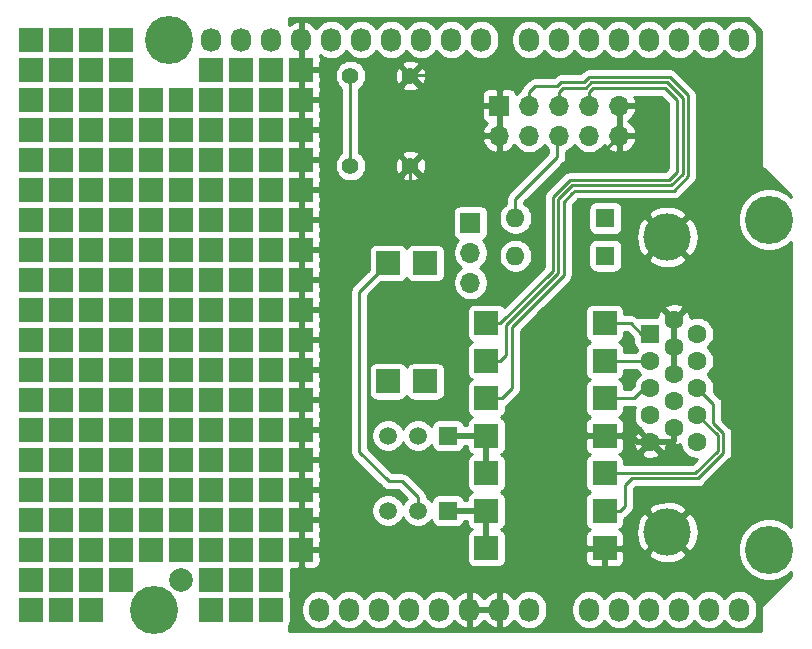
<source format=gbl>
G04 #@! TF.GenerationSoftware,KiCad,Pcbnew,(5.1.6)-1*
G04 #@! TF.CreationDate,2023-11-11T21:49:05+01:00*
G04 #@! TF.ProjectId,15khzvgatester,31356b68-7a76-4676-9174-65737465722e,rev?*
G04 #@! TF.SameCoordinates,Original*
G04 #@! TF.FileFunction,Copper,L2,Bot*
G04 #@! TF.FilePolarity,Positive*
%FSLAX46Y46*%
G04 Gerber Fmt 4.6, Leading zero omitted, Abs format (unit mm)*
G04 Created by KiCad (PCBNEW (5.1.6)-1) date 2023-11-11 21:49:05*
%MOMM*%
%LPD*%
G01*
G04 APERTURE LIST*
G04 #@! TA.AperFunction,ComponentPad*
%ADD10R,2.000000X2.000000*%
G04 #@! TD*
G04 #@! TA.AperFunction,ComponentPad*
%ADD11C,2.000000*%
G04 #@! TD*
G04 #@! TA.AperFunction,ComponentPad*
%ADD12R,1.700000X1.700000*%
G04 #@! TD*
G04 #@! TA.AperFunction,ComponentPad*
%ADD13O,1.700000X1.700000*%
G04 #@! TD*
G04 #@! TA.AperFunction,ComponentPad*
%ADD14C,1.397000*%
G04 #@! TD*
G04 #@! TA.AperFunction,ComponentPad*
%ADD15R,1.998980X1.998980*%
G04 #@! TD*
G04 #@! TA.AperFunction,ComponentPad*
%ADD16C,1.520000*%
G04 #@! TD*
G04 #@! TA.AperFunction,ComponentPad*
%ADD17R,1.520000X1.520000*%
G04 #@! TD*
G04 #@! TA.AperFunction,ComponentPad*
%ADD18C,4.000000*%
G04 #@! TD*
G04 #@! TA.AperFunction,ComponentPad*
%ADD19C,1.600000*%
G04 #@! TD*
G04 #@! TA.AperFunction,ComponentPad*
%ADD20R,1.600000X1.600000*%
G04 #@! TD*
G04 #@! TA.AperFunction,ComponentPad*
%ADD21O,1.600000X1.600000*%
G04 #@! TD*
G04 #@! TA.AperFunction,ComponentPad*
%ADD22O,1.727200X2.032000*%
G04 #@! TD*
G04 #@! TA.AperFunction,ComponentPad*
%ADD23C,4.064000*%
G04 #@! TD*
G04 #@! TA.AperFunction,ViaPad*
%ADD24C,1.200000*%
G04 #@! TD*
G04 #@! TA.AperFunction,Conductor*
%ADD25C,0.250000*%
G04 #@! TD*
G04 #@! TA.AperFunction,Conductor*
%ADD26C,0.508000*%
G04 #@! TD*
G04 #@! TA.AperFunction,Conductor*
%ADD27C,0.254000*%
G04 #@! TD*
G04 APERTURE END LIST*
D10*
X122174000Y-121285000D03*
D11*
X127254000Y-121285000D03*
D10*
X114554000Y-93345000D03*
X117094000Y-93345000D03*
X119634000Y-93345000D03*
X119634000Y-90805000D03*
X117094000Y-90805000D03*
X114554000Y-90805000D03*
X114554000Y-88265000D03*
X117094000Y-88265000D03*
X119634000Y-88265000D03*
X119634000Y-85725000D03*
X117094000Y-85725000D03*
X114554000Y-85725000D03*
X114554000Y-83185000D03*
X117094000Y-83185000D03*
X119634000Y-83185000D03*
X114554000Y-116205000D03*
X117094000Y-116205000D03*
X119634000Y-116205000D03*
X119634000Y-118745000D03*
X117094000Y-118745000D03*
X114554000Y-118745000D03*
X117094000Y-121285000D03*
X114554000Y-121285000D03*
X114554000Y-123825000D03*
X117094000Y-123825000D03*
X119634000Y-123825000D03*
X119634000Y-121285000D03*
X122174000Y-118745000D03*
X122174000Y-116205000D03*
X122174000Y-113665000D03*
X119634000Y-113665000D03*
X117094000Y-113665000D03*
X114554000Y-113665000D03*
X122174000Y-83185000D03*
X122174000Y-85725000D03*
X122174000Y-88265000D03*
X122174000Y-90805000D03*
X122174000Y-93345000D03*
X122174000Y-95885000D03*
X119634000Y-95885000D03*
X117094000Y-95885000D03*
X114554000Y-95885000D03*
X122174000Y-80645000D03*
X119634000Y-80645000D03*
X117094000Y-80645000D03*
X114554000Y-80645000D03*
X124714000Y-113665000D03*
X124714000Y-116205000D03*
X124714000Y-118745000D03*
X127254000Y-118745000D03*
X134874000Y-123825000D03*
X132334000Y-123825000D03*
X129794000Y-123825000D03*
X134874000Y-118745000D03*
X114554000Y-111125000D03*
X114554000Y-108585000D03*
X114554000Y-106045000D03*
X114554000Y-103505000D03*
X114554000Y-100965000D03*
X114554000Y-98425000D03*
X124714000Y-95885000D03*
X124714000Y-93345000D03*
X124714000Y-90805000D03*
X124714000Y-88265000D03*
X124714000Y-85725000D03*
X124714000Y-83185000D03*
X124714000Y-80645000D03*
X127254000Y-80645000D03*
X117094000Y-78105000D03*
X114554000Y-78105000D03*
X117094000Y-75565000D03*
X114554000Y-75565000D03*
X122174000Y-78105000D03*
X119634000Y-78105000D03*
X122174000Y-75565000D03*
X119634000Y-75565000D03*
X119634000Y-111125000D03*
X117094000Y-111125000D03*
X119634000Y-108585000D03*
X117094000Y-108585000D03*
X119634000Y-106045000D03*
X117094000Y-106045000D03*
X119634000Y-103505000D03*
X117094000Y-103505000D03*
X119634000Y-100965000D03*
X117094000Y-100965000D03*
X119634000Y-98425000D03*
X117094000Y-98425000D03*
X124714000Y-111125000D03*
X122174000Y-111125000D03*
X124714000Y-108585000D03*
X122174000Y-108585000D03*
X124714000Y-106045000D03*
X122174000Y-106045000D03*
X124714000Y-103505000D03*
X122174000Y-103505000D03*
X124714000Y-100965000D03*
X122174000Y-100965000D03*
X124714000Y-98425000D03*
X122174000Y-98425000D03*
X132334000Y-121285000D03*
X129794000Y-121285000D03*
X132334000Y-118745000D03*
X129794000Y-118745000D03*
X129794000Y-116205000D03*
X127254000Y-116205000D03*
X129794000Y-113665000D03*
X127254000Y-113665000D03*
X129794000Y-111125000D03*
X127254000Y-111125000D03*
X129794000Y-108585000D03*
X127254000Y-108585000D03*
X129794000Y-106045000D03*
X127254000Y-106045000D03*
X129794000Y-103505000D03*
X127254000Y-103505000D03*
X129794000Y-100965000D03*
X127254000Y-100965000D03*
X129794000Y-98425000D03*
X127254000Y-98425000D03*
X129794000Y-95885000D03*
X127254000Y-95885000D03*
X129794000Y-93345000D03*
X127254000Y-93345000D03*
X129794000Y-90805000D03*
X127254000Y-90805000D03*
X129794000Y-88265000D03*
X127254000Y-88265000D03*
X129794000Y-85725000D03*
X127254000Y-85725000D03*
X129794000Y-83185000D03*
X127254000Y-83185000D03*
X134874000Y-116205000D03*
X132334000Y-116205000D03*
X134874000Y-113665000D03*
X132334000Y-113665000D03*
X134874000Y-111125000D03*
X132334000Y-111125000D03*
X134874000Y-108585000D03*
X132334000Y-108585000D03*
X134874000Y-106045000D03*
X132334000Y-106045000D03*
X134874000Y-103505000D03*
X132334000Y-103505000D03*
X134874000Y-100965000D03*
X132334000Y-100965000D03*
X134874000Y-98425000D03*
X132334000Y-98425000D03*
X134874000Y-95885000D03*
X132334000Y-95885000D03*
X134874000Y-93345000D03*
X132334000Y-93345000D03*
X134874000Y-90805000D03*
X132334000Y-90805000D03*
X134874000Y-88265000D03*
X132334000Y-88265000D03*
X134874000Y-85725000D03*
X132334000Y-85725000D03*
X134874000Y-83185000D03*
X132334000Y-83185000D03*
X134874000Y-80645000D03*
X132334000Y-80645000D03*
X129794000Y-80645000D03*
X129794000Y-78105000D03*
X132334000Y-78105000D03*
X134874000Y-78105000D03*
X134874000Y-121285000D03*
X137414000Y-118745000D03*
X137414000Y-116205000D03*
X137414000Y-113665000D03*
X137414000Y-111125000D03*
X137414000Y-108585000D03*
X137414000Y-106045000D03*
X137414000Y-103505000D03*
X137414000Y-100965000D03*
X137414000Y-98425000D03*
X137414000Y-95885000D03*
X137414000Y-93345000D03*
X137414000Y-90805000D03*
X137414000Y-88265000D03*
X137414000Y-85725000D03*
X137414000Y-83185000D03*
X137414000Y-80645000D03*
X137414000Y-78105000D03*
D12*
X154178000Y-81161000D03*
D13*
X154178000Y-83701000D03*
X156718000Y-81161000D03*
X156718000Y-83701000D03*
X159258000Y-81161000D03*
X159258000Y-83701000D03*
X161798000Y-81161000D03*
X161798000Y-83701000D03*
X164338000Y-81161000D03*
X164338000Y-83701000D03*
D12*
X151748000Y-91067000D03*
D13*
X151748000Y-93607000D03*
X151748000Y-96147000D03*
D14*
X141588000Y-78621000D03*
X146668000Y-78621000D03*
X141588000Y-86241000D03*
X146668000Y-86241000D03*
D15*
X153096740Y-109101000D03*
X163099260Y-109101000D03*
X153096740Y-118626000D03*
X163099260Y-118626000D03*
X147938000Y-104498520D03*
X147938000Y-94496000D03*
X144763000Y-94496000D03*
X144763000Y-104498520D03*
X153096740Y-112276000D03*
X163099260Y-112276000D03*
X153096740Y-115451000D03*
X163099260Y-115451000D03*
X163099260Y-105926000D03*
X153096740Y-105926000D03*
X163099260Y-102751000D03*
X153096740Y-102751000D03*
X163099260Y-99576000D03*
X153096740Y-99576000D03*
D16*
X147303000Y-109101000D03*
X144763000Y-109101000D03*
D17*
X149843000Y-109101000D03*
D16*
X147303000Y-115451000D03*
X144763000Y-115451000D03*
D17*
X149843000Y-115451000D03*
D18*
X168408000Y-92276000D03*
X168408000Y-117276000D03*
D19*
X170948000Y-109621000D03*
X170948000Y-107331000D03*
X170948000Y-105041000D03*
X170948000Y-102751000D03*
X170948000Y-100461000D03*
X168968000Y-108476000D03*
X168968000Y-106186000D03*
X168968000Y-103896000D03*
X168968000Y-101606000D03*
X168968000Y-99316000D03*
X166988000Y-109621000D03*
X166988000Y-107331000D03*
X166988000Y-105041000D03*
X166988000Y-102751000D03*
D20*
X166988000Y-100461000D03*
X163178000Y-93861000D03*
D21*
X155558000Y-93861000D03*
D20*
X163178000Y-90686000D03*
D21*
X155558000Y-90686000D03*
D22*
X138938000Y-123825000D03*
X141478000Y-123825000D03*
X144018000Y-123825000D03*
X146558000Y-123825000D03*
X149098000Y-123825000D03*
X151638000Y-123825000D03*
X154178000Y-123825000D03*
X156718000Y-123825000D03*
X161798000Y-123825000D03*
X164338000Y-123825000D03*
X166878000Y-123825000D03*
X169418000Y-123825000D03*
X171958000Y-123825000D03*
X174498000Y-123825000D03*
X129794000Y-75565000D03*
X132334000Y-75565000D03*
X134874000Y-75565000D03*
X137414000Y-75565000D03*
X139954000Y-75565000D03*
X142494000Y-75565000D03*
X145034000Y-75565000D03*
X147574000Y-75565000D03*
X150114000Y-75565000D03*
X152654000Y-75565000D03*
X156718000Y-75565000D03*
X159258000Y-75565000D03*
X161798000Y-75565000D03*
X164338000Y-75565000D03*
X166878000Y-75565000D03*
X169418000Y-75565000D03*
X171958000Y-75565000D03*
X174498000Y-75565000D03*
D23*
X124968000Y-123825000D03*
X177038000Y-118745000D03*
X126238000Y-75565000D03*
X177038000Y-90805000D03*
D24*
X157971000Y-78240000D03*
X160511000Y-77859000D03*
X163051000Y-77478000D03*
X155431000Y-78240000D03*
X165591000Y-77478000D03*
X168131000Y-77478000D03*
X151494000Y-78240000D03*
X150224000Y-80907000D03*
X151367000Y-86368000D03*
X148954000Y-91194000D03*
X153780000Y-92210000D03*
X157209000Y-92210000D03*
X161019000Y-95131000D03*
X159241000Y-123833000D03*
X147684000Y-112784000D03*
X143239000Y-113800000D03*
X150732000Y-111133000D03*
X150605000Y-107069000D03*
X144763000Y-106942000D03*
X146287000Y-117356000D03*
X145906000Y-121166000D03*
X173084000Y-112657000D03*
X173846000Y-107577000D03*
X173465000Y-103640000D03*
X165464000Y-98306000D03*
X154034000Y-96909000D03*
X157971000Y-121166000D03*
X159749000Y-97290000D03*
X142223000Y-94877000D03*
X153780000Y-89162000D03*
X165210000Y-89670000D03*
X167877000Y-85987000D03*
X170544000Y-88654000D03*
X171560000Y-85987000D03*
X170798000Y-79002000D03*
X171560000Y-82431000D03*
X155431000Y-87257000D03*
X157489147Y-89315147D03*
X151113000Y-101100000D03*
X165083000Y-101227000D03*
X165083000Y-104275000D03*
X165083000Y-107450000D03*
X175497000Y-121674000D03*
X168131000Y-121674000D03*
X137397000Y-121674000D03*
X177783000Y-115451000D03*
X177783000Y-94496000D03*
X177783000Y-104656000D03*
X177783000Y-109736000D03*
X177783000Y-99576000D03*
X175878000Y-87511000D03*
X175243000Y-77986000D03*
X175243000Y-82431000D03*
X143112000Y-82304000D03*
X173973000Y-92083000D03*
X173973000Y-117610000D03*
X172830000Y-98306000D03*
X169401000Y-110879000D03*
X150668500Y-117673500D03*
D25*
X146668000Y-86241000D02*
X146668000Y-89416000D01*
X151638000Y-121691000D02*
X151638000Y-123825000D01*
X149843000Y-89416000D02*
X146033000Y-89416000D01*
X146033000Y-89416000D02*
X141334000Y-94115000D01*
X144128000Y-121166000D02*
X145906000Y-121166000D01*
X151113000Y-121166000D02*
X151638000Y-121691000D01*
X141334000Y-94115000D02*
X141334000Y-118372000D01*
X141334000Y-118372000D02*
X144128000Y-121166000D01*
X149843000Y-84336000D02*
X150478000Y-83701000D01*
X154923000Y-97671000D02*
X150478000Y-97671000D01*
X157590000Y-95004000D02*
X154923000Y-97671000D01*
X164348000Y-83701000D02*
X162443000Y-85606000D01*
X162443000Y-85606000D02*
X160257000Y-85606000D01*
X150478000Y-83701000D02*
X154188000Y-83701000D01*
X150478000Y-97671000D02*
X149843000Y-97036000D01*
X160257000Y-85606000D02*
X157590000Y-88273000D01*
X149843000Y-97036000D02*
X149843000Y-84336000D01*
X157590000Y-88273000D02*
X157489147Y-89315147D01*
X144644000Y-80645000D02*
X146668000Y-78621000D01*
X137414000Y-75565000D02*
X137414000Y-80645000D01*
X137414000Y-80645000D02*
X137414000Y-83185000D01*
X137414000Y-83185000D02*
X137414000Y-85725000D01*
X137414000Y-85725000D02*
X137414000Y-88265000D01*
X137414000Y-88265000D02*
X137414000Y-90805000D01*
X137414000Y-90805000D02*
X137414000Y-93345000D01*
X137414000Y-93345000D02*
X137414000Y-95885000D01*
X137414000Y-95885000D02*
X137414000Y-98425000D01*
X137414000Y-98425000D02*
X137414000Y-100965000D01*
X137414000Y-100965000D02*
X137414000Y-103505000D01*
X137414000Y-103505000D02*
X137414000Y-106045000D01*
X137414000Y-106045000D02*
X137414000Y-108585000D01*
X137414000Y-108585000D02*
X137414000Y-111125000D01*
X137414000Y-111125000D02*
X137414000Y-113665000D01*
X137414000Y-113665000D02*
X137414000Y-116205000D01*
X137414000Y-116205000D02*
X137414000Y-118745000D01*
X146668000Y-78621000D02*
X151494000Y-78240000D01*
X157463000Y-78621000D02*
X157971000Y-78113000D01*
X157971000Y-78113000D02*
X160511000Y-78113000D01*
X160511000Y-78113000D02*
X161066018Y-77557982D01*
X161066018Y-77557982D02*
X163051000Y-77557982D01*
X155558000Y-78621000D02*
X157463000Y-78621000D01*
X151494000Y-78240000D02*
X155558000Y-78621000D01*
X157209000Y-92210000D02*
X157590000Y-95004000D01*
X145906000Y-121166000D02*
X151113000Y-121166000D01*
X157489147Y-89315147D02*
X157209000Y-92210000D01*
D26*
X168968000Y-108476000D02*
X168968000Y-109557000D01*
X168904000Y-109621000D02*
X166988000Y-109621000D01*
X168968000Y-109557000D02*
X168904000Y-109621000D01*
X168968000Y-103896000D02*
X168968000Y-101606000D01*
X168968000Y-99316000D02*
X168968000Y-101606000D01*
X166988000Y-109621000D02*
X165857000Y-109621000D01*
X165337000Y-109101000D02*
X163099260Y-109101000D01*
X165857000Y-109621000D02*
X165337000Y-109101000D01*
D25*
X137414000Y-88265000D02*
X142494000Y-88265000D01*
X144644000Y-86115000D02*
X144644000Y-80645000D01*
X142494000Y-88265000D02*
X144644000Y-86115000D01*
X163099260Y-112276000D02*
X170798000Y-112276000D01*
X170798000Y-112276000D02*
X172703000Y-110371000D01*
X172703000Y-109086000D02*
X170948000Y-107331000D01*
X172703000Y-110371000D02*
X172703000Y-109086000D01*
X173153009Y-108899599D02*
X172322000Y-108068590D01*
X173153010Y-110557400D02*
X173153009Y-108899599D01*
X172322000Y-108068590D02*
X172322000Y-106415000D01*
X170984401Y-112726009D02*
X173153010Y-110557400D01*
X164448000Y-115451000D02*
X164829000Y-115070000D01*
X164829000Y-115070000D02*
X164829000Y-113292000D01*
X172322000Y-106415000D02*
X170948000Y-105041000D01*
X163099260Y-115451000D02*
X164448000Y-115451000D01*
X164829000Y-113292000D02*
X165394991Y-112726009D01*
X165394991Y-112726009D02*
X170984401Y-112726009D01*
X166476000Y-105041000D02*
X166988000Y-105041000D01*
X163099260Y-105926000D02*
X165591000Y-105926000D01*
X165591000Y-105926000D02*
X166476000Y-105041000D01*
X163099260Y-102751000D02*
X166988000Y-102751000D01*
X166222000Y-100461000D02*
X166988000Y-100461000D01*
X163099260Y-99576000D02*
X165337000Y-99576000D01*
X165337000Y-99576000D02*
X166222000Y-100461000D01*
X154288000Y-99576000D02*
X153096740Y-99576000D01*
X158733000Y-95131000D02*
X154288000Y-99576000D01*
X169262980Y-80664020D02*
X169262980Y-86757200D01*
X168235960Y-79637000D02*
X169262980Y-80664020D01*
X161808000Y-79991000D02*
X162162000Y-79637000D01*
X169262980Y-86757200D02*
X168574090Y-87446090D01*
X162162000Y-79637000D02*
X168235960Y-79637000D01*
X160011200Y-87626980D02*
X158732999Y-88905181D01*
X161808000Y-81161000D02*
X161808000Y-79991000D01*
X168574090Y-87446090D02*
X160194910Y-87446090D01*
X160194910Y-87446090D02*
X160014020Y-87626980D01*
X160014020Y-87626980D02*
X160011200Y-87626980D01*
X158732999Y-88905181D02*
X158733000Y-95131000D01*
X154288000Y-102751000D02*
X153096740Y-102751000D01*
X154796000Y-102243000D02*
X154288000Y-102751000D01*
X154796000Y-99704410D02*
X154796000Y-102243000D01*
X159183009Y-95317401D02*
X154796000Y-99704410D01*
X159183009Y-89091581D02*
X159183009Y-95317401D01*
X159268000Y-79991000D02*
X159622000Y-79637000D01*
X159622000Y-79637000D02*
X161525590Y-79637000D01*
X159268000Y-81161000D02*
X159268000Y-79991000D01*
X161525590Y-79637000D02*
X161975600Y-79186990D01*
X161975600Y-79186990D02*
X168422361Y-79186991D01*
X168760490Y-87896100D02*
X160381310Y-87896100D01*
X168422361Y-79186991D02*
X169712990Y-80477620D01*
X169712990Y-80477620D02*
X169712990Y-86943600D01*
X160197599Y-88076991D02*
X159183009Y-89091581D01*
X160381310Y-87896100D02*
X160200421Y-88076989D01*
X169712990Y-86943600D02*
X168760490Y-87896100D01*
X160200421Y-88076989D02*
X160197599Y-88076991D01*
D26*
X149843000Y-115451000D02*
X153096740Y-115451000D01*
X153096740Y-115451000D02*
X153096740Y-118626000D01*
D25*
X154415000Y-105926000D02*
X153096740Y-105926000D01*
X155246010Y-105094990D02*
X154415000Y-105926000D01*
X160384002Y-88526998D02*
X159633018Y-89277982D01*
X160386822Y-88526998D02*
X160384002Y-88526998D01*
X156728000Y-81161000D02*
X156728000Y-79991000D01*
X156728000Y-79991000D02*
X157209000Y-79510000D01*
X157209000Y-79510000D02*
X159112590Y-79510000D01*
X155246010Y-99890810D02*
X155246010Y-105094990D01*
X168608761Y-78736981D02*
X170163000Y-80291220D01*
X160567710Y-88346110D02*
X160386822Y-88526998D01*
X159112590Y-79510000D02*
X159435600Y-79186990D01*
X161339190Y-79186990D02*
X161789201Y-78736981D01*
X159633018Y-89277982D02*
X159633018Y-95503802D01*
X159435600Y-79186990D02*
X161339190Y-79186990D01*
X170163000Y-80291220D02*
X170163000Y-87130000D01*
X168946890Y-88346110D02*
X160567710Y-88346110D01*
X159633018Y-95503802D02*
X155246010Y-99890810D01*
X161789201Y-78736981D02*
X168608761Y-78736981D01*
X170163000Y-87130000D02*
X168946890Y-88346110D01*
X141588000Y-78621000D02*
X141588000Y-86241000D01*
D26*
X149843000Y-109101000D02*
X153096740Y-109101000D01*
X153096740Y-109101000D02*
X153096740Y-112276000D01*
D25*
X155558000Y-89035000D02*
X155558000Y-90686000D01*
X157590000Y-87003000D02*
X159114000Y-85479000D01*
X157590000Y-87003000D02*
X155558000Y-89035000D01*
X159114000Y-83845000D02*
X159258000Y-83701000D01*
X159114000Y-85479000D02*
X159114000Y-83845000D01*
X147303000Y-114308000D02*
X147303000Y-115451000D01*
X145969500Y-112974500D02*
X147303000Y-114308000D01*
X144826500Y-112974500D02*
X145969500Y-112974500D01*
X142350000Y-96909000D02*
X142350000Y-110498000D01*
X142350000Y-110498000D02*
X144826500Y-112974500D01*
X144763000Y-94496000D02*
X142350000Y-96909000D01*
D27*
G36*
X176328001Y-74843093D02*
G01*
X176328000Y-85944125D01*
X176324565Y-85979000D01*
X176328000Y-86013875D01*
X176328000Y-86013876D01*
X176338273Y-86118183D01*
X176378872Y-86252019D01*
X176444800Y-86375362D01*
X176533525Y-86483474D01*
X176560617Y-86505708D01*
X178868001Y-88813093D01*
X178868001Y-88863294D01*
X178738113Y-88733406D01*
X178301298Y-88441536D01*
X177815935Y-88240492D01*
X177300677Y-88138000D01*
X176775323Y-88138000D01*
X176260065Y-88240492D01*
X175774702Y-88441536D01*
X175337887Y-88733406D01*
X174966406Y-89104887D01*
X174674536Y-89541702D01*
X174473492Y-90027065D01*
X174371000Y-90542323D01*
X174371000Y-91067677D01*
X174473492Y-91582935D01*
X174674536Y-92068298D01*
X174966406Y-92505113D01*
X175337887Y-92876594D01*
X175774702Y-93168464D01*
X176260065Y-93369508D01*
X176775323Y-93472000D01*
X177300677Y-93472000D01*
X177815935Y-93369508D01*
X178301298Y-93168464D01*
X178738113Y-92876594D01*
X178868001Y-92746706D01*
X178868000Y-116803293D01*
X178738113Y-116673406D01*
X178301298Y-116381536D01*
X177815935Y-116180492D01*
X177300677Y-116078000D01*
X176775323Y-116078000D01*
X176260065Y-116180492D01*
X175774702Y-116381536D01*
X175337887Y-116673406D01*
X174966406Y-117044887D01*
X174674536Y-117481702D01*
X174473492Y-117967065D01*
X174371000Y-118482323D01*
X174371000Y-119007677D01*
X174473492Y-119522935D01*
X174674536Y-120008298D01*
X174966406Y-120445113D01*
X175337887Y-120816594D01*
X175774702Y-121108464D01*
X176260065Y-121309508D01*
X176775323Y-121412000D01*
X177300677Y-121412000D01*
X177815935Y-121309508D01*
X178301298Y-121108464D01*
X178738113Y-120816594D01*
X178868000Y-120686707D01*
X178868000Y-120990908D01*
X176560617Y-123298292D01*
X176533526Y-123320525D01*
X176511293Y-123347616D01*
X176444801Y-123428637D01*
X176378872Y-123551981D01*
X176338274Y-123685816D01*
X176324565Y-123825000D01*
X176328001Y-123859885D01*
X176328000Y-125655000D01*
X136381000Y-125655000D01*
X136381000Y-125208174D01*
X136404537Y-125179494D01*
X136463502Y-125069180D01*
X136499812Y-124949482D01*
X136512072Y-124825000D01*
X136512072Y-123598982D01*
X137439400Y-123598982D01*
X137439400Y-124051019D01*
X137461084Y-124271177D01*
X137546775Y-124553664D01*
X137685931Y-124814006D01*
X137873203Y-125042197D01*
X138101395Y-125229469D01*
X138361737Y-125368625D01*
X138644224Y-125454316D01*
X138938000Y-125483251D01*
X139231777Y-125454316D01*
X139514264Y-125368625D01*
X139774606Y-125229469D01*
X140002797Y-125042197D01*
X140190069Y-124814006D01*
X140208000Y-124780459D01*
X140225931Y-124814006D01*
X140413203Y-125042197D01*
X140641395Y-125229469D01*
X140901737Y-125368625D01*
X141184224Y-125454316D01*
X141478000Y-125483251D01*
X141771777Y-125454316D01*
X142054264Y-125368625D01*
X142314606Y-125229469D01*
X142542797Y-125042197D01*
X142730069Y-124814006D01*
X142748000Y-124780459D01*
X142765931Y-124814006D01*
X142953203Y-125042197D01*
X143181395Y-125229469D01*
X143441737Y-125368625D01*
X143724224Y-125454316D01*
X144018000Y-125483251D01*
X144311777Y-125454316D01*
X144594264Y-125368625D01*
X144854606Y-125229469D01*
X145082797Y-125042197D01*
X145270069Y-124814006D01*
X145288000Y-124780459D01*
X145305931Y-124814006D01*
X145493203Y-125042197D01*
X145721395Y-125229469D01*
X145981737Y-125368625D01*
X146264224Y-125454316D01*
X146558000Y-125483251D01*
X146851777Y-125454316D01*
X147134264Y-125368625D01*
X147394606Y-125229469D01*
X147622797Y-125042197D01*
X147810069Y-124814006D01*
X147828000Y-124780459D01*
X147845931Y-124814006D01*
X148033203Y-125042197D01*
X148261395Y-125229469D01*
X148521737Y-125368625D01*
X148804224Y-125454316D01*
X149098000Y-125483251D01*
X149391777Y-125454316D01*
X149674264Y-125368625D01*
X149934606Y-125229469D01*
X150162797Y-125042197D01*
X150350069Y-124814006D01*
X150371424Y-124774053D01*
X150519514Y-124976729D01*
X150735965Y-125175733D01*
X150987081Y-125328686D01*
X151263211Y-125429709D01*
X151278974Y-125432358D01*
X151511000Y-125311217D01*
X151511000Y-123952000D01*
X151765000Y-123952000D01*
X151765000Y-125311217D01*
X151997026Y-125432358D01*
X152012789Y-125429709D01*
X152288919Y-125328686D01*
X152540035Y-125175733D01*
X152756486Y-124976729D01*
X152908000Y-124769367D01*
X153059514Y-124976729D01*
X153275965Y-125175733D01*
X153527081Y-125328686D01*
X153803211Y-125429709D01*
X153818974Y-125432358D01*
X154051000Y-125311217D01*
X154051000Y-123952000D01*
X151765000Y-123952000D01*
X151511000Y-123952000D01*
X151491000Y-123952000D01*
X151491000Y-123698000D01*
X151511000Y-123698000D01*
X151511000Y-122338783D01*
X151765000Y-122338783D01*
X151765000Y-123698000D01*
X154051000Y-123698000D01*
X154051000Y-122338783D01*
X154305000Y-122338783D01*
X154305000Y-123698000D01*
X154325000Y-123698000D01*
X154325000Y-123952000D01*
X154305000Y-123952000D01*
X154305000Y-125311217D01*
X154537026Y-125432358D01*
X154552789Y-125429709D01*
X154828919Y-125328686D01*
X155080035Y-125175733D01*
X155296486Y-124976729D01*
X155444576Y-124774053D01*
X155465931Y-124814006D01*
X155653203Y-125042197D01*
X155881395Y-125229469D01*
X156141737Y-125368625D01*
X156424224Y-125454316D01*
X156718000Y-125483251D01*
X157011777Y-125454316D01*
X157294264Y-125368625D01*
X157554606Y-125229469D01*
X157782797Y-125042197D01*
X157970069Y-124814006D01*
X158109225Y-124553663D01*
X158194916Y-124271176D01*
X158216600Y-124051018D01*
X158216600Y-123598982D01*
X160299400Y-123598982D01*
X160299400Y-124051019D01*
X160321084Y-124271177D01*
X160406775Y-124553664D01*
X160545931Y-124814006D01*
X160733203Y-125042197D01*
X160961395Y-125229469D01*
X161221737Y-125368625D01*
X161504224Y-125454316D01*
X161798000Y-125483251D01*
X162091777Y-125454316D01*
X162374264Y-125368625D01*
X162634606Y-125229469D01*
X162862797Y-125042197D01*
X163050069Y-124814006D01*
X163068000Y-124780459D01*
X163085931Y-124814006D01*
X163273203Y-125042197D01*
X163501395Y-125229469D01*
X163761737Y-125368625D01*
X164044224Y-125454316D01*
X164338000Y-125483251D01*
X164631777Y-125454316D01*
X164914264Y-125368625D01*
X165174606Y-125229469D01*
X165402797Y-125042197D01*
X165590069Y-124814006D01*
X165608000Y-124780459D01*
X165625931Y-124814006D01*
X165813203Y-125042197D01*
X166041395Y-125229469D01*
X166301737Y-125368625D01*
X166584224Y-125454316D01*
X166878000Y-125483251D01*
X167171777Y-125454316D01*
X167454264Y-125368625D01*
X167714606Y-125229469D01*
X167942797Y-125042197D01*
X168130069Y-124814006D01*
X168148000Y-124780459D01*
X168165931Y-124814006D01*
X168353203Y-125042197D01*
X168581395Y-125229469D01*
X168841737Y-125368625D01*
X169124224Y-125454316D01*
X169418000Y-125483251D01*
X169711777Y-125454316D01*
X169994264Y-125368625D01*
X170254606Y-125229469D01*
X170482797Y-125042197D01*
X170670069Y-124814006D01*
X170688000Y-124780459D01*
X170705931Y-124814006D01*
X170893203Y-125042197D01*
X171121395Y-125229469D01*
X171381737Y-125368625D01*
X171664224Y-125454316D01*
X171958000Y-125483251D01*
X172251777Y-125454316D01*
X172534264Y-125368625D01*
X172794606Y-125229469D01*
X173022797Y-125042197D01*
X173210069Y-124814006D01*
X173228000Y-124780459D01*
X173245931Y-124814006D01*
X173433203Y-125042197D01*
X173661395Y-125229469D01*
X173921737Y-125368625D01*
X174204224Y-125454316D01*
X174498000Y-125483251D01*
X174791777Y-125454316D01*
X175074264Y-125368625D01*
X175334606Y-125229469D01*
X175562797Y-125042197D01*
X175750069Y-124814006D01*
X175889225Y-124553663D01*
X175974916Y-124271176D01*
X175996600Y-124051018D01*
X175996600Y-123598981D01*
X175974916Y-123378823D01*
X175889225Y-123096336D01*
X175750069Y-122835994D01*
X175562797Y-122607803D01*
X175334605Y-122420531D01*
X175074263Y-122281375D01*
X174791776Y-122195684D01*
X174498000Y-122166749D01*
X174204223Y-122195684D01*
X173921736Y-122281375D01*
X173661394Y-122420531D01*
X173433203Y-122607803D01*
X173245931Y-122835995D01*
X173228000Y-122869541D01*
X173210069Y-122835994D01*
X173022797Y-122607803D01*
X172794605Y-122420531D01*
X172534263Y-122281375D01*
X172251776Y-122195684D01*
X171958000Y-122166749D01*
X171664223Y-122195684D01*
X171381736Y-122281375D01*
X171121394Y-122420531D01*
X170893203Y-122607803D01*
X170705931Y-122835995D01*
X170688000Y-122869541D01*
X170670069Y-122835994D01*
X170482797Y-122607803D01*
X170254605Y-122420531D01*
X169994263Y-122281375D01*
X169711776Y-122195684D01*
X169418000Y-122166749D01*
X169124223Y-122195684D01*
X168841736Y-122281375D01*
X168581394Y-122420531D01*
X168353203Y-122607803D01*
X168165931Y-122835995D01*
X168148000Y-122869541D01*
X168130069Y-122835994D01*
X167942797Y-122607803D01*
X167714605Y-122420531D01*
X167454263Y-122281375D01*
X167171776Y-122195684D01*
X166878000Y-122166749D01*
X166584223Y-122195684D01*
X166301736Y-122281375D01*
X166041394Y-122420531D01*
X165813203Y-122607803D01*
X165625931Y-122835995D01*
X165608000Y-122869541D01*
X165590069Y-122835994D01*
X165402797Y-122607803D01*
X165174605Y-122420531D01*
X164914263Y-122281375D01*
X164631776Y-122195684D01*
X164338000Y-122166749D01*
X164044223Y-122195684D01*
X163761736Y-122281375D01*
X163501394Y-122420531D01*
X163273203Y-122607803D01*
X163085931Y-122835995D01*
X163068000Y-122869541D01*
X163050069Y-122835994D01*
X162862797Y-122607803D01*
X162634605Y-122420531D01*
X162374263Y-122281375D01*
X162091776Y-122195684D01*
X161798000Y-122166749D01*
X161504223Y-122195684D01*
X161221736Y-122281375D01*
X160961394Y-122420531D01*
X160733203Y-122607803D01*
X160545931Y-122835995D01*
X160406775Y-123096337D01*
X160321084Y-123378824D01*
X160299400Y-123598982D01*
X158216600Y-123598982D01*
X158216600Y-123598981D01*
X158194916Y-123378823D01*
X158109225Y-123096336D01*
X157970069Y-122835994D01*
X157782797Y-122607803D01*
X157554605Y-122420531D01*
X157294263Y-122281375D01*
X157011776Y-122195684D01*
X156718000Y-122166749D01*
X156424223Y-122195684D01*
X156141736Y-122281375D01*
X155881394Y-122420531D01*
X155653203Y-122607803D01*
X155465931Y-122835995D01*
X155444576Y-122875947D01*
X155296486Y-122673271D01*
X155080035Y-122474267D01*
X154828919Y-122321314D01*
X154552789Y-122220291D01*
X154537026Y-122217642D01*
X154305000Y-122338783D01*
X154051000Y-122338783D01*
X153818974Y-122217642D01*
X153803211Y-122220291D01*
X153527081Y-122321314D01*
X153275965Y-122474267D01*
X153059514Y-122673271D01*
X152908000Y-122880633D01*
X152756486Y-122673271D01*
X152540035Y-122474267D01*
X152288919Y-122321314D01*
X152012789Y-122220291D01*
X151997026Y-122217642D01*
X151765000Y-122338783D01*
X151511000Y-122338783D01*
X151278974Y-122217642D01*
X151263211Y-122220291D01*
X150987081Y-122321314D01*
X150735965Y-122474267D01*
X150519514Y-122673271D01*
X150371424Y-122875947D01*
X150350069Y-122835994D01*
X150162797Y-122607803D01*
X149934605Y-122420531D01*
X149674263Y-122281375D01*
X149391776Y-122195684D01*
X149098000Y-122166749D01*
X148804223Y-122195684D01*
X148521736Y-122281375D01*
X148261394Y-122420531D01*
X148033203Y-122607803D01*
X147845931Y-122835995D01*
X147828000Y-122869541D01*
X147810069Y-122835994D01*
X147622797Y-122607803D01*
X147394605Y-122420531D01*
X147134263Y-122281375D01*
X146851776Y-122195684D01*
X146558000Y-122166749D01*
X146264223Y-122195684D01*
X145981736Y-122281375D01*
X145721394Y-122420531D01*
X145493203Y-122607803D01*
X145305931Y-122835995D01*
X145288000Y-122869541D01*
X145270069Y-122835994D01*
X145082797Y-122607803D01*
X144854605Y-122420531D01*
X144594263Y-122281375D01*
X144311776Y-122195684D01*
X144018000Y-122166749D01*
X143724223Y-122195684D01*
X143441736Y-122281375D01*
X143181394Y-122420531D01*
X142953203Y-122607803D01*
X142765931Y-122835995D01*
X142748000Y-122869541D01*
X142730069Y-122835994D01*
X142542797Y-122607803D01*
X142314605Y-122420531D01*
X142054263Y-122281375D01*
X141771776Y-122195684D01*
X141478000Y-122166749D01*
X141184223Y-122195684D01*
X140901736Y-122281375D01*
X140641394Y-122420531D01*
X140413203Y-122607803D01*
X140225931Y-122835995D01*
X140208000Y-122869541D01*
X140190069Y-122835994D01*
X140002797Y-122607803D01*
X139774605Y-122420531D01*
X139514263Y-122281375D01*
X139231776Y-122195684D01*
X138938000Y-122166749D01*
X138644223Y-122195684D01*
X138361736Y-122281375D01*
X138101394Y-122420531D01*
X137873203Y-122607803D01*
X137685931Y-122835995D01*
X137546775Y-123096337D01*
X137461084Y-123378824D01*
X137439400Y-123598982D01*
X136512072Y-123598982D01*
X136512072Y-122825000D01*
X136499812Y-122700518D01*
X136463502Y-122580820D01*
X136449701Y-122555000D01*
X136463502Y-122529180D01*
X136499812Y-122409482D01*
X136512072Y-122285000D01*
X136512072Y-120382650D01*
X137128250Y-120380000D01*
X137287000Y-120221250D01*
X137287000Y-118872000D01*
X137541000Y-118872000D01*
X137541000Y-120221250D01*
X137699750Y-120380000D01*
X138414000Y-120383072D01*
X138538482Y-120370812D01*
X138658180Y-120334502D01*
X138768494Y-120275537D01*
X138865185Y-120196185D01*
X138944537Y-120099494D01*
X139003502Y-119989180D01*
X139039812Y-119869482D01*
X139052072Y-119745000D01*
X139049000Y-119030750D01*
X138890250Y-118872000D01*
X137541000Y-118872000D01*
X137287000Y-118872000D01*
X137267000Y-118872000D01*
X137267000Y-118618000D01*
X137287000Y-118618000D01*
X137287000Y-116332000D01*
X137541000Y-116332000D01*
X137541000Y-118618000D01*
X138890250Y-118618000D01*
X139049000Y-118459250D01*
X139052072Y-117745000D01*
X139039812Y-117620518D01*
X139003502Y-117500820D01*
X138989701Y-117475000D01*
X139003502Y-117449180D01*
X139039812Y-117329482D01*
X139052072Y-117205000D01*
X139049000Y-116490750D01*
X138890250Y-116332000D01*
X137541000Y-116332000D01*
X137287000Y-116332000D01*
X137267000Y-116332000D01*
X137267000Y-116078000D01*
X137287000Y-116078000D01*
X137287000Y-113792000D01*
X137541000Y-113792000D01*
X137541000Y-116078000D01*
X138890250Y-116078000D01*
X139049000Y-115919250D01*
X139052072Y-115205000D01*
X139039812Y-115080518D01*
X139003502Y-114960820D01*
X138989701Y-114935000D01*
X139003502Y-114909180D01*
X139039812Y-114789482D01*
X139052072Y-114665000D01*
X139049000Y-113950750D01*
X138890250Y-113792000D01*
X137541000Y-113792000D01*
X137287000Y-113792000D01*
X137267000Y-113792000D01*
X137267000Y-113538000D01*
X137287000Y-113538000D01*
X137287000Y-111252000D01*
X137541000Y-111252000D01*
X137541000Y-113538000D01*
X138890250Y-113538000D01*
X139049000Y-113379250D01*
X139052072Y-112665000D01*
X139039812Y-112540518D01*
X139003502Y-112420820D01*
X138989701Y-112395000D01*
X139003502Y-112369180D01*
X139039812Y-112249482D01*
X139052072Y-112125000D01*
X139049000Y-111410750D01*
X138890250Y-111252000D01*
X137541000Y-111252000D01*
X137287000Y-111252000D01*
X137267000Y-111252000D01*
X137267000Y-110998000D01*
X137287000Y-110998000D01*
X137287000Y-108712000D01*
X137541000Y-108712000D01*
X137541000Y-110998000D01*
X138890250Y-110998000D01*
X139049000Y-110839250D01*
X139052072Y-110125000D01*
X139039812Y-110000518D01*
X139003502Y-109880820D01*
X138989701Y-109855000D01*
X139003502Y-109829180D01*
X139039812Y-109709482D01*
X139052072Y-109585000D01*
X139049000Y-108870750D01*
X138890250Y-108712000D01*
X137541000Y-108712000D01*
X137287000Y-108712000D01*
X137267000Y-108712000D01*
X137267000Y-108458000D01*
X137287000Y-108458000D01*
X137287000Y-106172000D01*
X137541000Y-106172000D01*
X137541000Y-108458000D01*
X138890250Y-108458000D01*
X139049000Y-108299250D01*
X139052072Y-107585000D01*
X139039812Y-107460518D01*
X139003502Y-107340820D01*
X138989701Y-107315000D01*
X139003502Y-107289180D01*
X139039812Y-107169482D01*
X139052072Y-107045000D01*
X139049000Y-106330750D01*
X138890250Y-106172000D01*
X137541000Y-106172000D01*
X137287000Y-106172000D01*
X137267000Y-106172000D01*
X137267000Y-105918000D01*
X137287000Y-105918000D01*
X137287000Y-103632000D01*
X137541000Y-103632000D01*
X137541000Y-105918000D01*
X138890250Y-105918000D01*
X139049000Y-105759250D01*
X139052072Y-105045000D01*
X139039812Y-104920518D01*
X139003502Y-104800820D01*
X138989701Y-104775000D01*
X139003502Y-104749180D01*
X139039812Y-104629482D01*
X139052072Y-104505000D01*
X139049000Y-103790750D01*
X138890250Y-103632000D01*
X137541000Y-103632000D01*
X137287000Y-103632000D01*
X137267000Y-103632000D01*
X137267000Y-103378000D01*
X137287000Y-103378000D01*
X137287000Y-101092000D01*
X137541000Y-101092000D01*
X137541000Y-103378000D01*
X138890250Y-103378000D01*
X139049000Y-103219250D01*
X139052072Y-102505000D01*
X139039812Y-102380518D01*
X139003502Y-102260820D01*
X138989701Y-102235000D01*
X139003502Y-102209180D01*
X139039812Y-102089482D01*
X139052072Y-101965000D01*
X139049000Y-101250750D01*
X138890250Y-101092000D01*
X137541000Y-101092000D01*
X137287000Y-101092000D01*
X137267000Y-101092000D01*
X137267000Y-100838000D01*
X137287000Y-100838000D01*
X137287000Y-98552000D01*
X137541000Y-98552000D01*
X137541000Y-100838000D01*
X138890250Y-100838000D01*
X139049000Y-100679250D01*
X139052072Y-99965000D01*
X139039812Y-99840518D01*
X139003502Y-99720820D01*
X138989701Y-99695000D01*
X139003502Y-99669180D01*
X139039812Y-99549482D01*
X139052072Y-99425000D01*
X139049000Y-98710750D01*
X138890250Y-98552000D01*
X137541000Y-98552000D01*
X137287000Y-98552000D01*
X137267000Y-98552000D01*
X137267000Y-98298000D01*
X137287000Y-98298000D01*
X137287000Y-96012000D01*
X137541000Y-96012000D01*
X137541000Y-98298000D01*
X138890250Y-98298000D01*
X139049000Y-98139250D01*
X139052072Y-97425000D01*
X139039812Y-97300518D01*
X139003502Y-97180820D01*
X138989701Y-97155000D01*
X139003502Y-97129180D01*
X139039812Y-97009482D01*
X139049708Y-96909000D01*
X141586324Y-96909000D01*
X141590000Y-96946322D01*
X141590001Y-110460668D01*
X141586324Y-110498000D01*
X141590001Y-110535333D01*
X141600998Y-110646986D01*
X141605931Y-110663247D01*
X141644454Y-110790246D01*
X141715026Y-110922276D01*
X141761227Y-110978571D01*
X141810000Y-111038001D01*
X141838998Y-111061799D01*
X144262700Y-113485502D01*
X144286499Y-113514501D01*
X144315497Y-113538299D01*
X144402223Y-113609474D01*
X144521120Y-113673026D01*
X144534253Y-113680046D01*
X144677514Y-113723503D01*
X144789167Y-113734500D01*
X144789177Y-113734500D01*
X144826500Y-113738176D01*
X144863823Y-113734500D01*
X145654699Y-113734500D01*
X146350685Y-114430487D01*
X146219433Y-114561739D01*
X146066767Y-114790220D01*
X146033000Y-114871740D01*
X145999233Y-114790220D01*
X145846567Y-114561739D01*
X145652261Y-114367433D01*
X145423780Y-114214767D01*
X145169907Y-114109609D01*
X144900396Y-114056000D01*
X144625604Y-114056000D01*
X144356093Y-114109609D01*
X144102220Y-114214767D01*
X143873739Y-114367433D01*
X143679433Y-114561739D01*
X143526767Y-114790220D01*
X143421609Y-115044093D01*
X143368000Y-115313604D01*
X143368000Y-115588396D01*
X143421609Y-115857907D01*
X143526767Y-116111780D01*
X143679433Y-116340261D01*
X143873739Y-116534567D01*
X144102220Y-116687233D01*
X144356093Y-116792391D01*
X144625604Y-116846000D01*
X144900396Y-116846000D01*
X145169907Y-116792391D01*
X145423780Y-116687233D01*
X145652261Y-116534567D01*
X145846567Y-116340261D01*
X145999233Y-116111780D01*
X146033000Y-116030260D01*
X146066767Y-116111780D01*
X146219433Y-116340261D01*
X146413739Y-116534567D01*
X146642220Y-116687233D01*
X146896093Y-116792391D01*
X147165604Y-116846000D01*
X147440396Y-116846000D01*
X147709907Y-116792391D01*
X147963780Y-116687233D01*
X148192261Y-116534567D01*
X148386567Y-116340261D01*
X148448526Y-116247533D01*
X148457188Y-116335482D01*
X148493498Y-116455180D01*
X148552463Y-116565494D01*
X148631815Y-116662185D01*
X148728506Y-116741537D01*
X148838820Y-116800502D01*
X148958518Y-116836812D01*
X149083000Y-116849072D01*
X150603000Y-116849072D01*
X150727482Y-116836812D01*
X150847180Y-116800502D01*
X150957494Y-116741537D01*
X151054185Y-116662185D01*
X151133537Y-116565494D01*
X151192502Y-116455180D01*
X151227441Y-116340000D01*
X151459178Y-116340000D01*
X151459178Y-116450490D01*
X151471438Y-116574972D01*
X151507748Y-116694670D01*
X151566713Y-116804984D01*
X151646065Y-116901675D01*
X151742756Y-116981027D01*
X151850279Y-117038500D01*
X151742756Y-117095973D01*
X151646065Y-117175325D01*
X151566713Y-117272016D01*
X151507748Y-117382330D01*
X151471438Y-117502028D01*
X151459178Y-117626510D01*
X151459178Y-119625490D01*
X151471438Y-119749972D01*
X151507748Y-119869670D01*
X151566713Y-119979984D01*
X151646065Y-120076675D01*
X151742756Y-120156027D01*
X151853070Y-120214992D01*
X151972768Y-120251302D01*
X152097250Y-120263562D01*
X154096230Y-120263562D01*
X154220712Y-120251302D01*
X154340410Y-120214992D01*
X154450724Y-120156027D01*
X154547415Y-120076675D01*
X154626767Y-119979984D01*
X154685732Y-119869670D01*
X154722042Y-119749972D01*
X154734302Y-119625490D01*
X161461698Y-119625490D01*
X161473958Y-119749972D01*
X161510268Y-119869670D01*
X161569233Y-119979984D01*
X161648585Y-120076675D01*
X161745276Y-120156027D01*
X161855590Y-120214992D01*
X161975288Y-120251302D01*
X162099770Y-120263562D01*
X162813510Y-120260490D01*
X162972260Y-120101740D01*
X162972260Y-118753000D01*
X163226260Y-118753000D01*
X163226260Y-120101740D01*
X163385010Y-120260490D01*
X164098750Y-120263562D01*
X164223232Y-120251302D01*
X164342930Y-120214992D01*
X164453244Y-120156027D01*
X164549935Y-120076675D01*
X164629287Y-119979984D01*
X164688252Y-119869670D01*
X164724562Y-119749972D01*
X164736822Y-119625490D01*
X164734662Y-119123499D01*
X166740106Y-119123499D01*
X166956228Y-119490258D01*
X167416105Y-119730938D01*
X167914098Y-119877275D01*
X168431071Y-119923648D01*
X168947159Y-119868273D01*
X169442526Y-119713279D01*
X169859772Y-119490258D01*
X170075894Y-119123499D01*
X168408000Y-117455605D01*
X166740106Y-119123499D01*
X164734662Y-119123499D01*
X164733750Y-118911750D01*
X164575000Y-118753000D01*
X163226260Y-118753000D01*
X162972260Y-118753000D01*
X161623520Y-118753000D01*
X161464770Y-118911750D01*
X161461698Y-119625490D01*
X154734302Y-119625490D01*
X154734302Y-117626510D01*
X154722042Y-117502028D01*
X154685732Y-117382330D01*
X154626767Y-117272016D01*
X154547415Y-117175325D01*
X154450724Y-117095973D01*
X154343201Y-117038500D01*
X154450724Y-116981027D01*
X154547415Y-116901675D01*
X154626767Y-116804984D01*
X154685732Y-116694670D01*
X154722042Y-116574972D01*
X154734302Y-116450490D01*
X154734302Y-114451510D01*
X154722042Y-114327028D01*
X154685732Y-114207330D01*
X154626767Y-114097016D01*
X154547415Y-114000325D01*
X154450724Y-113920973D01*
X154343201Y-113863500D01*
X154450724Y-113806027D01*
X154547415Y-113726675D01*
X154626767Y-113629984D01*
X154685732Y-113519670D01*
X154722042Y-113399972D01*
X154734302Y-113275490D01*
X154734302Y-111276510D01*
X154722042Y-111152028D01*
X154685732Y-111032330D01*
X154626767Y-110922016D01*
X154547415Y-110825325D01*
X154450724Y-110745973D01*
X154343201Y-110688500D01*
X154450724Y-110631027D01*
X154547415Y-110551675D01*
X154626767Y-110454984D01*
X154685732Y-110344670D01*
X154722042Y-110224972D01*
X154734302Y-110100490D01*
X154734302Y-108101510D01*
X154722042Y-107977028D01*
X154685732Y-107857330D01*
X154626767Y-107747016D01*
X154547415Y-107650325D01*
X154450724Y-107570973D01*
X154343201Y-107513500D01*
X154450724Y-107456027D01*
X154547415Y-107376675D01*
X154626767Y-107279984D01*
X154685732Y-107169670D01*
X154722042Y-107049972D01*
X154734302Y-106925490D01*
X154734302Y-106617085D01*
X154839276Y-106560974D01*
X154955001Y-106466001D01*
X154978803Y-106436998D01*
X155757012Y-105658789D01*
X155786011Y-105634991D01*
X155880984Y-105519266D01*
X155951556Y-105387237D01*
X155995013Y-105243976D01*
X156006010Y-105132323D01*
X156009687Y-105094990D01*
X156006010Y-105057657D01*
X156006010Y-100205611D01*
X157635111Y-98576510D01*
X161461698Y-98576510D01*
X161461698Y-100575490D01*
X161473958Y-100699972D01*
X161510268Y-100819670D01*
X161569233Y-100929984D01*
X161648585Y-101026675D01*
X161745276Y-101106027D01*
X161852799Y-101163500D01*
X161745276Y-101220973D01*
X161648585Y-101300325D01*
X161569233Y-101397016D01*
X161510268Y-101507330D01*
X161473958Y-101627028D01*
X161461698Y-101751510D01*
X161461698Y-103750490D01*
X161473958Y-103874972D01*
X161510268Y-103994670D01*
X161569233Y-104104984D01*
X161648585Y-104201675D01*
X161745276Y-104281027D01*
X161852799Y-104338500D01*
X161745276Y-104395973D01*
X161648585Y-104475325D01*
X161569233Y-104572016D01*
X161510268Y-104682330D01*
X161473958Y-104802028D01*
X161461698Y-104926510D01*
X161461698Y-106925490D01*
X161473958Y-107049972D01*
X161510268Y-107169670D01*
X161569233Y-107279984D01*
X161648585Y-107376675D01*
X161745276Y-107456027D01*
X161852799Y-107513500D01*
X161745276Y-107570973D01*
X161648585Y-107650325D01*
X161569233Y-107747016D01*
X161510268Y-107857330D01*
X161473958Y-107977028D01*
X161461698Y-108101510D01*
X161464770Y-108815250D01*
X161623520Y-108974000D01*
X162972260Y-108974000D01*
X162972260Y-108954000D01*
X163226260Y-108954000D01*
X163226260Y-108974000D01*
X164575000Y-108974000D01*
X164733750Y-108815250D01*
X164736822Y-108101510D01*
X164724562Y-107977028D01*
X164688252Y-107857330D01*
X164629287Y-107747016D01*
X164549935Y-107650325D01*
X164453244Y-107570973D01*
X164345721Y-107513500D01*
X164453244Y-107456027D01*
X164549935Y-107376675D01*
X164629287Y-107279984D01*
X164688252Y-107169670D01*
X164724562Y-107049972D01*
X164736822Y-106925490D01*
X164736822Y-106686000D01*
X165553678Y-106686000D01*
X165591000Y-106689676D01*
X165628322Y-106686000D01*
X165628333Y-106686000D01*
X165705066Y-106678442D01*
X165608147Y-106912426D01*
X165553000Y-107189665D01*
X165553000Y-107472335D01*
X165608147Y-107749574D01*
X165716320Y-108010727D01*
X165873363Y-108245759D01*
X166073241Y-108445637D01*
X166203049Y-108532372D01*
X166174903Y-108628298D01*
X166988000Y-109441395D01*
X167002143Y-109427253D01*
X167181748Y-109606858D01*
X167167605Y-109621000D01*
X167980702Y-110434097D01*
X168224671Y-110362514D01*
X168345571Y-110107004D01*
X168414300Y-109832816D01*
X168415807Y-109802252D01*
X168481996Y-109833571D01*
X168756184Y-109902300D01*
X169038512Y-109916217D01*
X169318130Y-109874787D01*
X169520941Y-109802258D01*
X169568147Y-110039574D01*
X169676320Y-110300727D01*
X169833363Y-110535759D01*
X170033241Y-110735637D01*
X170268273Y-110892680D01*
X170529426Y-111000853D01*
X170806665Y-111056000D01*
X170943199Y-111056000D01*
X170483199Y-111516000D01*
X164736822Y-111516000D01*
X164736822Y-111276510D01*
X164724562Y-111152028D01*
X164688252Y-111032330D01*
X164629287Y-110922016D01*
X164549935Y-110825325D01*
X164453244Y-110745973D01*
X164345721Y-110688500D01*
X164453244Y-110631027D01*
X164474354Y-110613702D01*
X166174903Y-110613702D01*
X166246486Y-110857671D01*
X166501996Y-110978571D01*
X166776184Y-111047300D01*
X167058512Y-111061217D01*
X167338130Y-111019787D01*
X167604292Y-110924603D01*
X167729514Y-110857671D01*
X167801097Y-110613702D01*
X166988000Y-109800605D01*
X166174903Y-110613702D01*
X164474354Y-110613702D01*
X164549935Y-110551675D01*
X164629287Y-110454984D01*
X164688252Y-110344670D01*
X164724562Y-110224972D01*
X164736822Y-110100490D01*
X164735062Y-109691512D01*
X165547783Y-109691512D01*
X165589213Y-109971130D01*
X165684397Y-110237292D01*
X165751329Y-110362514D01*
X165995298Y-110434097D01*
X166808395Y-109621000D01*
X165995298Y-108807903D01*
X165751329Y-108879486D01*
X165630429Y-109134996D01*
X165561700Y-109409184D01*
X165547783Y-109691512D01*
X164735062Y-109691512D01*
X164733750Y-109386750D01*
X164575000Y-109228000D01*
X163226260Y-109228000D01*
X163226260Y-109248000D01*
X162972260Y-109248000D01*
X162972260Y-109228000D01*
X161623520Y-109228000D01*
X161464770Y-109386750D01*
X161461698Y-110100490D01*
X161473958Y-110224972D01*
X161510268Y-110344670D01*
X161569233Y-110454984D01*
X161648585Y-110551675D01*
X161745276Y-110631027D01*
X161852799Y-110688500D01*
X161745276Y-110745973D01*
X161648585Y-110825325D01*
X161569233Y-110922016D01*
X161510268Y-111032330D01*
X161473958Y-111152028D01*
X161461698Y-111276510D01*
X161461698Y-113275490D01*
X161473958Y-113399972D01*
X161510268Y-113519670D01*
X161569233Y-113629984D01*
X161648585Y-113726675D01*
X161745276Y-113806027D01*
X161852799Y-113863500D01*
X161745276Y-113920973D01*
X161648585Y-114000325D01*
X161569233Y-114097016D01*
X161510268Y-114207330D01*
X161473958Y-114327028D01*
X161461698Y-114451510D01*
X161461698Y-116450490D01*
X161473958Y-116574972D01*
X161510268Y-116694670D01*
X161569233Y-116804984D01*
X161648585Y-116901675D01*
X161745276Y-116981027D01*
X161852799Y-117038500D01*
X161745276Y-117095973D01*
X161648585Y-117175325D01*
X161569233Y-117272016D01*
X161510268Y-117382330D01*
X161473958Y-117502028D01*
X161461698Y-117626510D01*
X161464770Y-118340250D01*
X161623520Y-118499000D01*
X162972260Y-118499000D01*
X162972260Y-118479000D01*
X163226260Y-118479000D01*
X163226260Y-118499000D01*
X164575000Y-118499000D01*
X164733750Y-118340250D01*
X164736822Y-117626510D01*
X164724562Y-117502028D01*
X164688252Y-117382330D01*
X164643749Y-117299071D01*
X165760352Y-117299071D01*
X165815727Y-117815159D01*
X165970721Y-118310526D01*
X166193742Y-118727772D01*
X166560501Y-118943894D01*
X168228395Y-117276000D01*
X168587605Y-117276000D01*
X170255499Y-118943894D01*
X170622258Y-118727772D01*
X170862938Y-118267895D01*
X171009275Y-117769902D01*
X171055648Y-117252929D01*
X171000273Y-116736841D01*
X170845279Y-116241474D01*
X170622258Y-115824228D01*
X170255499Y-115608106D01*
X168587605Y-117276000D01*
X168228395Y-117276000D01*
X166560501Y-115608106D01*
X166193742Y-115824228D01*
X165953062Y-116284105D01*
X165806725Y-116782098D01*
X165760352Y-117299071D01*
X164643749Y-117299071D01*
X164629287Y-117272016D01*
X164549935Y-117175325D01*
X164453244Y-117095973D01*
X164345721Y-117038500D01*
X164453244Y-116981027D01*
X164549935Y-116901675D01*
X164629287Y-116804984D01*
X164688252Y-116694670D01*
X164724562Y-116574972D01*
X164736822Y-116450490D01*
X164736822Y-116157585D01*
X164740247Y-116156546D01*
X164872276Y-116085974D01*
X164988001Y-115991001D01*
X165011804Y-115961997D01*
X165339998Y-115633803D01*
X165369001Y-115610001D01*
X165463974Y-115494276D01*
X165499131Y-115428501D01*
X166740106Y-115428501D01*
X168408000Y-117096395D01*
X170075894Y-115428501D01*
X169859772Y-115061742D01*
X169399895Y-114821062D01*
X168901902Y-114674725D01*
X168384929Y-114628352D01*
X167868841Y-114683727D01*
X167373474Y-114838721D01*
X166956228Y-115061742D01*
X166740106Y-115428501D01*
X165499131Y-115428501D01*
X165534546Y-115362247D01*
X165578003Y-115218986D01*
X165589000Y-115107333D01*
X165589000Y-115107324D01*
X165592676Y-115070001D01*
X165589000Y-115032678D01*
X165589000Y-113606801D01*
X165709793Y-113486009D01*
X170947079Y-113486009D01*
X170984401Y-113489685D01*
X171021723Y-113486009D01*
X171021734Y-113486009D01*
X171133387Y-113475012D01*
X171276648Y-113431555D01*
X171408677Y-113360983D01*
X171524402Y-113266010D01*
X171548205Y-113237006D01*
X173664018Y-111121194D01*
X173693011Y-111097400D01*
X173716805Y-111068407D01*
X173716809Y-111068403D01*
X173787983Y-110981677D01*
X173858556Y-110849647D01*
X173892252Y-110738562D01*
X173902013Y-110706385D01*
X173913010Y-110594732D01*
X173913010Y-110594724D01*
X173916686Y-110557401D01*
X173913010Y-110520077D01*
X173913008Y-108936930D01*
X173916685Y-108899598D01*
X173902011Y-108750612D01*
X173858555Y-108607352D01*
X173787982Y-108475322D01*
X173716808Y-108388596D01*
X173716803Y-108388591D01*
X173693009Y-108359598D01*
X173664016Y-108335804D01*
X173082000Y-107753789D01*
X173082000Y-106452322D01*
X173085676Y-106414999D01*
X173082000Y-106377676D01*
X173082000Y-106377667D01*
X173071003Y-106266014D01*
X173027546Y-106122753D01*
X172956974Y-105990724D01*
X172922892Y-105949195D01*
X172885799Y-105903996D01*
X172885795Y-105903992D01*
X172862001Y-105874999D01*
X172833008Y-105851205D01*
X172346688Y-105364886D01*
X172383000Y-105182335D01*
X172383000Y-104899665D01*
X172327853Y-104622426D01*
X172219680Y-104361273D01*
X172062637Y-104126241D01*
X171862759Y-103926363D01*
X171817317Y-103896000D01*
X171862759Y-103865637D01*
X172062637Y-103665759D01*
X172219680Y-103430727D01*
X172327853Y-103169574D01*
X172383000Y-102892335D01*
X172383000Y-102609665D01*
X172327853Y-102332426D01*
X172219680Y-102071273D01*
X172062637Y-101836241D01*
X171862759Y-101636363D01*
X171817317Y-101606000D01*
X171862759Y-101575637D01*
X172062637Y-101375759D01*
X172219680Y-101140727D01*
X172327853Y-100879574D01*
X172383000Y-100602335D01*
X172383000Y-100319665D01*
X172327853Y-100042426D01*
X172219680Y-99781273D01*
X172062637Y-99546241D01*
X171862759Y-99346363D01*
X171627727Y-99189320D01*
X171366574Y-99081147D01*
X171089335Y-99026000D01*
X170806665Y-99026000D01*
X170529426Y-99081147D01*
X170392284Y-99137953D01*
X170366787Y-98965870D01*
X170271603Y-98699708D01*
X170204671Y-98574486D01*
X169960702Y-98502903D01*
X169147605Y-99316000D01*
X169161748Y-99330143D01*
X168982143Y-99509748D01*
X168968000Y-99495605D01*
X168953858Y-99509748D01*
X168774253Y-99330143D01*
X168788395Y-99316000D01*
X167975298Y-98502903D01*
X167731329Y-98574486D01*
X167610429Y-98829996D01*
X167562068Y-99022928D01*
X166188000Y-99022928D01*
X166063518Y-99035188D01*
X165943820Y-99071498D01*
X165920020Y-99084219D01*
X165900803Y-99065002D01*
X165877001Y-99035999D01*
X165761276Y-98941026D01*
X165629247Y-98870454D01*
X165485986Y-98826997D01*
X165374333Y-98816000D01*
X165374322Y-98816000D01*
X165337000Y-98812324D01*
X165299678Y-98816000D01*
X164736822Y-98816000D01*
X164736822Y-98576510D01*
X164724562Y-98452028D01*
X164688252Y-98332330D01*
X164683425Y-98323298D01*
X168154903Y-98323298D01*
X168968000Y-99136395D01*
X169781097Y-98323298D01*
X169709514Y-98079329D01*
X169454004Y-97958429D01*
X169179816Y-97889700D01*
X168897488Y-97875783D01*
X168617870Y-97917213D01*
X168351708Y-98012397D01*
X168226486Y-98079329D01*
X168154903Y-98323298D01*
X164683425Y-98323298D01*
X164629287Y-98222016D01*
X164549935Y-98125325D01*
X164453244Y-98045973D01*
X164342930Y-97987008D01*
X164223232Y-97950698D01*
X164098750Y-97938438D01*
X162099770Y-97938438D01*
X161975288Y-97950698D01*
X161855590Y-97987008D01*
X161745276Y-98045973D01*
X161648585Y-98125325D01*
X161569233Y-98222016D01*
X161510268Y-98332330D01*
X161473958Y-98452028D01*
X161461698Y-98576510D01*
X157635111Y-98576510D01*
X160144021Y-96067601D01*
X160173019Y-96043803D01*
X160267992Y-95928078D01*
X160338564Y-95796049D01*
X160382021Y-95652788D01*
X160393018Y-95541135D01*
X160393018Y-95541126D01*
X160396694Y-95503803D01*
X160393018Y-95466480D01*
X160393018Y-93061000D01*
X161739928Y-93061000D01*
X161739928Y-94661000D01*
X161752188Y-94785482D01*
X161788498Y-94905180D01*
X161847463Y-95015494D01*
X161926815Y-95112185D01*
X162023506Y-95191537D01*
X162133820Y-95250502D01*
X162253518Y-95286812D01*
X162378000Y-95299072D01*
X163978000Y-95299072D01*
X164102482Y-95286812D01*
X164222180Y-95250502D01*
X164332494Y-95191537D01*
X164429185Y-95112185D01*
X164508537Y-95015494D01*
X164567502Y-94905180D01*
X164603812Y-94785482D01*
X164616072Y-94661000D01*
X164616072Y-94123499D01*
X166740106Y-94123499D01*
X166956228Y-94490258D01*
X167416105Y-94730938D01*
X167914098Y-94877275D01*
X168431071Y-94923648D01*
X168947159Y-94868273D01*
X169442526Y-94713279D01*
X169859772Y-94490258D01*
X170075894Y-94123499D01*
X168408000Y-92455605D01*
X166740106Y-94123499D01*
X164616072Y-94123499D01*
X164616072Y-93061000D01*
X164603812Y-92936518D01*
X164567502Y-92816820D01*
X164508537Y-92706506D01*
X164429185Y-92609815D01*
X164332494Y-92530463D01*
X164222180Y-92471498D01*
X164102482Y-92435188D01*
X163978000Y-92422928D01*
X162378000Y-92422928D01*
X162253518Y-92435188D01*
X162133820Y-92471498D01*
X162023506Y-92530463D01*
X161926815Y-92609815D01*
X161847463Y-92706506D01*
X161788498Y-92816820D01*
X161752188Y-92936518D01*
X161739928Y-93061000D01*
X160393018Y-93061000D01*
X160393018Y-92299071D01*
X165760352Y-92299071D01*
X165815727Y-92815159D01*
X165970721Y-93310526D01*
X166193742Y-93727772D01*
X166560501Y-93943894D01*
X168228395Y-92276000D01*
X168587605Y-92276000D01*
X170255499Y-93943894D01*
X170622258Y-93727772D01*
X170862938Y-93267895D01*
X171009275Y-92769902D01*
X171055648Y-92252929D01*
X171000273Y-91736841D01*
X170845279Y-91241474D01*
X170622258Y-90824228D01*
X170255499Y-90608106D01*
X168587605Y-92276000D01*
X168228395Y-92276000D01*
X166560501Y-90608106D01*
X166193742Y-90824228D01*
X165953062Y-91284105D01*
X165806725Y-91782098D01*
X165760352Y-92299071D01*
X160393018Y-92299071D01*
X160393018Y-89886000D01*
X161739928Y-89886000D01*
X161739928Y-91486000D01*
X161752188Y-91610482D01*
X161788498Y-91730180D01*
X161847463Y-91840494D01*
X161926815Y-91937185D01*
X162023506Y-92016537D01*
X162133820Y-92075502D01*
X162253518Y-92111812D01*
X162378000Y-92124072D01*
X163978000Y-92124072D01*
X164102482Y-92111812D01*
X164222180Y-92075502D01*
X164332494Y-92016537D01*
X164429185Y-91937185D01*
X164508537Y-91840494D01*
X164567502Y-91730180D01*
X164603812Y-91610482D01*
X164616072Y-91486000D01*
X164616072Y-90428501D01*
X166740106Y-90428501D01*
X168408000Y-92096395D01*
X170075894Y-90428501D01*
X169859772Y-90061742D01*
X169399895Y-89821062D01*
X168901902Y-89674725D01*
X168384929Y-89628352D01*
X167868841Y-89683727D01*
X167373474Y-89838721D01*
X166956228Y-90061742D01*
X166740106Y-90428501D01*
X164616072Y-90428501D01*
X164616072Y-89886000D01*
X164603812Y-89761518D01*
X164567502Y-89641820D01*
X164508537Y-89531506D01*
X164429185Y-89434815D01*
X164332494Y-89355463D01*
X164222180Y-89296498D01*
X164102482Y-89260188D01*
X163978000Y-89247928D01*
X162378000Y-89247928D01*
X162253518Y-89260188D01*
X162133820Y-89296498D01*
X162023506Y-89355463D01*
X161926815Y-89434815D01*
X161847463Y-89531506D01*
X161788498Y-89641820D01*
X161752188Y-89761518D01*
X161739928Y-89886000D01*
X160393018Y-89886000D01*
X160393018Y-89592783D01*
X160879692Y-89106110D01*
X168909568Y-89106110D01*
X168946890Y-89109786D01*
X168984212Y-89106110D01*
X168984223Y-89106110D01*
X169095876Y-89095113D01*
X169239137Y-89051656D01*
X169371166Y-88981084D01*
X169486891Y-88886111D01*
X169510694Y-88857107D01*
X170674003Y-87693799D01*
X170703001Y-87670001D01*
X170797974Y-87554276D01*
X170868546Y-87422247D01*
X170912003Y-87278986D01*
X170923000Y-87167333D01*
X170923000Y-87167324D01*
X170926676Y-87130001D01*
X170923000Y-87092678D01*
X170923000Y-80328543D01*
X170926676Y-80291220D01*
X170923000Y-80253897D01*
X170923000Y-80253887D01*
X170912003Y-80142234D01*
X170868546Y-79998973D01*
X170797974Y-79866944D01*
X170703001Y-79751219D01*
X170674004Y-79727422D01*
X169172565Y-78225984D01*
X169148762Y-78196980D01*
X169033037Y-78102007D01*
X168901008Y-78031435D01*
X168757747Y-77987978D01*
X168646094Y-77976981D01*
X168646083Y-77976981D01*
X168608761Y-77973305D01*
X168571439Y-77976981D01*
X161826525Y-77976981D01*
X161789202Y-77973305D01*
X161751877Y-77976981D01*
X161751868Y-77976981D01*
X161640215Y-77987978D01*
X161496954Y-78031435D01*
X161364925Y-78102007D01*
X161249200Y-78196980D01*
X161225398Y-78225983D01*
X161024390Y-78426990D01*
X159472922Y-78426990D01*
X159435599Y-78423314D01*
X159398276Y-78426990D01*
X159398267Y-78426990D01*
X159286614Y-78437987D01*
X159143353Y-78481444D01*
X159011324Y-78552016D01*
X158895599Y-78646989D01*
X158871796Y-78675993D01*
X158797789Y-78750000D01*
X157246325Y-78750000D01*
X157209000Y-78746324D01*
X157171675Y-78750000D01*
X157171667Y-78750000D01*
X157060014Y-78760997D01*
X156916753Y-78804454D01*
X156784724Y-78875026D01*
X156668999Y-78969999D01*
X156645196Y-78999003D01*
X156216998Y-79427201D01*
X156188000Y-79450999D01*
X156164202Y-79479997D01*
X156164201Y-79479998D01*
X156093026Y-79566724D01*
X156022454Y-79698754D01*
X155997669Y-79780463D01*
X155978998Y-79842014D01*
X155976175Y-79870677D01*
X155771368Y-80007525D01*
X155639513Y-80139380D01*
X155617502Y-80066820D01*
X155558537Y-79956506D01*
X155479185Y-79859815D01*
X155382494Y-79780463D01*
X155272180Y-79721498D01*
X155152482Y-79685188D01*
X155028000Y-79672928D01*
X154463750Y-79676000D01*
X154305000Y-79834750D01*
X154305000Y-81034000D01*
X154325000Y-81034000D01*
X154325000Y-81288000D01*
X154305000Y-81288000D01*
X154305000Y-83574000D01*
X154325000Y-83574000D01*
X154325000Y-83828000D01*
X154305000Y-83828000D01*
X154305000Y-85021155D01*
X154534890Y-85142476D01*
X154682099Y-85097825D01*
X154944920Y-84972641D01*
X155178269Y-84798588D01*
X155373178Y-84582355D01*
X155442805Y-84465466D01*
X155564525Y-84647632D01*
X155771368Y-84854475D01*
X156014589Y-85016990D01*
X156284842Y-85128932D01*
X156571740Y-85186000D01*
X156864260Y-85186000D01*
X157151158Y-85128932D01*
X157421411Y-85016990D01*
X157664632Y-84854475D01*
X157871475Y-84647632D01*
X157988000Y-84473240D01*
X158104525Y-84647632D01*
X158311368Y-84854475D01*
X158354000Y-84882961D01*
X158354000Y-85164197D01*
X157079002Y-86439197D01*
X157078997Y-86439201D01*
X155047003Y-88471196D01*
X155017999Y-88494999D01*
X154972246Y-88550750D01*
X154923026Y-88610724D01*
X154904650Y-88645103D01*
X154852454Y-88742754D01*
X154808997Y-88886015D01*
X154798000Y-88997668D01*
X154798000Y-88997678D01*
X154794324Y-89035000D01*
X154798000Y-89072323D01*
X154798000Y-89467956D01*
X154643241Y-89571363D01*
X154443363Y-89771241D01*
X154286320Y-90006273D01*
X154178147Y-90267426D01*
X154123000Y-90544665D01*
X154123000Y-90827335D01*
X154178147Y-91104574D01*
X154286320Y-91365727D01*
X154443363Y-91600759D01*
X154643241Y-91800637D01*
X154878273Y-91957680D01*
X155139426Y-92065853D01*
X155416665Y-92121000D01*
X155699335Y-92121000D01*
X155976574Y-92065853D01*
X156237727Y-91957680D01*
X156472759Y-91800637D01*
X156672637Y-91600759D01*
X156829680Y-91365727D01*
X156937853Y-91104574D01*
X156993000Y-90827335D01*
X156993000Y-90544665D01*
X156937853Y-90267426D01*
X156829680Y-90006273D01*
X156672637Y-89771241D01*
X156472759Y-89571363D01*
X156318000Y-89467957D01*
X156318000Y-89349801D01*
X158153799Y-87514003D01*
X158153803Y-87513998D01*
X159625009Y-86042794D01*
X159654001Y-86019001D01*
X159677795Y-85990008D01*
X159677799Y-85990004D01*
X159735811Y-85919315D01*
X159748974Y-85903276D01*
X159819546Y-85771247D01*
X159863003Y-85627986D01*
X159874000Y-85516333D01*
X159874000Y-85516324D01*
X159877676Y-85479001D01*
X159874000Y-85441678D01*
X159874000Y-85053197D01*
X159961411Y-85016990D01*
X160204632Y-84854475D01*
X160411475Y-84647632D01*
X160528000Y-84473240D01*
X160644525Y-84647632D01*
X160851368Y-84854475D01*
X161094589Y-85016990D01*
X161364842Y-85128932D01*
X161651740Y-85186000D01*
X161944260Y-85186000D01*
X162231158Y-85128932D01*
X162501411Y-85016990D01*
X162744632Y-84854475D01*
X162951475Y-84647632D01*
X163073195Y-84465466D01*
X163142822Y-84582355D01*
X163337731Y-84798588D01*
X163571080Y-84972641D01*
X163833901Y-85097825D01*
X163981110Y-85142476D01*
X164211000Y-85021155D01*
X164211000Y-83828000D01*
X164465000Y-83828000D01*
X164465000Y-85021155D01*
X164694890Y-85142476D01*
X164842099Y-85097825D01*
X165104920Y-84972641D01*
X165338269Y-84798588D01*
X165533178Y-84582355D01*
X165682157Y-84332252D01*
X165779481Y-84057891D01*
X165658814Y-83828000D01*
X164465000Y-83828000D01*
X164211000Y-83828000D01*
X164191000Y-83828000D01*
X164191000Y-83574000D01*
X164211000Y-83574000D01*
X164211000Y-81288000D01*
X164465000Y-81288000D01*
X164465000Y-83574000D01*
X165658814Y-83574000D01*
X165779481Y-83344109D01*
X165682157Y-83069748D01*
X165533178Y-82819645D01*
X165338269Y-82603412D01*
X165107120Y-82431000D01*
X165338269Y-82258588D01*
X165533178Y-82042355D01*
X165682157Y-81792252D01*
X165779481Y-81517891D01*
X165658814Y-81288000D01*
X164465000Y-81288000D01*
X164211000Y-81288000D01*
X164191000Y-81288000D01*
X164191000Y-81034000D01*
X164211000Y-81034000D01*
X164211000Y-81014000D01*
X164465000Y-81014000D01*
X164465000Y-81034000D01*
X165658814Y-81034000D01*
X165779481Y-80804109D01*
X165682157Y-80529748D01*
X165603083Y-80397000D01*
X167921159Y-80397000D01*
X168502980Y-80978822D01*
X168502981Y-86442397D01*
X168259289Y-86686090D01*
X160232232Y-86686090D01*
X160194909Y-86682414D01*
X160157586Y-86686090D01*
X160157577Y-86686090D01*
X160045924Y-86697087D01*
X159902663Y-86740544D01*
X159770634Y-86811116D01*
X159654909Y-86906089D01*
X159631106Y-86935093D01*
X159515929Y-87050270D01*
X159471199Y-87086979D01*
X159447401Y-87115977D01*
X158221996Y-88341383D01*
X158192998Y-88365181D01*
X158169200Y-88394179D01*
X158098025Y-88480905D01*
X158073388Y-88526998D01*
X158027453Y-88612935D01*
X157983996Y-88756196D01*
X157972999Y-88867849D01*
X157972999Y-88867859D01*
X157969323Y-88905181D01*
X157972999Y-88942504D01*
X157973001Y-94816197D01*
X154599909Y-98189290D01*
X154547415Y-98125325D01*
X154450724Y-98045973D01*
X154340410Y-97987008D01*
X154220712Y-97950698D01*
X154096230Y-97938438D01*
X152097250Y-97938438D01*
X151972768Y-97950698D01*
X151853070Y-97987008D01*
X151742756Y-98045973D01*
X151646065Y-98125325D01*
X151566713Y-98222016D01*
X151507748Y-98332330D01*
X151471438Y-98452028D01*
X151459178Y-98576510D01*
X151459178Y-100575490D01*
X151471438Y-100699972D01*
X151507748Y-100819670D01*
X151566713Y-100929984D01*
X151646065Y-101026675D01*
X151742756Y-101106027D01*
X151850279Y-101163500D01*
X151742756Y-101220973D01*
X151646065Y-101300325D01*
X151566713Y-101397016D01*
X151507748Y-101507330D01*
X151471438Y-101627028D01*
X151459178Y-101751510D01*
X151459178Y-103750490D01*
X151471438Y-103874972D01*
X151507748Y-103994670D01*
X151566713Y-104104984D01*
X151646065Y-104201675D01*
X151742756Y-104281027D01*
X151850279Y-104338500D01*
X151742756Y-104395973D01*
X151646065Y-104475325D01*
X151566713Y-104572016D01*
X151507748Y-104682330D01*
X151471438Y-104802028D01*
X151459178Y-104926510D01*
X151459178Y-106925490D01*
X151471438Y-107049972D01*
X151507748Y-107169670D01*
X151566713Y-107279984D01*
X151646065Y-107376675D01*
X151742756Y-107456027D01*
X151850279Y-107513500D01*
X151742756Y-107570973D01*
X151646065Y-107650325D01*
X151566713Y-107747016D01*
X151507748Y-107857330D01*
X151471438Y-107977028D01*
X151459178Y-108101510D01*
X151459178Y-108212000D01*
X151227441Y-108212000D01*
X151192502Y-108096820D01*
X151133537Y-107986506D01*
X151054185Y-107889815D01*
X150957494Y-107810463D01*
X150847180Y-107751498D01*
X150727482Y-107715188D01*
X150603000Y-107702928D01*
X149083000Y-107702928D01*
X148958518Y-107715188D01*
X148838820Y-107751498D01*
X148728506Y-107810463D01*
X148631815Y-107889815D01*
X148552463Y-107986506D01*
X148493498Y-108096820D01*
X148457188Y-108216518D01*
X148448526Y-108304467D01*
X148386567Y-108211739D01*
X148192261Y-108017433D01*
X147963780Y-107864767D01*
X147709907Y-107759609D01*
X147440396Y-107706000D01*
X147165604Y-107706000D01*
X146896093Y-107759609D01*
X146642220Y-107864767D01*
X146413739Y-108017433D01*
X146219433Y-108211739D01*
X146066767Y-108440220D01*
X146033000Y-108521740D01*
X145999233Y-108440220D01*
X145846567Y-108211739D01*
X145652261Y-108017433D01*
X145423780Y-107864767D01*
X145169907Y-107759609D01*
X144900396Y-107706000D01*
X144625604Y-107706000D01*
X144356093Y-107759609D01*
X144102220Y-107864767D01*
X143873739Y-108017433D01*
X143679433Y-108211739D01*
X143526767Y-108440220D01*
X143421609Y-108694093D01*
X143368000Y-108963604D01*
X143368000Y-109238396D01*
X143421609Y-109507907D01*
X143526767Y-109761780D01*
X143679433Y-109990261D01*
X143873739Y-110184567D01*
X144102220Y-110337233D01*
X144356093Y-110442391D01*
X144625604Y-110496000D01*
X144900396Y-110496000D01*
X145169907Y-110442391D01*
X145423780Y-110337233D01*
X145652261Y-110184567D01*
X145846567Y-109990261D01*
X145999233Y-109761780D01*
X146033000Y-109680260D01*
X146066767Y-109761780D01*
X146219433Y-109990261D01*
X146413739Y-110184567D01*
X146642220Y-110337233D01*
X146896093Y-110442391D01*
X147165604Y-110496000D01*
X147440396Y-110496000D01*
X147709907Y-110442391D01*
X147963780Y-110337233D01*
X148192261Y-110184567D01*
X148386567Y-109990261D01*
X148448526Y-109897533D01*
X148457188Y-109985482D01*
X148493498Y-110105180D01*
X148552463Y-110215494D01*
X148631815Y-110312185D01*
X148728506Y-110391537D01*
X148838820Y-110450502D01*
X148958518Y-110486812D01*
X149083000Y-110499072D01*
X150603000Y-110499072D01*
X150727482Y-110486812D01*
X150847180Y-110450502D01*
X150957494Y-110391537D01*
X151054185Y-110312185D01*
X151133537Y-110215494D01*
X151192502Y-110105180D01*
X151227441Y-109990000D01*
X151459178Y-109990000D01*
X151459178Y-110100490D01*
X151471438Y-110224972D01*
X151507748Y-110344670D01*
X151566713Y-110454984D01*
X151646065Y-110551675D01*
X151742756Y-110631027D01*
X151850279Y-110688500D01*
X151742756Y-110745973D01*
X151646065Y-110825325D01*
X151566713Y-110922016D01*
X151507748Y-111032330D01*
X151471438Y-111152028D01*
X151459178Y-111276510D01*
X151459178Y-113275490D01*
X151471438Y-113399972D01*
X151507748Y-113519670D01*
X151566713Y-113629984D01*
X151646065Y-113726675D01*
X151742756Y-113806027D01*
X151850279Y-113863500D01*
X151742756Y-113920973D01*
X151646065Y-114000325D01*
X151566713Y-114097016D01*
X151507748Y-114207330D01*
X151471438Y-114327028D01*
X151459178Y-114451510D01*
X151459178Y-114562000D01*
X151227441Y-114562000D01*
X151192502Y-114446820D01*
X151133537Y-114336506D01*
X151054185Y-114239815D01*
X150957494Y-114160463D01*
X150847180Y-114101498D01*
X150727482Y-114065188D01*
X150603000Y-114052928D01*
X149083000Y-114052928D01*
X148958518Y-114065188D01*
X148838820Y-114101498D01*
X148728506Y-114160463D01*
X148631815Y-114239815D01*
X148552463Y-114336506D01*
X148493498Y-114446820D01*
X148457188Y-114566518D01*
X148448526Y-114654467D01*
X148386567Y-114561739D01*
X148192261Y-114367433D01*
X148064095Y-114281795D01*
X148063000Y-114270675D01*
X148063000Y-114270667D01*
X148052003Y-114159014D01*
X148008546Y-114015753D01*
X147937974Y-113883724D01*
X147843001Y-113767999D01*
X147814004Y-113744202D01*
X146533304Y-112463503D01*
X146509501Y-112434499D01*
X146393776Y-112339526D01*
X146261747Y-112268954D01*
X146118486Y-112225497D01*
X146006833Y-112214500D01*
X146006822Y-112214500D01*
X145969500Y-112210824D01*
X145932178Y-112214500D01*
X145141302Y-112214500D01*
X143110000Y-110183199D01*
X143110000Y-103499030D01*
X143125438Y-103499030D01*
X143125438Y-105498010D01*
X143137698Y-105622492D01*
X143174008Y-105742190D01*
X143232973Y-105852504D01*
X143312325Y-105949195D01*
X143409016Y-106028547D01*
X143519330Y-106087512D01*
X143639028Y-106123822D01*
X143763510Y-106136082D01*
X145762490Y-106136082D01*
X145886972Y-106123822D01*
X146006670Y-106087512D01*
X146116984Y-106028547D01*
X146213675Y-105949195D01*
X146293027Y-105852504D01*
X146350500Y-105744981D01*
X146407973Y-105852504D01*
X146487325Y-105949195D01*
X146584016Y-106028547D01*
X146694330Y-106087512D01*
X146814028Y-106123822D01*
X146938510Y-106136082D01*
X148937490Y-106136082D01*
X149061972Y-106123822D01*
X149181670Y-106087512D01*
X149291984Y-106028547D01*
X149388675Y-105949195D01*
X149468027Y-105852504D01*
X149526992Y-105742190D01*
X149563302Y-105622492D01*
X149575562Y-105498010D01*
X149575562Y-103499030D01*
X149563302Y-103374548D01*
X149526992Y-103254850D01*
X149468027Y-103144536D01*
X149388675Y-103047845D01*
X149291984Y-102968493D01*
X149181670Y-102909528D01*
X149061972Y-102873218D01*
X148937490Y-102860958D01*
X146938510Y-102860958D01*
X146814028Y-102873218D01*
X146694330Y-102909528D01*
X146584016Y-102968493D01*
X146487325Y-103047845D01*
X146407973Y-103144536D01*
X146350500Y-103252059D01*
X146293027Y-103144536D01*
X146213675Y-103047845D01*
X146116984Y-102968493D01*
X146006670Y-102909528D01*
X145886972Y-102873218D01*
X145762490Y-102860958D01*
X143763510Y-102860958D01*
X143639028Y-102873218D01*
X143519330Y-102909528D01*
X143409016Y-102968493D01*
X143312325Y-103047845D01*
X143232973Y-103144536D01*
X143174008Y-103254850D01*
X143137698Y-103374548D01*
X143125438Y-103499030D01*
X143110000Y-103499030D01*
X143110000Y-97223801D01*
X144200240Y-96133562D01*
X145762490Y-96133562D01*
X145886972Y-96121302D01*
X146006670Y-96084992D01*
X146116984Y-96026027D01*
X146213675Y-95946675D01*
X146293027Y-95849984D01*
X146350500Y-95742461D01*
X146407973Y-95849984D01*
X146487325Y-95946675D01*
X146584016Y-96026027D01*
X146694330Y-96084992D01*
X146814028Y-96121302D01*
X146938510Y-96133562D01*
X148937490Y-96133562D01*
X149061972Y-96121302D01*
X149181670Y-96084992D01*
X149291984Y-96026027D01*
X149388675Y-95946675D01*
X149468027Y-95849984D01*
X149526992Y-95739670D01*
X149563302Y-95619972D01*
X149575562Y-95495490D01*
X149575562Y-93496510D01*
X149563302Y-93372028D01*
X149526992Y-93252330D01*
X149468027Y-93142016D01*
X149388675Y-93045325D01*
X149291984Y-92965973D01*
X149181670Y-92907008D01*
X149061972Y-92870698D01*
X148937490Y-92858438D01*
X146938510Y-92858438D01*
X146814028Y-92870698D01*
X146694330Y-92907008D01*
X146584016Y-92965973D01*
X146487325Y-93045325D01*
X146407973Y-93142016D01*
X146350500Y-93249539D01*
X146293027Y-93142016D01*
X146213675Y-93045325D01*
X146116984Y-92965973D01*
X146006670Y-92907008D01*
X145886972Y-92870698D01*
X145762490Y-92858438D01*
X143763510Y-92858438D01*
X143639028Y-92870698D01*
X143519330Y-92907008D01*
X143409016Y-92965973D01*
X143312325Y-93045325D01*
X143232973Y-93142016D01*
X143174008Y-93252330D01*
X143137698Y-93372028D01*
X143125438Y-93496510D01*
X143125438Y-95058760D01*
X141839003Y-96345196D01*
X141809999Y-96368999D01*
X141754871Y-96436174D01*
X141715026Y-96484724D01*
X141664015Y-96580158D01*
X141644454Y-96616754D01*
X141600997Y-96760015D01*
X141590000Y-96871668D01*
X141590000Y-96871678D01*
X141586324Y-96909000D01*
X139049708Y-96909000D01*
X139052072Y-96885000D01*
X139049000Y-96170750D01*
X138890250Y-96012000D01*
X137541000Y-96012000D01*
X137287000Y-96012000D01*
X137267000Y-96012000D01*
X137267000Y-95758000D01*
X137287000Y-95758000D01*
X137287000Y-93472000D01*
X137541000Y-93472000D01*
X137541000Y-95758000D01*
X138890250Y-95758000D01*
X139049000Y-95599250D01*
X139052072Y-94885000D01*
X139039812Y-94760518D01*
X139003502Y-94640820D01*
X138989701Y-94615000D01*
X139003502Y-94589180D01*
X139039812Y-94469482D01*
X139052072Y-94345000D01*
X139049000Y-93630750D01*
X138890250Y-93472000D01*
X137541000Y-93472000D01*
X137287000Y-93472000D01*
X137267000Y-93472000D01*
X137267000Y-93218000D01*
X137287000Y-93218000D01*
X137287000Y-90932000D01*
X137541000Y-90932000D01*
X137541000Y-93218000D01*
X138890250Y-93218000D01*
X139049000Y-93059250D01*
X139052072Y-92345000D01*
X139039812Y-92220518D01*
X139003502Y-92100820D01*
X138989701Y-92075000D01*
X139003502Y-92049180D01*
X139039812Y-91929482D01*
X139052072Y-91805000D01*
X139049000Y-91090750D01*
X138890250Y-90932000D01*
X137541000Y-90932000D01*
X137287000Y-90932000D01*
X137267000Y-90932000D01*
X137267000Y-90678000D01*
X137287000Y-90678000D01*
X137287000Y-88392000D01*
X137541000Y-88392000D01*
X137541000Y-90678000D01*
X138890250Y-90678000D01*
X139049000Y-90519250D01*
X139050299Y-90217000D01*
X150259928Y-90217000D01*
X150259928Y-91917000D01*
X150272188Y-92041482D01*
X150308498Y-92161180D01*
X150367463Y-92271494D01*
X150446815Y-92368185D01*
X150543506Y-92447537D01*
X150653820Y-92506502D01*
X150726380Y-92528513D01*
X150594525Y-92660368D01*
X150432010Y-92903589D01*
X150320068Y-93173842D01*
X150263000Y-93460740D01*
X150263000Y-93753260D01*
X150320068Y-94040158D01*
X150432010Y-94310411D01*
X150594525Y-94553632D01*
X150801368Y-94760475D01*
X150975760Y-94877000D01*
X150801368Y-94993525D01*
X150594525Y-95200368D01*
X150432010Y-95443589D01*
X150320068Y-95713842D01*
X150263000Y-96000740D01*
X150263000Y-96293260D01*
X150320068Y-96580158D01*
X150432010Y-96850411D01*
X150594525Y-97093632D01*
X150801368Y-97300475D01*
X151044589Y-97462990D01*
X151314842Y-97574932D01*
X151601740Y-97632000D01*
X151894260Y-97632000D01*
X152181158Y-97574932D01*
X152451411Y-97462990D01*
X152694632Y-97300475D01*
X152901475Y-97093632D01*
X153063990Y-96850411D01*
X153175932Y-96580158D01*
X153233000Y-96293260D01*
X153233000Y-96000740D01*
X153175932Y-95713842D01*
X153063990Y-95443589D01*
X152901475Y-95200368D01*
X152694632Y-94993525D01*
X152520240Y-94877000D01*
X152694632Y-94760475D01*
X152901475Y-94553632D01*
X153063990Y-94310411D01*
X153175932Y-94040158D01*
X153233000Y-93753260D01*
X153233000Y-93719665D01*
X154123000Y-93719665D01*
X154123000Y-94002335D01*
X154178147Y-94279574D01*
X154286320Y-94540727D01*
X154443363Y-94775759D01*
X154643241Y-94975637D01*
X154878273Y-95132680D01*
X155139426Y-95240853D01*
X155416665Y-95296000D01*
X155699335Y-95296000D01*
X155976574Y-95240853D01*
X156237727Y-95132680D01*
X156472759Y-94975637D01*
X156672637Y-94775759D01*
X156829680Y-94540727D01*
X156937853Y-94279574D01*
X156993000Y-94002335D01*
X156993000Y-93719665D01*
X156937853Y-93442426D01*
X156829680Y-93181273D01*
X156672637Y-92946241D01*
X156472759Y-92746363D01*
X156237727Y-92589320D01*
X155976574Y-92481147D01*
X155699335Y-92426000D01*
X155416665Y-92426000D01*
X155139426Y-92481147D01*
X154878273Y-92589320D01*
X154643241Y-92746363D01*
X154443363Y-92946241D01*
X154286320Y-93181273D01*
X154178147Y-93442426D01*
X154123000Y-93719665D01*
X153233000Y-93719665D01*
X153233000Y-93460740D01*
X153175932Y-93173842D01*
X153063990Y-92903589D01*
X152901475Y-92660368D01*
X152769620Y-92528513D01*
X152842180Y-92506502D01*
X152952494Y-92447537D01*
X153049185Y-92368185D01*
X153128537Y-92271494D01*
X153187502Y-92161180D01*
X153223812Y-92041482D01*
X153236072Y-91917000D01*
X153236072Y-90217000D01*
X153223812Y-90092518D01*
X153187502Y-89972820D01*
X153128537Y-89862506D01*
X153049185Y-89765815D01*
X152952494Y-89686463D01*
X152842180Y-89627498D01*
X152722482Y-89591188D01*
X152598000Y-89578928D01*
X150898000Y-89578928D01*
X150773518Y-89591188D01*
X150653820Y-89627498D01*
X150543506Y-89686463D01*
X150446815Y-89765815D01*
X150367463Y-89862506D01*
X150308498Y-89972820D01*
X150272188Y-90092518D01*
X150259928Y-90217000D01*
X139050299Y-90217000D01*
X139052072Y-89805000D01*
X139039812Y-89680518D01*
X139003502Y-89560820D01*
X138989701Y-89535000D01*
X139003502Y-89509180D01*
X139039812Y-89389482D01*
X139052072Y-89265000D01*
X139049000Y-88550750D01*
X138890250Y-88392000D01*
X137541000Y-88392000D01*
X137287000Y-88392000D01*
X137267000Y-88392000D01*
X137267000Y-88138000D01*
X137287000Y-88138000D01*
X137287000Y-85852000D01*
X137541000Y-85852000D01*
X137541000Y-88138000D01*
X138890250Y-88138000D01*
X139049000Y-87979250D01*
X139052072Y-87265000D01*
X139039812Y-87140518D01*
X139003502Y-87020820D01*
X138989701Y-86995000D01*
X139003502Y-86969180D01*
X139039812Y-86849482D01*
X139052072Y-86725000D01*
X139049000Y-86010750D01*
X138890250Y-85852000D01*
X137541000Y-85852000D01*
X137287000Y-85852000D01*
X137267000Y-85852000D01*
X137267000Y-85598000D01*
X137287000Y-85598000D01*
X137287000Y-83312000D01*
X137541000Y-83312000D01*
X137541000Y-85598000D01*
X138890250Y-85598000D01*
X139049000Y-85439250D01*
X139052072Y-84725000D01*
X139039812Y-84600518D01*
X139003502Y-84480820D01*
X138989701Y-84455000D01*
X139003502Y-84429180D01*
X139039812Y-84309482D01*
X139052072Y-84185000D01*
X139049000Y-83470750D01*
X138890250Y-83312000D01*
X137541000Y-83312000D01*
X137287000Y-83312000D01*
X137267000Y-83312000D01*
X137267000Y-83058000D01*
X137287000Y-83058000D01*
X137287000Y-80772000D01*
X137541000Y-80772000D01*
X137541000Y-83058000D01*
X138890250Y-83058000D01*
X139049000Y-82899250D01*
X139052072Y-82185000D01*
X139039812Y-82060518D01*
X139003502Y-81940820D01*
X138989701Y-81915000D01*
X139003502Y-81889180D01*
X139039812Y-81769482D01*
X139052072Y-81645000D01*
X139049000Y-80930750D01*
X138890250Y-80772000D01*
X137541000Y-80772000D01*
X137287000Y-80772000D01*
X137267000Y-80772000D01*
X137267000Y-80518000D01*
X137287000Y-80518000D01*
X137287000Y-78232000D01*
X137541000Y-78232000D01*
X137541000Y-80518000D01*
X138890250Y-80518000D01*
X139049000Y-80359250D01*
X139052072Y-79645000D01*
X139039812Y-79520518D01*
X139003502Y-79400820D01*
X138989701Y-79375000D01*
X139003502Y-79349180D01*
X139039812Y-79229482D01*
X139052072Y-79105000D01*
X139049426Y-78489662D01*
X140254500Y-78489662D01*
X140254500Y-78752338D01*
X140305746Y-79009968D01*
X140406268Y-79252649D01*
X140552203Y-79471057D01*
X140737943Y-79656797D01*
X140828000Y-79716971D01*
X140828001Y-85145028D01*
X140737943Y-85205203D01*
X140552203Y-85390943D01*
X140406268Y-85609351D01*
X140305746Y-85852032D01*
X140254500Y-86109662D01*
X140254500Y-86372338D01*
X140305746Y-86629968D01*
X140406268Y-86872649D01*
X140552203Y-87091057D01*
X140737943Y-87276797D01*
X140956351Y-87422732D01*
X141199032Y-87523254D01*
X141456662Y-87574500D01*
X141719338Y-87574500D01*
X141976968Y-87523254D01*
X142219649Y-87422732D01*
X142438057Y-87276797D01*
X142553657Y-87161197D01*
X145927408Y-87161197D01*
X145986686Y-87394812D01*
X146224875Y-87505559D01*
X146480093Y-87567711D01*
X146742533Y-87578876D01*
X147002107Y-87538629D01*
X147248842Y-87448514D01*
X147349314Y-87394812D01*
X147408592Y-87161197D01*
X146668000Y-86420605D01*
X145927408Y-87161197D01*
X142553657Y-87161197D01*
X142623797Y-87091057D01*
X142769732Y-86872649D01*
X142870254Y-86629968D01*
X142921500Y-86372338D01*
X142921500Y-86315533D01*
X145330124Y-86315533D01*
X145370371Y-86575107D01*
X145460486Y-86821842D01*
X145514188Y-86922314D01*
X145747803Y-86981592D01*
X146488395Y-86241000D01*
X146847605Y-86241000D01*
X147588197Y-86981592D01*
X147821812Y-86922314D01*
X147932559Y-86684125D01*
X147994711Y-86428907D01*
X148005876Y-86166467D01*
X147965629Y-85906893D01*
X147875514Y-85660158D01*
X147821812Y-85559686D01*
X147588197Y-85500408D01*
X146847605Y-86241000D01*
X146488395Y-86241000D01*
X145747803Y-85500408D01*
X145514188Y-85559686D01*
X145403441Y-85797875D01*
X145341289Y-86053093D01*
X145330124Y-86315533D01*
X142921500Y-86315533D01*
X142921500Y-86109662D01*
X142870254Y-85852032D01*
X142769732Y-85609351D01*
X142623797Y-85390943D01*
X142553657Y-85320803D01*
X145927408Y-85320803D01*
X146668000Y-86061395D01*
X147408592Y-85320803D01*
X147349314Y-85087188D01*
X147111125Y-84976441D01*
X146855907Y-84914289D01*
X146593467Y-84903124D01*
X146333893Y-84943371D01*
X146087158Y-85033486D01*
X145986686Y-85087188D01*
X145927408Y-85320803D01*
X142553657Y-85320803D01*
X142438057Y-85205203D01*
X142348000Y-85145029D01*
X142348000Y-84057891D01*
X152736519Y-84057891D01*
X152833843Y-84332252D01*
X152982822Y-84582355D01*
X153177731Y-84798588D01*
X153411080Y-84972641D01*
X153673901Y-85097825D01*
X153821110Y-85142476D01*
X154051000Y-85021155D01*
X154051000Y-83828000D01*
X152857186Y-83828000D01*
X152736519Y-84057891D01*
X142348000Y-84057891D01*
X142348000Y-82011000D01*
X152689928Y-82011000D01*
X152702188Y-82135482D01*
X152738498Y-82255180D01*
X152797463Y-82365494D01*
X152876815Y-82462185D01*
X152973506Y-82541537D01*
X153083820Y-82600502D01*
X153159626Y-82623498D01*
X152982822Y-82819645D01*
X152833843Y-83069748D01*
X152736519Y-83344109D01*
X152857186Y-83574000D01*
X154051000Y-83574000D01*
X154051000Y-81288000D01*
X152851750Y-81288000D01*
X152693000Y-81446750D01*
X152689928Y-82011000D01*
X142348000Y-82011000D01*
X142348000Y-80311000D01*
X152689928Y-80311000D01*
X152693000Y-80875250D01*
X152851750Y-81034000D01*
X154051000Y-81034000D01*
X154051000Y-79834750D01*
X153892250Y-79676000D01*
X153328000Y-79672928D01*
X153203518Y-79685188D01*
X153083820Y-79721498D01*
X152973506Y-79780463D01*
X152876815Y-79859815D01*
X152797463Y-79956506D01*
X152738498Y-80066820D01*
X152702188Y-80186518D01*
X152689928Y-80311000D01*
X142348000Y-80311000D01*
X142348000Y-79716971D01*
X142438057Y-79656797D01*
X142553657Y-79541197D01*
X145927408Y-79541197D01*
X145986686Y-79774812D01*
X146224875Y-79885559D01*
X146480093Y-79947711D01*
X146742533Y-79958876D01*
X147002107Y-79918629D01*
X147248842Y-79828514D01*
X147349314Y-79774812D01*
X147408592Y-79541197D01*
X146668000Y-78800605D01*
X145927408Y-79541197D01*
X142553657Y-79541197D01*
X142623797Y-79471057D01*
X142769732Y-79252649D01*
X142870254Y-79009968D01*
X142921500Y-78752338D01*
X142921500Y-78695533D01*
X145330124Y-78695533D01*
X145370371Y-78955107D01*
X145460486Y-79201842D01*
X145514188Y-79302314D01*
X145747803Y-79361592D01*
X146488395Y-78621000D01*
X146847605Y-78621000D01*
X147588197Y-79361592D01*
X147821812Y-79302314D01*
X147932559Y-79064125D01*
X147994711Y-78808907D01*
X148005876Y-78546467D01*
X147965629Y-78286893D01*
X147875514Y-78040158D01*
X147821812Y-77939686D01*
X147588197Y-77880408D01*
X146847605Y-78621000D01*
X146488395Y-78621000D01*
X145747803Y-77880408D01*
X145514188Y-77939686D01*
X145403441Y-78177875D01*
X145341289Y-78433093D01*
X145330124Y-78695533D01*
X142921500Y-78695533D01*
X142921500Y-78489662D01*
X142870254Y-78232032D01*
X142769732Y-77989351D01*
X142623797Y-77770943D01*
X142553657Y-77700803D01*
X145927408Y-77700803D01*
X146668000Y-78441395D01*
X147408592Y-77700803D01*
X147349314Y-77467188D01*
X147111125Y-77356441D01*
X146855907Y-77294289D01*
X146593467Y-77283124D01*
X146333893Y-77323371D01*
X146087158Y-77413486D01*
X145986686Y-77467188D01*
X145927408Y-77700803D01*
X142553657Y-77700803D01*
X142438057Y-77585203D01*
X142219649Y-77439268D01*
X141976968Y-77338746D01*
X141719338Y-77287500D01*
X141456662Y-77287500D01*
X141199032Y-77338746D01*
X140956351Y-77439268D01*
X140737943Y-77585203D01*
X140552203Y-77770943D01*
X140406268Y-77989351D01*
X140305746Y-78232032D01*
X140254500Y-78489662D01*
X139049426Y-78489662D01*
X139049000Y-78390750D01*
X138890250Y-78232000D01*
X137541000Y-78232000D01*
X137287000Y-78232000D01*
X137267000Y-78232000D01*
X137267000Y-77978000D01*
X137287000Y-77978000D01*
X137287000Y-75692000D01*
X137267000Y-75692000D01*
X137267000Y-75438000D01*
X137287000Y-75438000D01*
X137287000Y-74078783D01*
X137541000Y-74078783D01*
X137541000Y-75438000D01*
X137561000Y-75438000D01*
X137561000Y-75692000D01*
X137541000Y-75692000D01*
X137541000Y-77978000D01*
X138890250Y-77978000D01*
X139049000Y-77819250D01*
X139052072Y-77105000D01*
X139039812Y-76980518D01*
X139009633Y-76881031D01*
X139117395Y-76969469D01*
X139377737Y-77108625D01*
X139660224Y-77194316D01*
X139954000Y-77223251D01*
X140247777Y-77194316D01*
X140530264Y-77108625D01*
X140790606Y-76969469D01*
X141018797Y-76782197D01*
X141206069Y-76554006D01*
X141224000Y-76520459D01*
X141241931Y-76554006D01*
X141429203Y-76782197D01*
X141657395Y-76969469D01*
X141917737Y-77108625D01*
X142200224Y-77194316D01*
X142494000Y-77223251D01*
X142787777Y-77194316D01*
X143070264Y-77108625D01*
X143330606Y-76969469D01*
X143558797Y-76782197D01*
X143746069Y-76554006D01*
X143764000Y-76520459D01*
X143781931Y-76554006D01*
X143969203Y-76782197D01*
X144197395Y-76969469D01*
X144457737Y-77108625D01*
X144740224Y-77194316D01*
X145034000Y-77223251D01*
X145327777Y-77194316D01*
X145610264Y-77108625D01*
X145870606Y-76969469D01*
X146098797Y-76782197D01*
X146286069Y-76554006D01*
X146304000Y-76520459D01*
X146321931Y-76554006D01*
X146509203Y-76782197D01*
X146737395Y-76969469D01*
X146997737Y-77108625D01*
X147280224Y-77194316D01*
X147574000Y-77223251D01*
X147867777Y-77194316D01*
X148150264Y-77108625D01*
X148410606Y-76969469D01*
X148638797Y-76782197D01*
X148826069Y-76554006D01*
X148844000Y-76520459D01*
X148861931Y-76554006D01*
X149049203Y-76782197D01*
X149277395Y-76969469D01*
X149537737Y-77108625D01*
X149820224Y-77194316D01*
X150114000Y-77223251D01*
X150407777Y-77194316D01*
X150690264Y-77108625D01*
X150950606Y-76969469D01*
X151178797Y-76782197D01*
X151366069Y-76554006D01*
X151384000Y-76520459D01*
X151401931Y-76554006D01*
X151589203Y-76782197D01*
X151817395Y-76969469D01*
X152077737Y-77108625D01*
X152360224Y-77194316D01*
X152654000Y-77223251D01*
X152947777Y-77194316D01*
X153230264Y-77108625D01*
X153490606Y-76969469D01*
X153718797Y-76782197D01*
X153906069Y-76554006D01*
X154045225Y-76293663D01*
X154130916Y-76011176D01*
X154152600Y-75791018D01*
X154152600Y-75338982D01*
X155219400Y-75338982D01*
X155219400Y-75791019D01*
X155241084Y-76011177D01*
X155326775Y-76293664D01*
X155465931Y-76554006D01*
X155653203Y-76782197D01*
X155881395Y-76969469D01*
X156141737Y-77108625D01*
X156424224Y-77194316D01*
X156718000Y-77223251D01*
X157011777Y-77194316D01*
X157294264Y-77108625D01*
X157554606Y-76969469D01*
X157782797Y-76782197D01*
X157970069Y-76554006D01*
X157988000Y-76520459D01*
X158005931Y-76554006D01*
X158193203Y-76782197D01*
X158421395Y-76969469D01*
X158681737Y-77108625D01*
X158964224Y-77194316D01*
X159258000Y-77223251D01*
X159551777Y-77194316D01*
X159834264Y-77108625D01*
X160094606Y-76969469D01*
X160322797Y-76782197D01*
X160510069Y-76554006D01*
X160528000Y-76520459D01*
X160545931Y-76554006D01*
X160733203Y-76782197D01*
X160961395Y-76969469D01*
X161221737Y-77108625D01*
X161504224Y-77194316D01*
X161798000Y-77223251D01*
X162091777Y-77194316D01*
X162374264Y-77108625D01*
X162634606Y-76969469D01*
X162862797Y-76782197D01*
X163050069Y-76554006D01*
X163068000Y-76520459D01*
X163085931Y-76554006D01*
X163273203Y-76782197D01*
X163501395Y-76969469D01*
X163761737Y-77108625D01*
X164044224Y-77194316D01*
X164338000Y-77223251D01*
X164631777Y-77194316D01*
X164914264Y-77108625D01*
X165174606Y-76969469D01*
X165402797Y-76782197D01*
X165590069Y-76554006D01*
X165608000Y-76520459D01*
X165625931Y-76554006D01*
X165813203Y-76782197D01*
X166041395Y-76969469D01*
X166301737Y-77108625D01*
X166584224Y-77194316D01*
X166878000Y-77223251D01*
X167171777Y-77194316D01*
X167454264Y-77108625D01*
X167714606Y-76969469D01*
X167942797Y-76782197D01*
X168130069Y-76554006D01*
X168148000Y-76520459D01*
X168165931Y-76554006D01*
X168353203Y-76782197D01*
X168581395Y-76969469D01*
X168841737Y-77108625D01*
X169124224Y-77194316D01*
X169418000Y-77223251D01*
X169711777Y-77194316D01*
X169994264Y-77108625D01*
X170254606Y-76969469D01*
X170482797Y-76782197D01*
X170670069Y-76554006D01*
X170688000Y-76520459D01*
X170705931Y-76554006D01*
X170893203Y-76782197D01*
X171121395Y-76969469D01*
X171381737Y-77108625D01*
X171664224Y-77194316D01*
X171958000Y-77223251D01*
X172251777Y-77194316D01*
X172534264Y-77108625D01*
X172794606Y-76969469D01*
X173022797Y-76782197D01*
X173210069Y-76554006D01*
X173228000Y-76520459D01*
X173245931Y-76554006D01*
X173433203Y-76782197D01*
X173661395Y-76969469D01*
X173921737Y-77108625D01*
X174204224Y-77194316D01*
X174498000Y-77223251D01*
X174791777Y-77194316D01*
X175074264Y-77108625D01*
X175334606Y-76969469D01*
X175562797Y-76782197D01*
X175750069Y-76554006D01*
X175889225Y-76293663D01*
X175974916Y-76011176D01*
X175996600Y-75791018D01*
X175996600Y-75338981D01*
X175974916Y-75118823D01*
X175889225Y-74836336D01*
X175750069Y-74575994D01*
X175562797Y-74347803D01*
X175334605Y-74160531D01*
X175074263Y-74021375D01*
X174791776Y-73935684D01*
X174498000Y-73906749D01*
X174204223Y-73935684D01*
X173921736Y-74021375D01*
X173661394Y-74160531D01*
X173433203Y-74347803D01*
X173245931Y-74575995D01*
X173228000Y-74609541D01*
X173210069Y-74575994D01*
X173022797Y-74347803D01*
X172794605Y-74160531D01*
X172534263Y-74021375D01*
X172251776Y-73935684D01*
X171958000Y-73906749D01*
X171664223Y-73935684D01*
X171381736Y-74021375D01*
X171121394Y-74160531D01*
X170893203Y-74347803D01*
X170705931Y-74575995D01*
X170688000Y-74609541D01*
X170670069Y-74575994D01*
X170482797Y-74347803D01*
X170254605Y-74160531D01*
X169994263Y-74021375D01*
X169711776Y-73935684D01*
X169418000Y-73906749D01*
X169124223Y-73935684D01*
X168841736Y-74021375D01*
X168581394Y-74160531D01*
X168353203Y-74347803D01*
X168165931Y-74575995D01*
X168148000Y-74609541D01*
X168130069Y-74575994D01*
X167942797Y-74347803D01*
X167714605Y-74160531D01*
X167454263Y-74021375D01*
X167171776Y-73935684D01*
X166878000Y-73906749D01*
X166584223Y-73935684D01*
X166301736Y-74021375D01*
X166041394Y-74160531D01*
X165813203Y-74347803D01*
X165625931Y-74575995D01*
X165608000Y-74609541D01*
X165590069Y-74575994D01*
X165402797Y-74347803D01*
X165174605Y-74160531D01*
X164914263Y-74021375D01*
X164631776Y-73935684D01*
X164338000Y-73906749D01*
X164044223Y-73935684D01*
X163761736Y-74021375D01*
X163501394Y-74160531D01*
X163273203Y-74347803D01*
X163085931Y-74575995D01*
X163068000Y-74609541D01*
X163050069Y-74575994D01*
X162862797Y-74347803D01*
X162634605Y-74160531D01*
X162374263Y-74021375D01*
X162091776Y-73935684D01*
X161798000Y-73906749D01*
X161504223Y-73935684D01*
X161221736Y-74021375D01*
X160961394Y-74160531D01*
X160733203Y-74347803D01*
X160545931Y-74575995D01*
X160528000Y-74609541D01*
X160510069Y-74575994D01*
X160322797Y-74347803D01*
X160094605Y-74160531D01*
X159834263Y-74021375D01*
X159551776Y-73935684D01*
X159258000Y-73906749D01*
X158964223Y-73935684D01*
X158681736Y-74021375D01*
X158421394Y-74160531D01*
X158193203Y-74347803D01*
X158005931Y-74575995D01*
X157988000Y-74609541D01*
X157970069Y-74575994D01*
X157782797Y-74347803D01*
X157554605Y-74160531D01*
X157294263Y-74021375D01*
X157011776Y-73935684D01*
X156718000Y-73906749D01*
X156424223Y-73935684D01*
X156141736Y-74021375D01*
X155881394Y-74160531D01*
X155653203Y-74347803D01*
X155465931Y-74575995D01*
X155326775Y-74836337D01*
X155241084Y-75118824D01*
X155219400Y-75338982D01*
X154152600Y-75338982D01*
X154152600Y-75338981D01*
X154130916Y-75118823D01*
X154045225Y-74836336D01*
X153906069Y-74575994D01*
X153718797Y-74347803D01*
X153490605Y-74160531D01*
X153230263Y-74021375D01*
X152947776Y-73935684D01*
X152654000Y-73906749D01*
X152360223Y-73935684D01*
X152077736Y-74021375D01*
X151817394Y-74160531D01*
X151589203Y-74347803D01*
X151401931Y-74575995D01*
X151384000Y-74609541D01*
X151366069Y-74575994D01*
X151178797Y-74347803D01*
X150950605Y-74160531D01*
X150690263Y-74021375D01*
X150407776Y-73935684D01*
X150114000Y-73906749D01*
X149820223Y-73935684D01*
X149537736Y-74021375D01*
X149277394Y-74160531D01*
X149049203Y-74347803D01*
X148861931Y-74575995D01*
X148844000Y-74609541D01*
X148826069Y-74575994D01*
X148638797Y-74347803D01*
X148410605Y-74160531D01*
X148150263Y-74021375D01*
X147867776Y-73935684D01*
X147574000Y-73906749D01*
X147280223Y-73935684D01*
X146997736Y-74021375D01*
X146737394Y-74160531D01*
X146509203Y-74347803D01*
X146321931Y-74575995D01*
X146304000Y-74609541D01*
X146286069Y-74575994D01*
X146098797Y-74347803D01*
X145870605Y-74160531D01*
X145610263Y-74021375D01*
X145327776Y-73935684D01*
X145034000Y-73906749D01*
X144740223Y-73935684D01*
X144457736Y-74021375D01*
X144197394Y-74160531D01*
X143969203Y-74347803D01*
X143781931Y-74575995D01*
X143764000Y-74609541D01*
X143746069Y-74575994D01*
X143558797Y-74347803D01*
X143330605Y-74160531D01*
X143070263Y-74021375D01*
X142787776Y-73935684D01*
X142494000Y-73906749D01*
X142200223Y-73935684D01*
X141917736Y-74021375D01*
X141657394Y-74160531D01*
X141429203Y-74347803D01*
X141241931Y-74575995D01*
X141224000Y-74609541D01*
X141206069Y-74575994D01*
X141018797Y-74347803D01*
X140790605Y-74160531D01*
X140530263Y-74021375D01*
X140247776Y-73935684D01*
X139954000Y-73906749D01*
X139660223Y-73935684D01*
X139377736Y-74021375D01*
X139117394Y-74160531D01*
X138889203Y-74347803D01*
X138701931Y-74575995D01*
X138680576Y-74615947D01*
X138532486Y-74413271D01*
X138316035Y-74214267D01*
X138064919Y-74061314D01*
X137788789Y-73960291D01*
X137773026Y-73957642D01*
X137541000Y-74078783D01*
X137287000Y-74078783D01*
X137054974Y-73957642D01*
X137039211Y-73960291D01*
X136763081Y-74061314D01*
X136511965Y-74214267D01*
X136381000Y-74334676D01*
X136381000Y-73735000D01*
X175219909Y-73735000D01*
X176328001Y-74843093D01*
G37*
X176328001Y-74843093D02*
X176328000Y-85944125D01*
X176324565Y-85979000D01*
X176328000Y-86013875D01*
X176328000Y-86013876D01*
X176338273Y-86118183D01*
X176378872Y-86252019D01*
X176444800Y-86375362D01*
X176533525Y-86483474D01*
X176560617Y-86505708D01*
X178868001Y-88813093D01*
X178868001Y-88863294D01*
X178738113Y-88733406D01*
X178301298Y-88441536D01*
X177815935Y-88240492D01*
X177300677Y-88138000D01*
X176775323Y-88138000D01*
X176260065Y-88240492D01*
X175774702Y-88441536D01*
X175337887Y-88733406D01*
X174966406Y-89104887D01*
X174674536Y-89541702D01*
X174473492Y-90027065D01*
X174371000Y-90542323D01*
X174371000Y-91067677D01*
X174473492Y-91582935D01*
X174674536Y-92068298D01*
X174966406Y-92505113D01*
X175337887Y-92876594D01*
X175774702Y-93168464D01*
X176260065Y-93369508D01*
X176775323Y-93472000D01*
X177300677Y-93472000D01*
X177815935Y-93369508D01*
X178301298Y-93168464D01*
X178738113Y-92876594D01*
X178868001Y-92746706D01*
X178868000Y-116803293D01*
X178738113Y-116673406D01*
X178301298Y-116381536D01*
X177815935Y-116180492D01*
X177300677Y-116078000D01*
X176775323Y-116078000D01*
X176260065Y-116180492D01*
X175774702Y-116381536D01*
X175337887Y-116673406D01*
X174966406Y-117044887D01*
X174674536Y-117481702D01*
X174473492Y-117967065D01*
X174371000Y-118482323D01*
X174371000Y-119007677D01*
X174473492Y-119522935D01*
X174674536Y-120008298D01*
X174966406Y-120445113D01*
X175337887Y-120816594D01*
X175774702Y-121108464D01*
X176260065Y-121309508D01*
X176775323Y-121412000D01*
X177300677Y-121412000D01*
X177815935Y-121309508D01*
X178301298Y-121108464D01*
X178738113Y-120816594D01*
X178868000Y-120686707D01*
X178868000Y-120990908D01*
X176560617Y-123298292D01*
X176533526Y-123320525D01*
X176511293Y-123347616D01*
X176444801Y-123428637D01*
X176378872Y-123551981D01*
X176338274Y-123685816D01*
X176324565Y-123825000D01*
X176328001Y-123859885D01*
X176328000Y-125655000D01*
X136381000Y-125655000D01*
X136381000Y-125208174D01*
X136404537Y-125179494D01*
X136463502Y-125069180D01*
X136499812Y-124949482D01*
X136512072Y-124825000D01*
X136512072Y-123598982D01*
X137439400Y-123598982D01*
X137439400Y-124051019D01*
X137461084Y-124271177D01*
X137546775Y-124553664D01*
X137685931Y-124814006D01*
X137873203Y-125042197D01*
X138101395Y-125229469D01*
X138361737Y-125368625D01*
X138644224Y-125454316D01*
X138938000Y-125483251D01*
X139231777Y-125454316D01*
X139514264Y-125368625D01*
X139774606Y-125229469D01*
X140002797Y-125042197D01*
X140190069Y-124814006D01*
X140208000Y-124780459D01*
X140225931Y-124814006D01*
X140413203Y-125042197D01*
X140641395Y-125229469D01*
X140901737Y-125368625D01*
X141184224Y-125454316D01*
X141478000Y-125483251D01*
X141771777Y-125454316D01*
X142054264Y-125368625D01*
X142314606Y-125229469D01*
X142542797Y-125042197D01*
X142730069Y-124814006D01*
X142748000Y-124780459D01*
X142765931Y-124814006D01*
X142953203Y-125042197D01*
X143181395Y-125229469D01*
X143441737Y-125368625D01*
X143724224Y-125454316D01*
X144018000Y-125483251D01*
X144311777Y-125454316D01*
X144594264Y-125368625D01*
X144854606Y-125229469D01*
X145082797Y-125042197D01*
X145270069Y-124814006D01*
X145288000Y-124780459D01*
X145305931Y-124814006D01*
X145493203Y-125042197D01*
X145721395Y-125229469D01*
X145981737Y-125368625D01*
X146264224Y-125454316D01*
X146558000Y-125483251D01*
X146851777Y-125454316D01*
X147134264Y-125368625D01*
X147394606Y-125229469D01*
X147622797Y-125042197D01*
X147810069Y-124814006D01*
X147828000Y-124780459D01*
X147845931Y-124814006D01*
X148033203Y-125042197D01*
X148261395Y-125229469D01*
X148521737Y-125368625D01*
X148804224Y-125454316D01*
X149098000Y-125483251D01*
X149391777Y-125454316D01*
X149674264Y-125368625D01*
X149934606Y-125229469D01*
X150162797Y-125042197D01*
X150350069Y-124814006D01*
X150371424Y-124774053D01*
X150519514Y-124976729D01*
X150735965Y-125175733D01*
X150987081Y-125328686D01*
X151263211Y-125429709D01*
X151278974Y-125432358D01*
X151511000Y-125311217D01*
X151511000Y-123952000D01*
X151765000Y-123952000D01*
X151765000Y-125311217D01*
X151997026Y-125432358D01*
X152012789Y-125429709D01*
X152288919Y-125328686D01*
X152540035Y-125175733D01*
X152756486Y-124976729D01*
X152908000Y-124769367D01*
X153059514Y-124976729D01*
X153275965Y-125175733D01*
X153527081Y-125328686D01*
X153803211Y-125429709D01*
X153818974Y-125432358D01*
X154051000Y-125311217D01*
X154051000Y-123952000D01*
X151765000Y-123952000D01*
X151511000Y-123952000D01*
X151491000Y-123952000D01*
X151491000Y-123698000D01*
X151511000Y-123698000D01*
X151511000Y-122338783D01*
X151765000Y-122338783D01*
X151765000Y-123698000D01*
X154051000Y-123698000D01*
X154051000Y-122338783D01*
X154305000Y-122338783D01*
X154305000Y-123698000D01*
X154325000Y-123698000D01*
X154325000Y-123952000D01*
X154305000Y-123952000D01*
X154305000Y-125311217D01*
X154537026Y-125432358D01*
X154552789Y-125429709D01*
X154828919Y-125328686D01*
X155080035Y-125175733D01*
X155296486Y-124976729D01*
X155444576Y-124774053D01*
X155465931Y-124814006D01*
X155653203Y-125042197D01*
X155881395Y-125229469D01*
X156141737Y-125368625D01*
X156424224Y-125454316D01*
X156718000Y-125483251D01*
X157011777Y-125454316D01*
X157294264Y-125368625D01*
X157554606Y-125229469D01*
X157782797Y-125042197D01*
X157970069Y-124814006D01*
X158109225Y-124553663D01*
X158194916Y-124271176D01*
X158216600Y-124051018D01*
X158216600Y-123598982D01*
X160299400Y-123598982D01*
X160299400Y-124051019D01*
X160321084Y-124271177D01*
X160406775Y-124553664D01*
X160545931Y-124814006D01*
X160733203Y-125042197D01*
X160961395Y-125229469D01*
X161221737Y-125368625D01*
X161504224Y-125454316D01*
X161798000Y-125483251D01*
X162091777Y-125454316D01*
X162374264Y-125368625D01*
X162634606Y-125229469D01*
X162862797Y-125042197D01*
X163050069Y-124814006D01*
X163068000Y-124780459D01*
X163085931Y-124814006D01*
X163273203Y-125042197D01*
X163501395Y-125229469D01*
X163761737Y-125368625D01*
X164044224Y-125454316D01*
X164338000Y-125483251D01*
X164631777Y-125454316D01*
X164914264Y-125368625D01*
X165174606Y-125229469D01*
X165402797Y-125042197D01*
X165590069Y-124814006D01*
X165608000Y-124780459D01*
X165625931Y-124814006D01*
X165813203Y-125042197D01*
X166041395Y-125229469D01*
X166301737Y-125368625D01*
X166584224Y-125454316D01*
X166878000Y-125483251D01*
X167171777Y-125454316D01*
X167454264Y-125368625D01*
X167714606Y-125229469D01*
X167942797Y-125042197D01*
X168130069Y-124814006D01*
X168148000Y-124780459D01*
X168165931Y-124814006D01*
X168353203Y-125042197D01*
X168581395Y-125229469D01*
X168841737Y-125368625D01*
X169124224Y-125454316D01*
X169418000Y-125483251D01*
X169711777Y-125454316D01*
X169994264Y-125368625D01*
X170254606Y-125229469D01*
X170482797Y-125042197D01*
X170670069Y-124814006D01*
X170688000Y-124780459D01*
X170705931Y-124814006D01*
X170893203Y-125042197D01*
X171121395Y-125229469D01*
X171381737Y-125368625D01*
X171664224Y-125454316D01*
X171958000Y-125483251D01*
X172251777Y-125454316D01*
X172534264Y-125368625D01*
X172794606Y-125229469D01*
X173022797Y-125042197D01*
X173210069Y-124814006D01*
X173228000Y-124780459D01*
X173245931Y-124814006D01*
X173433203Y-125042197D01*
X173661395Y-125229469D01*
X173921737Y-125368625D01*
X174204224Y-125454316D01*
X174498000Y-125483251D01*
X174791777Y-125454316D01*
X175074264Y-125368625D01*
X175334606Y-125229469D01*
X175562797Y-125042197D01*
X175750069Y-124814006D01*
X175889225Y-124553663D01*
X175974916Y-124271176D01*
X175996600Y-124051018D01*
X175996600Y-123598981D01*
X175974916Y-123378823D01*
X175889225Y-123096336D01*
X175750069Y-122835994D01*
X175562797Y-122607803D01*
X175334605Y-122420531D01*
X175074263Y-122281375D01*
X174791776Y-122195684D01*
X174498000Y-122166749D01*
X174204223Y-122195684D01*
X173921736Y-122281375D01*
X173661394Y-122420531D01*
X173433203Y-122607803D01*
X173245931Y-122835995D01*
X173228000Y-122869541D01*
X173210069Y-122835994D01*
X173022797Y-122607803D01*
X172794605Y-122420531D01*
X172534263Y-122281375D01*
X172251776Y-122195684D01*
X171958000Y-122166749D01*
X171664223Y-122195684D01*
X171381736Y-122281375D01*
X171121394Y-122420531D01*
X170893203Y-122607803D01*
X170705931Y-122835995D01*
X170688000Y-122869541D01*
X170670069Y-122835994D01*
X170482797Y-122607803D01*
X170254605Y-122420531D01*
X169994263Y-122281375D01*
X169711776Y-122195684D01*
X169418000Y-122166749D01*
X169124223Y-122195684D01*
X168841736Y-122281375D01*
X168581394Y-122420531D01*
X168353203Y-122607803D01*
X168165931Y-122835995D01*
X168148000Y-122869541D01*
X168130069Y-122835994D01*
X167942797Y-122607803D01*
X167714605Y-122420531D01*
X167454263Y-122281375D01*
X167171776Y-122195684D01*
X166878000Y-122166749D01*
X166584223Y-122195684D01*
X166301736Y-122281375D01*
X166041394Y-122420531D01*
X165813203Y-122607803D01*
X165625931Y-122835995D01*
X165608000Y-122869541D01*
X165590069Y-122835994D01*
X165402797Y-122607803D01*
X165174605Y-122420531D01*
X164914263Y-122281375D01*
X164631776Y-122195684D01*
X164338000Y-122166749D01*
X164044223Y-122195684D01*
X163761736Y-122281375D01*
X163501394Y-122420531D01*
X163273203Y-122607803D01*
X163085931Y-122835995D01*
X163068000Y-122869541D01*
X163050069Y-122835994D01*
X162862797Y-122607803D01*
X162634605Y-122420531D01*
X162374263Y-122281375D01*
X162091776Y-122195684D01*
X161798000Y-122166749D01*
X161504223Y-122195684D01*
X161221736Y-122281375D01*
X160961394Y-122420531D01*
X160733203Y-122607803D01*
X160545931Y-122835995D01*
X160406775Y-123096337D01*
X160321084Y-123378824D01*
X160299400Y-123598982D01*
X158216600Y-123598982D01*
X158216600Y-123598981D01*
X158194916Y-123378823D01*
X158109225Y-123096336D01*
X157970069Y-122835994D01*
X157782797Y-122607803D01*
X157554605Y-122420531D01*
X157294263Y-122281375D01*
X157011776Y-122195684D01*
X156718000Y-122166749D01*
X156424223Y-122195684D01*
X156141736Y-122281375D01*
X155881394Y-122420531D01*
X155653203Y-122607803D01*
X155465931Y-122835995D01*
X155444576Y-122875947D01*
X155296486Y-122673271D01*
X155080035Y-122474267D01*
X154828919Y-122321314D01*
X154552789Y-122220291D01*
X154537026Y-122217642D01*
X154305000Y-122338783D01*
X154051000Y-122338783D01*
X153818974Y-122217642D01*
X153803211Y-122220291D01*
X153527081Y-122321314D01*
X153275965Y-122474267D01*
X153059514Y-122673271D01*
X152908000Y-122880633D01*
X152756486Y-122673271D01*
X152540035Y-122474267D01*
X152288919Y-122321314D01*
X152012789Y-122220291D01*
X151997026Y-122217642D01*
X151765000Y-122338783D01*
X151511000Y-122338783D01*
X151278974Y-122217642D01*
X151263211Y-122220291D01*
X150987081Y-122321314D01*
X150735965Y-122474267D01*
X150519514Y-122673271D01*
X150371424Y-122875947D01*
X150350069Y-122835994D01*
X150162797Y-122607803D01*
X149934605Y-122420531D01*
X149674263Y-122281375D01*
X149391776Y-122195684D01*
X149098000Y-122166749D01*
X148804223Y-122195684D01*
X148521736Y-122281375D01*
X148261394Y-122420531D01*
X148033203Y-122607803D01*
X147845931Y-122835995D01*
X147828000Y-122869541D01*
X147810069Y-122835994D01*
X147622797Y-122607803D01*
X147394605Y-122420531D01*
X147134263Y-122281375D01*
X146851776Y-122195684D01*
X146558000Y-122166749D01*
X146264223Y-122195684D01*
X145981736Y-122281375D01*
X145721394Y-122420531D01*
X145493203Y-122607803D01*
X145305931Y-122835995D01*
X145288000Y-122869541D01*
X145270069Y-122835994D01*
X145082797Y-122607803D01*
X144854605Y-122420531D01*
X144594263Y-122281375D01*
X144311776Y-122195684D01*
X144018000Y-122166749D01*
X143724223Y-122195684D01*
X143441736Y-122281375D01*
X143181394Y-122420531D01*
X142953203Y-122607803D01*
X142765931Y-122835995D01*
X142748000Y-122869541D01*
X142730069Y-122835994D01*
X142542797Y-122607803D01*
X142314605Y-122420531D01*
X142054263Y-122281375D01*
X141771776Y-122195684D01*
X141478000Y-122166749D01*
X141184223Y-122195684D01*
X140901736Y-122281375D01*
X140641394Y-122420531D01*
X140413203Y-122607803D01*
X140225931Y-122835995D01*
X140208000Y-122869541D01*
X140190069Y-122835994D01*
X140002797Y-122607803D01*
X139774605Y-122420531D01*
X139514263Y-122281375D01*
X139231776Y-122195684D01*
X138938000Y-122166749D01*
X138644223Y-122195684D01*
X138361736Y-122281375D01*
X138101394Y-122420531D01*
X137873203Y-122607803D01*
X137685931Y-122835995D01*
X137546775Y-123096337D01*
X137461084Y-123378824D01*
X137439400Y-123598982D01*
X136512072Y-123598982D01*
X136512072Y-122825000D01*
X136499812Y-122700518D01*
X136463502Y-122580820D01*
X136449701Y-122555000D01*
X136463502Y-122529180D01*
X136499812Y-122409482D01*
X136512072Y-122285000D01*
X136512072Y-120382650D01*
X137128250Y-120380000D01*
X137287000Y-120221250D01*
X137287000Y-118872000D01*
X137541000Y-118872000D01*
X137541000Y-120221250D01*
X137699750Y-120380000D01*
X138414000Y-120383072D01*
X138538482Y-120370812D01*
X138658180Y-120334502D01*
X138768494Y-120275537D01*
X138865185Y-120196185D01*
X138944537Y-120099494D01*
X139003502Y-119989180D01*
X139039812Y-119869482D01*
X139052072Y-119745000D01*
X139049000Y-119030750D01*
X138890250Y-118872000D01*
X137541000Y-118872000D01*
X137287000Y-118872000D01*
X137267000Y-118872000D01*
X137267000Y-118618000D01*
X137287000Y-118618000D01*
X137287000Y-116332000D01*
X137541000Y-116332000D01*
X137541000Y-118618000D01*
X138890250Y-118618000D01*
X139049000Y-118459250D01*
X139052072Y-117745000D01*
X139039812Y-117620518D01*
X139003502Y-117500820D01*
X138989701Y-117475000D01*
X139003502Y-117449180D01*
X139039812Y-117329482D01*
X139052072Y-117205000D01*
X139049000Y-116490750D01*
X138890250Y-116332000D01*
X137541000Y-116332000D01*
X137287000Y-116332000D01*
X137267000Y-116332000D01*
X137267000Y-116078000D01*
X137287000Y-116078000D01*
X137287000Y-113792000D01*
X137541000Y-113792000D01*
X137541000Y-116078000D01*
X138890250Y-116078000D01*
X139049000Y-115919250D01*
X139052072Y-115205000D01*
X139039812Y-115080518D01*
X139003502Y-114960820D01*
X138989701Y-114935000D01*
X139003502Y-114909180D01*
X139039812Y-114789482D01*
X139052072Y-114665000D01*
X139049000Y-113950750D01*
X138890250Y-113792000D01*
X137541000Y-113792000D01*
X137287000Y-113792000D01*
X137267000Y-113792000D01*
X137267000Y-113538000D01*
X137287000Y-113538000D01*
X137287000Y-111252000D01*
X137541000Y-111252000D01*
X137541000Y-113538000D01*
X138890250Y-113538000D01*
X139049000Y-113379250D01*
X139052072Y-112665000D01*
X139039812Y-112540518D01*
X139003502Y-112420820D01*
X138989701Y-112395000D01*
X139003502Y-112369180D01*
X139039812Y-112249482D01*
X139052072Y-112125000D01*
X139049000Y-111410750D01*
X138890250Y-111252000D01*
X137541000Y-111252000D01*
X137287000Y-111252000D01*
X137267000Y-111252000D01*
X137267000Y-110998000D01*
X137287000Y-110998000D01*
X137287000Y-108712000D01*
X137541000Y-108712000D01*
X137541000Y-110998000D01*
X138890250Y-110998000D01*
X139049000Y-110839250D01*
X139052072Y-110125000D01*
X139039812Y-110000518D01*
X139003502Y-109880820D01*
X138989701Y-109855000D01*
X139003502Y-109829180D01*
X139039812Y-109709482D01*
X139052072Y-109585000D01*
X139049000Y-108870750D01*
X138890250Y-108712000D01*
X137541000Y-108712000D01*
X137287000Y-108712000D01*
X137267000Y-108712000D01*
X137267000Y-108458000D01*
X137287000Y-108458000D01*
X137287000Y-106172000D01*
X137541000Y-106172000D01*
X137541000Y-108458000D01*
X138890250Y-108458000D01*
X139049000Y-108299250D01*
X139052072Y-107585000D01*
X139039812Y-107460518D01*
X139003502Y-107340820D01*
X138989701Y-107315000D01*
X139003502Y-107289180D01*
X139039812Y-107169482D01*
X139052072Y-107045000D01*
X139049000Y-106330750D01*
X138890250Y-106172000D01*
X137541000Y-106172000D01*
X137287000Y-106172000D01*
X137267000Y-106172000D01*
X137267000Y-105918000D01*
X137287000Y-105918000D01*
X137287000Y-103632000D01*
X137541000Y-103632000D01*
X137541000Y-105918000D01*
X138890250Y-105918000D01*
X139049000Y-105759250D01*
X139052072Y-105045000D01*
X139039812Y-104920518D01*
X139003502Y-104800820D01*
X138989701Y-104775000D01*
X139003502Y-104749180D01*
X139039812Y-104629482D01*
X139052072Y-104505000D01*
X139049000Y-103790750D01*
X138890250Y-103632000D01*
X137541000Y-103632000D01*
X137287000Y-103632000D01*
X137267000Y-103632000D01*
X137267000Y-103378000D01*
X137287000Y-103378000D01*
X137287000Y-101092000D01*
X137541000Y-101092000D01*
X137541000Y-103378000D01*
X138890250Y-103378000D01*
X139049000Y-103219250D01*
X139052072Y-102505000D01*
X139039812Y-102380518D01*
X139003502Y-102260820D01*
X138989701Y-102235000D01*
X139003502Y-102209180D01*
X139039812Y-102089482D01*
X139052072Y-101965000D01*
X139049000Y-101250750D01*
X138890250Y-101092000D01*
X137541000Y-101092000D01*
X137287000Y-101092000D01*
X137267000Y-101092000D01*
X137267000Y-100838000D01*
X137287000Y-100838000D01*
X137287000Y-98552000D01*
X137541000Y-98552000D01*
X137541000Y-100838000D01*
X138890250Y-100838000D01*
X139049000Y-100679250D01*
X139052072Y-99965000D01*
X139039812Y-99840518D01*
X139003502Y-99720820D01*
X138989701Y-99695000D01*
X139003502Y-99669180D01*
X139039812Y-99549482D01*
X139052072Y-99425000D01*
X139049000Y-98710750D01*
X138890250Y-98552000D01*
X137541000Y-98552000D01*
X137287000Y-98552000D01*
X137267000Y-98552000D01*
X137267000Y-98298000D01*
X137287000Y-98298000D01*
X137287000Y-96012000D01*
X137541000Y-96012000D01*
X137541000Y-98298000D01*
X138890250Y-98298000D01*
X139049000Y-98139250D01*
X139052072Y-97425000D01*
X139039812Y-97300518D01*
X139003502Y-97180820D01*
X138989701Y-97155000D01*
X139003502Y-97129180D01*
X139039812Y-97009482D01*
X139049708Y-96909000D01*
X141586324Y-96909000D01*
X141590000Y-96946322D01*
X141590001Y-110460668D01*
X141586324Y-110498000D01*
X141590001Y-110535333D01*
X141600998Y-110646986D01*
X141605931Y-110663247D01*
X141644454Y-110790246D01*
X141715026Y-110922276D01*
X141761227Y-110978571D01*
X141810000Y-111038001D01*
X141838998Y-111061799D01*
X144262700Y-113485502D01*
X144286499Y-113514501D01*
X144315497Y-113538299D01*
X144402223Y-113609474D01*
X144521120Y-113673026D01*
X144534253Y-113680046D01*
X144677514Y-113723503D01*
X144789167Y-113734500D01*
X144789177Y-113734500D01*
X144826500Y-113738176D01*
X144863823Y-113734500D01*
X145654699Y-113734500D01*
X146350685Y-114430487D01*
X146219433Y-114561739D01*
X146066767Y-114790220D01*
X146033000Y-114871740D01*
X145999233Y-114790220D01*
X145846567Y-114561739D01*
X145652261Y-114367433D01*
X145423780Y-114214767D01*
X145169907Y-114109609D01*
X144900396Y-114056000D01*
X144625604Y-114056000D01*
X144356093Y-114109609D01*
X144102220Y-114214767D01*
X143873739Y-114367433D01*
X143679433Y-114561739D01*
X143526767Y-114790220D01*
X143421609Y-115044093D01*
X143368000Y-115313604D01*
X143368000Y-115588396D01*
X143421609Y-115857907D01*
X143526767Y-116111780D01*
X143679433Y-116340261D01*
X143873739Y-116534567D01*
X144102220Y-116687233D01*
X144356093Y-116792391D01*
X144625604Y-116846000D01*
X144900396Y-116846000D01*
X145169907Y-116792391D01*
X145423780Y-116687233D01*
X145652261Y-116534567D01*
X145846567Y-116340261D01*
X145999233Y-116111780D01*
X146033000Y-116030260D01*
X146066767Y-116111780D01*
X146219433Y-116340261D01*
X146413739Y-116534567D01*
X146642220Y-116687233D01*
X146896093Y-116792391D01*
X147165604Y-116846000D01*
X147440396Y-116846000D01*
X147709907Y-116792391D01*
X147963780Y-116687233D01*
X148192261Y-116534567D01*
X148386567Y-116340261D01*
X148448526Y-116247533D01*
X148457188Y-116335482D01*
X148493498Y-116455180D01*
X148552463Y-116565494D01*
X148631815Y-116662185D01*
X148728506Y-116741537D01*
X148838820Y-116800502D01*
X148958518Y-116836812D01*
X149083000Y-116849072D01*
X150603000Y-116849072D01*
X150727482Y-116836812D01*
X150847180Y-116800502D01*
X150957494Y-116741537D01*
X151054185Y-116662185D01*
X151133537Y-116565494D01*
X151192502Y-116455180D01*
X151227441Y-116340000D01*
X151459178Y-116340000D01*
X151459178Y-116450490D01*
X151471438Y-116574972D01*
X151507748Y-116694670D01*
X151566713Y-116804984D01*
X151646065Y-116901675D01*
X151742756Y-116981027D01*
X151850279Y-117038500D01*
X151742756Y-117095973D01*
X151646065Y-117175325D01*
X151566713Y-117272016D01*
X151507748Y-117382330D01*
X151471438Y-117502028D01*
X151459178Y-117626510D01*
X151459178Y-119625490D01*
X151471438Y-119749972D01*
X151507748Y-119869670D01*
X151566713Y-119979984D01*
X151646065Y-120076675D01*
X151742756Y-120156027D01*
X151853070Y-120214992D01*
X151972768Y-120251302D01*
X152097250Y-120263562D01*
X154096230Y-120263562D01*
X154220712Y-120251302D01*
X154340410Y-120214992D01*
X154450724Y-120156027D01*
X154547415Y-120076675D01*
X154626767Y-119979984D01*
X154685732Y-119869670D01*
X154722042Y-119749972D01*
X154734302Y-119625490D01*
X161461698Y-119625490D01*
X161473958Y-119749972D01*
X161510268Y-119869670D01*
X161569233Y-119979984D01*
X161648585Y-120076675D01*
X161745276Y-120156027D01*
X161855590Y-120214992D01*
X161975288Y-120251302D01*
X162099770Y-120263562D01*
X162813510Y-120260490D01*
X162972260Y-120101740D01*
X162972260Y-118753000D01*
X163226260Y-118753000D01*
X163226260Y-120101740D01*
X163385010Y-120260490D01*
X164098750Y-120263562D01*
X164223232Y-120251302D01*
X164342930Y-120214992D01*
X164453244Y-120156027D01*
X164549935Y-120076675D01*
X164629287Y-119979984D01*
X164688252Y-119869670D01*
X164724562Y-119749972D01*
X164736822Y-119625490D01*
X164734662Y-119123499D01*
X166740106Y-119123499D01*
X166956228Y-119490258D01*
X167416105Y-119730938D01*
X167914098Y-119877275D01*
X168431071Y-119923648D01*
X168947159Y-119868273D01*
X169442526Y-119713279D01*
X169859772Y-119490258D01*
X170075894Y-119123499D01*
X168408000Y-117455605D01*
X166740106Y-119123499D01*
X164734662Y-119123499D01*
X164733750Y-118911750D01*
X164575000Y-118753000D01*
X163226260Y-118753000D01*
X162972260Y-118753000D01*
X161623520Y-118753000D01*
X161464770Y-118911750D01*
X161461698Y-119625490D01*
X154734302Y-119625490D01*
X154734302Y-117626510D01*
X154722042Y-117502028D01*
X154685732Y-117382330D01*
X154626767Y-117272016D01*
X154547415Y-117175325D01*
X154450724Y-117095973D01*
X154343201Y-117038500D01*
X154450724Y-116981027D01*
X154547415Y-116901675D01*
X154626767Y-116804984D01*
X154685732Y-116694670D01*
X154722042Y-116574972D01*
X154734302Y-116450490D01*
X154734302Y-114451510D01*
X154722042Y-114327028D01*
X154685732Y-114207330D01*
X154626767Y-114097016D01*
X154547415Y-114000325D01*
X154450724Y-113920973D01*
X154343201Y-113863500D01*
X154450724Y-113806027D01*
X154547415Y-113726675D01*
X154626767Y-113629984D01*
X154685732Y-113519670D01*
X154722042Y-113399972D01*
X154734302Y-113275490D01*
X154734302Y-111276510D01*
X154722042Y-111152028D01*
X154685732Y-111032330D01*
X154626767Y-110922016D01*
X154547415Y-110825325D01*
X154450724Y-110745973D01*
X154343201Y-110688500D01*
X154450724Y-110631027D01*
X154547415Y-110551675D01*
X154626767Y-110454984D01*
X154685732Y-110344670D01*
X154722042Y-110224972D01*
X154734302Y-110100490D01*
X154734302Y-108101510D01*
X154722042Y-107977028D01*
X154685732Y-107857330D01*
X154626767Y-107747016D01*
X154547415Y-107650325D01*
X154450724Y-107570973D01*
X154343201Y-107513500D01*
X154450724Y-107456027D01*
X154547415Y-107376675D01*
X154626767Y-107279984D01*
X154685732Y-107169670D01*
X154722042Y-107049972D01*
X154734302Y-106925490D01*
X154734302Y-106617085D01*
X154839276Y-106560974D01*
X154955001Y-106466001D01*
X154978803Y-106436998D01*
X155757012Y-105658789D01*
X155786011Y-105634991D01*
X155880984Y-105519266D01*
X155951556Y-105387237D01*
X155995013Y-105243976D01*
X156006010Y-105132323D01*
X156009687Y-105094990D01*
X156006010Y-105057657D01*
X156006010Y-100205611D01*
X157635111Y-98576510D01*
X161461698Y-98576510D01*
X161461698Y-100575490D01*
X161473958Y-100699972D01*
X161510268Y-100819670D01*
X161569233Y-100929984D01*
X161648585Y-101026675D01*
X161745276Y-101106027D01*
X161852799Y-101163500D01*
X161745276Y-101220973D01*
X161648585Y-101300325D01*
X161569233Y-101397016D01*
X161510268Y-101507330D01*
X161473958Y-101627028D01*
X161461698Y-101751510D01*
X161461698Y-103750490D01*
X161473958Y-103874972D01*
X161510268Y-103994670D01*
X161569233Y-104104984D01*
X161648585Y-104201675D01*
X161745276Y-104281027D01*
X161852799Y-104338500D01*
X161745276Y-104395973D01*
X161648585Y-104475325D01*
X161569233Y-104572016D01*
X161510268Y-104682330D01*
X161473958Y-104802028D01*
X161461698Y-104926510D01*
X161461698Y-106925490D01*
X161473958Y-107049972D01*
X161510268Y-107169670D01*
X161569233Y-107279984D01*
X161648585Y-107376675D01*
X161745276Y-107456027D01*
X161852799Y-107513500D01*
X161745276Y-107570973D01*
X161648585Y-107650325D01*
X161569233Y-107747016D01*
X161510268Y-107857330D01*
X161473958Y-107977028D01*
X161461698Y-108101510D01*
X161464770Y-108815250D01*
X161623520Y-108974000D01*
X162972260Y-108974000D01*
X162972260Y-108954000D01*
X163226260Y-108954000D01*
X163226260Y-108974000D01*
X164575000Y-108974000D01*
X164733750Y-108815250D01*
X164736822Y-108101510D01*
X164724562Y-107977028D01*
X164688252Y-107857330D01*
X164629287Y-107747016D01*
X164549935Y-107650325D01*
X164453244Y-107570973D01*
X164345721Y-107513500D01*
X164453244Y-107456027D01*
X164549935Y-107376675D01*
X164629287Y-107279984D01*
X164688252Y-107169670D01*
X164724562Y-107049972D01*
X164736822Y-106925490D01*
X164736822Y-106686000D01*
X165553678Y-106686000D01*
X165591000Y-106689676D01*
X165628322Y-106686000D01*
X165628333Y-106686000D01*
X165705066Y-106678442D01*
X165608147Y-106912426D01*
X165553000Y-107189665D01*
X165553000Y-107472335D01*
X165608147Y-107749574D01*
X165716320Y-108010727D01*
X165873363Y-108245759D01*
X166073241Y-108445637D01*
X166203049Y-108532372D01*
X166174903Y-108628298D01*
X166988000Y-109441395D01*
X167002143Y-109427253D01*
X167181748Y-109606858D01*
X167167605Y-109621000D01*
X167980702Y-110434097D01*
X168224671Y-110362514D01*
X168345571Y-110107004D01*
X168414300Y-109832816D01*
X168415807Y-109802252D01*
X168481996Y-109833571D01*
X168756184Y-109902300D01*
X169038512Y-109916217D01*
X169318130Y-109874787D01*
X169520941Y-109802258D01*
X169568147Y-110039574D01*
X169676320Y-110300727D01*
X169833363Y-110535759D01*
X170033241Y-110735637D01*
X170268273Y-110892680D01*
X170529426Y-111000853D01*
X170806665Y-111056000D01*
X170943199Y-111056000D01*
X170483199Y-111516000D01*
X164736822Y-111516000D01*
X164736822Y-111276510D01*
X164724562Y-111152028D01*
X164688252Y-111032330D01*
X164629287Y-110922016D01*
X164549935Y-110825325D01*
X164453244Y-110745973D01*
X164345721Y-110688500D01*
X164453244Y-110631027D01*
X164474354Y-110613702D01*
X166174903Y-110613702D01*
X166246486Y-110857671D01*
X166501996Y-110978571D01*
X166776184Y-111047300D01*
X167058512Y-111061217D01*
X167338130Y-111019787D01*
X167604292Y-110924603D01*
X167729514Y-110857671D01*
X167801097Y-110613702D01*
X166988000Y-109800605D01*
X166174903Y-110613702D01*
X164474354Y-110613702D01*
X164549935Y-110551675D01*
X164629287Y-110454984D01*
X164688252Y-110344670D01*
X164724562Y-110224972D01*
X164736822Y-110100490D01*
X164735062Y-109691512D01*
X165547783Y-109691512D01*
X165589213Y-109971130D01*
X165684397Y-110237292D01*
X165751329Y-110362514D01*
X165995298Y-110434097D01*
X166808395Y-109621000D01*
X165995298Y-108807903D01*
X165751329Y-108879486D01*
X165630429Y-109134996D01*
X165561700Y-109409184D01*
X165547783Y-109691512D01*
X164735062Y-109691512D01*
X164733750Y-109386750D01*
X164575000Y-109228000D01*
X163226260Y-109228000D01*
X163226260Y-109248000D01*
X162972260Y-109248000D01*
X162972260Y-109228000D01*
X161623520Y-109228000D01*
X161464770Y-109386750D01*
X161461698Y-110100490D01*
X161473958Y-110224972D01*
X161510268Y-110344670D01*
X161569233Y-110454984D01*
X161648585Y-110551675D01*
X161745276Y-110631027D01*
X161852799Y-110688500D01*
X161745276Y-110745973D01*
X161648585Y-110825325D01*
X161569233Y-110922016D01*
X161510268Y-111032330D01*
X161473958Y-111152028D01*
X161461698Y-111276510D01*
X161461698Y-113275490D01*
X161473958Y-113399972D01*
X161510268Y-113519670D01*
X161569233Y-113629984D01*
X161648585Y-113726675D01*
X161745276Y-113806027D01*
X161852799Y-113863500D01*
X161745276Y-113920973D01*
X161648585Y-114000325D01*
X161569233Y-114097016D01*
X161510268Y-114207330D01*
X161473958Y-114327028D01*
X161461698Y-114451510D01*
X161461698Y-116450490D01*
X161473958Y-116574972D01*
X161510268Y-116694670D01*
X161569233Y-116804984D01*
X161648585Y-116901675D01*
X161745276Y-116981027D01*
X161852799Y-117038500D01*
X161745276Y-117095973D01*
X161648585Y-117175325D01*
X161569233Y-117272016D01*
X161510268Y-117382330D01*
X161473958Y-117502028D01*
X161461698Y-117626510D01*
X161464770Y-118340250D01*
X161623520Y-118499000D01*
X162972260Y-118499000D01*
X162972260Y-118479000D01*
X163226260Y-118479000D01*
X163226260Y-118499000D01*
X164575000Y-118499000D01*
X164733750Y-118340250D01*
X164736822Y-117626510D01*
X164724562Y-117502028D01*
X164688252Y-117382330D01*
X164643749Y-117299071D01*
X165760352Y-117299071D01*
X165815727Y-117815159D01*
X165970721Y-118310526D01*
X166193742Y-118727772D01*
X166560501Y-118943894D01*
X168228395Y-117276000D01*
X168587605Y-117276000D01*
X170255499Y-118943894D01*
X170622258Y-118727772D01*
X170862938Y-118267895D01*
X171009275Y-117769902D01*
X171055648Y-117252929D01*
X171000273Y-116736841D01*
X170845279Y-116241474D01*
X170622258Y-115824228D01*
X170255499Y-115608106D01*
X168587605Y-117276000D01*
X168228395Y-117276000D01*
X166560501Y-115608106D01*
X166193742Y-115824228D01*
X165953062Y-116284105D01*
X165806725Y-116782098D01*
X165760352Y-117299071D01*
X164643749Y-117299071D01*
X164629287Y-117272016D01*
X164549935Y-117175325D01*
X164453244Y-117095973D01*
X164345721Y-117038500D01*
X164453244Y-116981027D01*
X164549935Y-116901675D01*
X164629287Y-116804984D01*
X164688252Y-116694670D01*
X164724562Y-116574972D01*
X164736822Y-116450490D01*
X164736822Y-116157585D01*
X164740247Y-116156546D01*
X164872276Y-116085974D01*
X164988001Y-115991001D01*
X165011804Y-115961997D01*
X165339998Y-115633803D01*
X165369001Y-115610001D01*
X165463974Y-115494276D01*
X165499131Y-115428501D01*
X166740106Y-115428501D01*
X168408000Y-117096395D01*
X170075894Y-115428501D01*
X169859772Y-115061742D01*
X169399895Y-114821062D01*
X168901902Y-114674725D01*
X168384929Y-114628352D01*
X167868841Y-114683727D01*
X167373474Y-114838721D01*
X166956228Y-115061742D01*
X166740106Y-115428501D01*
X165499131Y-115428501D01*
X165534546Y-115362247D01*
X165578003Y-115218986D01*
X165589000Y-115107333D01*
X165589000Y-115107324D01*
X165592676Y-115070001D01*
X165589000Y-115032678D01*
X165589000Y-113606801D01*
X165709793Y-113486009D01*
X170947079Y-113486009D01*
X170984401Y-113489685D01*
X171021723Y-113486009D01*
X171021734Y-113486009D01*
X171133387Y-113475012D01*
X171276648Y-113431555D01*
X171408677Y-113360983D01*
X171524402Y-113266010D01*
X171548205Y-113237006D01*
X173664018Y-111121194D01*
X173693011Y-111097400D01*
X173716805Y-111068407D01*
X173716809Y-111068403D01*
X173787983Y-110981677D01*
X173858556Y-110849647D01*
X173892252Y-110738562D01*
X173902013Y-110706385D01*
X173913010Y-110594732D01*
X173913010Y-110594724D01*
X173916686Y-110557401D01*
X173913010Y-110520077D01*
X173913008Y-108936930D01*
X173916685Y-108899598D01*
X173902011Y-108750612D01*
X173858555Y-108607352D01*
X173787982Y-108475322D01*
X173716808Y-108388596D01*
X173716803Y-108388591D01*
X173693009Y-108359598D01*
X173664016Y-108335804D01*
X173082000Y-107753789D01*
X173082000Y-106452322D01*
X173085676Y-106414999D01*
X173082000Y-106377676D01*
X173082000Y-106377667D01*
X173071003Y-106266014D01*
X173027546Y-106122753D01*
X172956974Y-105990724D01*
X172922892Y-105949195D01*
X172885799Y-105903996D01*
X172885795Y-105903992D01*
X172862001Y-105874999D01*
X172833008Y-105851205D01*
X172346688Y-105364886D01*
X172383000Y-105182335D01*
X172383000Y-104899665D01*
X172327853Y-104622426D01*
X172219680Y-104361273D01*
X172062637Y-104126241D01*
X171862759Y-103926363D01*
X171817317Y-103896000D01*
X171862759Y-103865637D01*
X172062637Y-103665759D01*
X172219680Y-103430727D01*
X172327853Y-103169574D01*
X172383000Y-102892335D01*
X172383000Y-102609665D01*
X172327853Y-102332426D01*
X172219680Y-102071273D01*
X172062637Y-101836241D01*
X171862759Y-101636363D01*
X171817317Y-101606000D01*
X171862759Y-101575637D01*
X172062637Y-101375759D01*
X172219680Y-101140727D01*
X172327853Y-100879574D01*
X172383000Y-100602335D01*
X172383000Y-100319665D01*
X172327853Y-100042426D01*
X172219680Y-99781273D01*
X172062637Y-99546241D01*
X171862759Y-99346363D01*
X171627727Y-99189320D01*
X171366574Y-99081147D01*
X171089335Y-99026000D01*
X170806665Y-99026000D01*
X170529426Y-99081147D01*
X170392284Y-99137953D01*
X170366787Y-98965870D01*
X170271603Y-98699708D01*
X170204671Y-98574486D01*
X169960702Y-98502903D01*
X169147605Y-99316000D01*
X169161748Y-99330143D01*
X168982143Y-99509748D01*
X168968000Y-99495605D01*
X168953858Y-99509748D01*
X168774253Y-99330143D01*
X168788395Y-99316000D01*
X167975298Y-98502903D01*
X167731329Y-98574486D01*
X167610429Y-98829996D01*
X167562068Y-99022928D01*
X166188000Y-99022928D01*
X166063518Y-99035188D01*
X165943820Y-99071498D01*
X165920020Y-99084219D01*
X165900803Y-99065002D01*
X165877001Y-99035999D01*
X165761276Y-98941026D01*
X165629247Y-98870454D01*
X165485986Y-98826997D01*
X165374333Y-98816000D01*
X165374322Y-98816000D01*
X165337000Y-98812324D01*
X165299678Y-98816000D01*
X164736822Y-98816000D01*
X164736822Y-98576510D01*
X164724562Y-98452028D01*
X164688252Y-98332330D01*
X164683425Y-98323298D01*
X168154903Y-98323298D01*
X168968000Y-99136395D01*
X169781097Y-98323298D01*
X169709514Y-98079329D01*
X169454004Y-97958429D01*
X169179816Y-97889700D01*
X168897488Y-97875783D01*
X168617870Y-97917213D01*
X168351708Y-98012397D01*
X168226486Y-98079329D01*
X168154903Y-98323298D01*
X164683425Y-98323298D01*
X164629287Y-98222016D01*
X164549935Y-98125325D01*
X164453244Y-98045973D01*
X164342930Y-97987008D01*
X164223232Y-97950698D01*
X164098750Y-97938438D01*
X162099770Y-97938438D01*
X161975288Y-97950698D01*
X161855590Y-97987008D01*
X161745276Y-98045973D01*
X161648585Y-98125325D01*
X161569233Y-98222016D01*
X161510268Y-98332330D01*
X161473958Y-98452028D01*
X161461698Y-98576510D01*
X157635111Y-98576510D01*
X160144021Y-96067601D01*
X160173019Y-96043803D01*
X160267992Y-95928078D01*
X160338564Y-95796049D01*
X160382021Y-95652788D01*
X160393018Y-95541135D01*
X160393018Y-95541126D01*
X160396694Y-95503803D01*
X160393018Y-95466480D01*
X160393018Y-93061000D01*
X161739928Y-93061000D01*
X161739928Y-94661000D01*
X161752188Y-94785482D01*
X161788498Y-94905180D01*
X161847463Y-95015494D01*
X161926815Y-95112185D01*
X162023506Y-95191537D01*
X162133820Y-95250502D01*
X162253518Y-95286812D01*
X162378000Y-95299072D01*
X163978000Y-95299072D01*
X164102482Y-95286812D01*
X164222180Y-95250502D01*
X164332494Y-95191537D01*
X164429185Y-95112185D01*
X164508537Y-95015494D01*
X164567502Y-94905180D01*
X164603812Y-94785482D01*
X164616072Y-94661000D01*
X164616072Y-94123499D01*
X166740106Y-94123499D01*
X166956228Y-94490258D01*
X167416105Y-94730938D01*
X167914098Y-94877275D01*
X168431071Y-94923648D01*
X168947159Y-94868273D01*
X169442526Y-94713279D01*
X169859772Y-94490258D01*
X170075894Y-94123499D01*
X168408000Y-92455605D01*
X166740106Y-94123499D01*
X164616072Y-94123499D01*
X164616072Y-93061000D01*
X164603812Y-92936518D01*
X164567502Y-92816820D01*
X164508537Y-92706506D01*
X164429185Y-92609815D01*
X164332494Y-92530463D01*
X164222180Y-92471498D01*
X164102482Y-92435188D01*
X163978000Y-92422928D01*
X162378000Y-92422928D01*
X162253518Y-92435188D01*
X162133820Y-92471498D01*
X162023506Y-92530463D01*
X161926815Y-92609815D01*
X161847463Y-92706506D01*
X161788498Y-92816820D01*
X161752188Y-92936518D01*
X161739928Y-93061000D01*
X160393018Y-93061000D01*
X160393018Y-92299071D01*
X165760352Y-92299071D01*
X165815727Y-92815159D01*
X165970721Y-93310526D01*
X166193742Y-93727772D01*
X166560501Y-93943894D01*
X168228395Y-92276000D01*
X168587605Y-92276000D01*
X170255499Y-93943894D01*
X170622258Y-93727772D01*
X170862938Y-93267895D01*
X171009275Y-92769902D01*
X171055648Y-92252929D01*
X171000273Y-91736841D01*
X170845279Y-91241474D01*
X170622258Y-90824228D01*
X170255499Y-90608106D01*
X168587605Y-92276000D01*
X168228395Y-92276000D01*
X166560501Y-90608106D01*
X166193742Y-90824228D01*
X165953062Y-91284105D01*
X165806725Y-91782098D01*
X165760352Y-92299071D01*
X160393018Y-92299071D01*
X160393018Y-89886000D01*
X161739928Y-89886000D01*
X161739928Y-91486000D01*
X161752188Y-91610482D01*
X161788498Y-91730180D01*
X161847463Y-91840494D01*
X161926815Y-91937185D01*
X162023506Y-92016537D01*
X162133820Y-92075502D01*
X162253518Y-92111812D01*
X162378000Y-92124072D01*
X163978000Y-92124072D01*
X164102482Y-92111812D01*
X164222180Y-92075502D01*
X164332494Y-92016537D01*
X164429185Y-91937185D01*
X164508537Y-91840494D01*
X164567502Y-91730180D01*
X164603812Y-91610482D01*
X164616072Y-91486000D01*
X164616072Y-90428501D01*
X166740106Y-90428501D01*
X168408000Y-92096395D01*
X170075894Y-90428501D01*
X169859772Y-90061742D01*
X169399895Y-89821062D01*
X168901902Y-89674725D01*
X168384929Y-89628352D01*
X167868841Y-89683727D01*
X167373474Y-89838721D01*
X166956228Y-90061742D01*
X166740106Y-90428501D01*
X164616072Y-90428501D01*
X164616072Y-89886000D01*
X164603812Y-89761518D01*
X164567502Y-89641820D01*
X164508537Y-89531506D01*
X164429185Y-89434815D01*
X164332494Y-89355463D01*
X164222180Y-89296498D01*
X164102482Y-89260188D01*
X163978000Y-89247928D01*
X162378000Y-89247928D01*
X162253518Y-89260188D01*
X162133820Y-89296498D01*
X162023506Y-89355463D01*
X161926815Y-89434815D01*
X161847463Y-89531506D01*
X161788498Y-89641820D01*
X161752188Y-89761518D01*
X161739928Y-89886000D01*
X160393018Y-89886000D01*
X160393018Y-89592783D01*
X160879692Y-89106110D01*
X168909568Y-89106110D01*
X168946890Y-89109786D01*
X168984212Y-89106110D01*
X168984223Y-89106110D01*
X169095876Y-89095113D01*
X169239137Y-89051656D01*
X169371166Y-88981084D01*
X169486891Y-88886111D01*
X169510694Y-88857107D01*
X170674003Y-87693799D01*
X170703001Y-87670001D01*
X170797974Y-87554276D01*
X170868546Y-87422247D01*
X170912003Y-87278986D01*
X170923000Y-87167333D01*
X170923000Y-87167324D01*
X170926676Y-87130001D01*
X170923000Y-87092678D01*
X170923000Y-80328543D01*
X170926676Y-80291220D01*
X170923000Y-80253897D01*
X170923000Y-80253887D01*
X170912003Y-80142234D01*
X170868546Y-79998973D01*
X170797974Y-79866944D01*
X170703001Y-79751219D01*
X170674004Y-79727422D01*
X169172565Y-78225984D01*
X169148762Y-78196980D01*
X169033037Y-78102007D01*
X168901008Y-78031435D01*
X168757747Y-77987978D01*
X168646094Y-77976981D01*
X168646083Y-77976981D01*
X168608761Y-77973305D01*
X168571439Y-77976981D01*
X161826525Y-77976981D01*
X161789202Y-77973305D01*
X161751877Y-77976981D01*
X161751868Y-77976981D01*
X161640215Y-77987978D01*
X161496954Y-78031435D01*
X161364925Y-78102007D01*
X161249200Y-78196980D01*
X161225398Y-78225983D01*
X161024390Y-78426990D01*
X159472922Y-78426990D01*
X159435599Y-78423314D01*
X159398276Y-78426990D01*
X159398267Y-78426990D01*
X159286614Y-78437987D01*
X159143353Y-78481444D01*
X159011324Y-78552016D01*
X158895599Y-78646989D01*
X158871796Y-78675993D01*
X158797789Y-78750000D01*
X157246325Y-78750000D01*
X157209000Y-78746324D01*
X157171675Y-78750000D01*
X157171667Y-78750000D01*
X157060014Y-78760997D01*
X156916753Y-78804454D01*
X156784724Y-78875026D01*
X156668999Y-78969999D01*
X156645196Y-78999003D01*
X156216998Y-79427201D01*
X156188000Y-79450999D01*
X156164202Y-79479997D01*
X156164201Y-79479998D01*
X156093026Y-79566724D01*
X156022454Y-79698754D01*
X155997669Y-79780463D01*
X155978998Y-79842014D01*
X155976175Y-79870677D01*
X155771368Y-80007525D01*
X155639513Y-80139380D01*
X155617502Y-80066820D01*
X155558537Y-79956506D01*
X155479185Y-79859815D01*
X155382494Y-79780463D01*
X155272180Y-79721498D01*
X155152482Y-79685188D01*
X155028000Y-79672928D01*
X154463750Y-79676000D01*
X154305000Y-79834750D01*
X154305000Y-81034000D01*
X154325000Y-81034000D01*
X154325000Y-81288000D01*
X154305000Y-81288000D01*
X154305000Y-83574000D01*
X154325000Y-83574000D01*
X154325000Y-83828000D01*
X154305000Y-83828000D01*
X154305000Y-85021155D01*
X154534890Y-85142476D01*
X154682099Y-85097825D01*
X154944920Y-84972641D01*
X155178269Y-84798588D01*
X155373178Y-84582355D01*
X155442805Y-84465466D01*
X155564525Y-84647632D01*
X155771368Y-84854475D01*
X156014589Y-85016990D01*
X156284842Y-85128932D01*
X156571740Y-85186000D01*
X156864260Y-85186000D01*
X157151158Y-85128932D01*
X157421411Y-85016990D01*
X157664632Y-84854475D01*
X157871475Y-84647632D01*
X157988000Y-84473240D01*
X158104525Y-84647632D01*
X158311368Y-84854475D01*
X158354000Y-84882961D01*
X158354000Y-85164197D01*
X157079002Y-86439197D01*
X157078997Y-86439201D01*
X155047003Y-88471196D01*
X155017999Y-88494999D01*
X154972246Y-88550750D01*
X154923026Y-88610724D01*
X154904650Y-88645103D01*
X154852454Y-88742754D01*
X154808997Y-88886015D01*
X154798000Y-88997668D01*
X154798000Y-88997678D01*
X154794324Y-89035000D01*
X154798000Y-89072323D01*
X154798000Y-89467956D01*
X154643241Y-89571363D01*
X154443363Y-89771241D01*
X154286320Y-90006273D01*
X154178147Y-90267426D01*
X154123000Y-90544665D01*
X154123000Y-90827335D01*
X154178147Y-91104574D01*
X154286320Y-91365727D01*
X154443363Y-91600759D01*
X154643241Y-91800637D01*
X154878273Y-91957680D01*
X155139426Y-92065853D01*
X155416665Y-92121000D01*
X155699335Y-92121000D01*
X155976574Y-92065853D01*
X156237727Y-91957680D01*
X156472759Y-91800637D01*
X156672637Y-91600759D01*
X156829680Y-91365727D01*
X156937853Y-91104574D01*
X156993000Y-90827335D01*
X156993000Y-90544665D01*
X156937853Y-90267426D01*
X156829680Y-90006273D01*
X156672637Y-89771241D01*
X156472759Y-89571363D01*
X156318000Y-89467957D01*
X156318000Y-89349801D01*
X158153799Y-87514003D01*
X158153803Y-87513998D01*
X159625009Y-86042794D01*
X159654001Y-86019001D01*
X159677795Y-85990008D01*
X159677799Y-85990004D01*
X159735811Y-85919315D01*
X159748974Y-85903276D01*
X159819546Y-85771247D01*
X159863003Y-85627986D01*
X159874000Y-85516333D01*
X159874000Y-85516324D01*
X159877676Y-85479001D01*
X159874000Y-85441678D01*
X159874000Y-85053197D01*
X159961411Y-85016990D01*
X160204632Y-84854475D01*
X160411475Y-84647632D01*
X160528000Y-84473240D01*
X160644525Y-84647632D01*
X160851368Y-84854475D01*
X161094589Y-85016990D01*
X161364842Y-85128932D01*
X161651740Y-85186000D01*
X161944260Y-85186000D01*
X162231158Y-85128932D01*
X162501411Y-85016990D01*
X162744632Y-84854475D01*
X162951475Y-84647632D01*
X163073195Y-84465466D01*
X163142822Y-84582355D01*
X163337731Y-84798588D01*
X163571080Y-84972641D01*
X163833901Y-85097825D01*
X163981110Y-85142476D01*
X164211000Y-85021155D01*
X164211000Y-83828000D01*
X164465000Y-83828000D01*
X164465000Y-85021155D01*
X164694890Y-85142476D01*
X164842099Y-85097825D01*
X165104920Y-84972641D01*
X165338269Y-84798588D01*
X165533178Y-84582355D01*
X165682157Y-84332252D01*
X165779481Y-84057891D01*
X165658814Y-83828000D01*
X164465000Y-83828000D01*
X164211000Y-83828000D01*
X164191000Y-83828000D01*
X164191000Y-83574000D01*
X164211000Y-83574000D01*
X164211000Y-81288000D01*
X164465000Y-81288000D01*
X164465000Y-83574000D01*
X165658814Y-83574000D01*
X165779481Y-83344109D01*
X165682157Y-83069748D01*
X165533178Y-82819645D01*
X165338269Y-82603412D01*
X165107120Y-82431000D01*
X165338269Y-82258588D01*
X165533178Y-82042355D01*
X165682157Y-81792252D01*
X165779481Y-81517891D01*
X165658814Y-81288000D01*
X164465000Y-81288000D01*
X164211000Y-81288000D01*
X164191000Y-81288000D01*
X164191000Y-81034000D01*
X164211000Y-81034000D01*
X164211000Y-81014000D01*
X164465000Y-81014000D01*
X164465000Y-81034000D01*
X165658814Y-81034000D01*
X165779481Y-80804109D01*
X165682157Y-80529748D01*
X165603083Y-80397000D01*
X167921159Y-80397000D01*
X168502980Y-80978822D01*
X168502981Y-86442397D01*
X168259289Y-86686090D01*
X160232232Y-86686090D01*
X160194909Y-86682414D01*
X160157586Y-86686090D01*
X160157577Y-86686090D01*
X160045924Y-86697087D01*
X159902663Y-86740544D01*
X159770634Y-86811116D01*
X159654909Y-86906089D01*
X159631106Y-86935093D01*
X159515929Y-87050270D01*
X159471199Y-87086979D01*
X159447401Y-87115977D01*
X158221996Y-88341383D01*
X158192998Y-88365181D01*
X158169200Y-88394179D01*
X158098025Y-88480905D01*
X158073388Y-88526998D01*
X158027453Y-88612935D01*
X157983996Y-88756196D01*
X157972999Y-88867849D01*
X157972999Y-88867859D01*
X157969323Y-88905181D01*
X157972999Y-88942504D01*
X157973001Y-94816197D01*
X154599909Y-98189290D01*
X154547415Y-98125325D01*
X154450724Y-98045973D01*
X154340410Y-97987008D01*
X154220712Y-97950698D01*
X154096230Y-97938438D01*
X152097250Y-97938438D01*
X151972768Y-97950698D01*
X151853070Y-97987008D01*
X151742756Y-98045973D01*
X151646065Y-98125325D01*
X151566713Y-98222016D01*
X151507748Y-98332330D01*
X151471438Y-98452028D01*
X151459178Y-98576510D01*
X151459178Y-100575490D01*
X151471438Y-100699972D01*
X151507748Y-100819670D01*
X151566713Y-100929984D01*
X151646065Y-101026675D01*
X151742756Y-101106027D01*
X151850279Y-101163500D01*
X151742756Y-101220973D01*
X151646065Y-101300325D01*
X151566713Y-101397016D01*
X151507748Y-101507330D01*
X151471438Y-101627028D01*
X151459178Y-101751510D01*
X151459178Y-103750490D01*
X151471438Y-103874972D01*
X151507748Y-103994670D01*
X151566713Y-104104984D01*
X151646065Y-104201675D01*
X151742756Y-104281027D01*
X151850279Y-104338500D01*
X151742756Y-104395973D01*
X151646065Y-104475325D01*
X151566713Y-104572016D01*
X151507748Y-104682330D01*
X151471438Y-104802028D01*
X151459178Y-104926510D01*
X151459178Y-106925490D01*
X151471438Y-107049972D01*
X151507748Y-107169670D01*
X151566713Y-107279984D01*
X151646065Y-107376675D01*
X151742756Y-107456027D01*
X151850279Y-107513500D01*
X151742756Y-107570973D01*
X151646065Y-107650325D01*
X151566713Y-107747016D01*
X151507748Y-107857330D01*
X151471438Y-107977028D01*
X151459178Y-108101510D01*
X151459178Y-108212000D01*
X151227441Y-108212000D01*
X151192502Y-108096820D01*
X151133537Y-107986506D01*
X151054185Y-107889815D01*
X150957494Y-107810463D01*
X150847180Y-107751498D01*
X150727482Y-107715188D01*
X150603000Y-107702928D01*
X149083000Y-107702928D01*
X148958518Y-107715188D01*
X148838820Y-107751498D01*
X148728506Y-107810463D01*
X148631815Y-107889815D01*
X148552463Y-107986506D01*
X148493498Y-108096820D01*
X148457188Y-108216518D01*
X148448526Y-108304467D01*
X148386567Y-108211739D01*
X148192261Y-108017433D01*
X147963780Y-107864767D01*
X147709907Y-107759609D01*
X147440396Y-107706000D01*
X147165604Y-107706000D01*
X146896093Y-107759609D01*
X146642220Y-107864767D01*
X146413739Y-108017433D01*
X146219433Y-108211739D01*
X146066767Y-108440220D01*
X146033000Y-108521740D01*
X145999233Y-108440220D01*
X145846567Y-108211739D01*
X145652261Y-108017433D01*
X145423780Y-107864767D01*
X145169907Y-107759609D01*
X144900396Y-107706000D01*
X144625604Y-107706000D01*
X144356093Y-107759609D01*
X144102220Y-107864767D01*
X143873739Y-108017433D01*
X143679433Y-108211739D01*
X143526767Y-108440220D01*
X143421609Y-108694093D01*
X143368000Y-108963604D01*
X143368000Y-109238396D01*
X143421609Y-109507907D01*
X143526767Y-109761780D01*
X143679433Y-109990261D01*
X143873739Y-110184567D01*
X144102220Y-110337233D01*
X144356093Y-110442391D01*
X144625604Y-110496000D01*
X144900396Y-110496000D01*
X145169907Y-110442391D01*
X145423780Y-110337233D01*
X145652261Y-110184567D01*
X145846567Y-109990261D01*
X145999233Y-109761780D01*
X146033000Y-109680260D01*
X146066767Y-109761780D01*
X146219433Y-109990261D01*
X146413739Y-110184567D01*
X146642220Y-110337233D01*
X146896093Y-110442391D01*
X147165604Y-110496000D01*
X147440396Y-110496000D01*
X147709907Y-110442391D01*
X147963780Y-110337233D01*
X148192261Y-110184567D01*
X148386567Y-109990261D01*
X148448526Y-109897533D01*
X148457188Y-109985482D01*
X148493498Y-110105180D01*
X148552463Y-110215494D01*
X148631815Y-110312185D01*
X148728506Y-110391537D01*
X148838820Y-110450502D01*
X148958518Y-110486812D01*
X149083000Y-110499072D01*
X150603000Y-110499072D01*
X150727482Y-110486812D01*
X150847180Y-110450502D01*
X150957494Y-110391537D01*
X151054185Y-110312185D01*
X151133537Y-110215494D01*
X151192502Y-110105180D01*
X151227441Y-109990000D01*
X151459178Y-109990000D01*
X151459178Y-110100490D01*
X151471438Y-110224972D01*
X151507748Y-110344670D01*
X151566713Y-110454984D01*
X151646065Y-110551675D01*
X151742756Y-110631027D01*
X151850279Y-110688500D01*
X151742756Y-110745973D01*
X151646065Y-110825325D01*
X151566713Y-110922016D01*
X151507748Y-111032330D01*
X151471438Y-111152028D01*
X151459178Y-111276510D01*
X151459178Y-113275490D01*
X151471438Y-113399972D01*
X151507748Y-113519670D01*
X151566713Y-113629984D01*
X151646065Y-113726675D01*
X151742756Y-113806027D01*
X151850279Y-113863500D01*
X151742756Y-113920973D01*
X151646065Y-114000325D01*
X151566713Y-114097016D01*
X151507748Y-114207330D01*
X151471438Y-114327028D01*
X151459178Y-114451510D01*
X151459178Y-114562000D01*
X151227441Y-114562000D01*
X151192502Y-114446820D01*
X151133537Y-114336506D01*
X151054185Y-114239815D01*
X150957494Y-114160463D01*
X150847180Y-114101498D01*
X150727482Y-114065188D01*
X150603000Y-114052928D01*
X149083000Y-114052928D01*
X148958518Y-114065188D01*
X148838820Y-114101498D01*
X148728506Y-114160463D01*
X148631815Y-114239815D01*
X148552463Y-114336506D01*
X148493498Y-114446820D01*
X148457188Y-114566518D01*
X148448526Y-114654467D01*
X148386567Y-114561739D01*
X148192261Y-114367433D01*
X148064095Y-114281795D01*
X148063000Y-114270675D01*
X148063000Y-114270667D01*
X148052003Y-114159014D01*
X148008546Y-114015753D01*
X147937974Y-113883724D01*
X147843001Y-113767999D01*
X147814004Y-113744202D01*
X146533304Y-112463503D01*
X146509501Y-112434499D01*
X146393776Y-112339526D01*
X146261747Y-112268954D01*
X146118486Y-112225497D01*
X146006833Y-112214500D01*
X146006822Y-112214500D01*
X145969500Y-112210824D01*
X145932178Y-112214500D01*
X145141302Y-112214500D01*
X143110000Y-110183199D01*
X143110000Y-103499030D01*
X143125438Y-103499030D01*
X143125438Y-105498010D01*
X143137698Y-105622492D01*
X143174008Y-105742190D01*
X143232973Y-105852504D01*
X143312325Y-105949195D01*
X143409016Y-106028547D01*
X143519330Y-106087512D01*
X143639028Y-106123822D01*
X143763510Y-106136082D01*
X145762490Y-106136082D01*
X145886972Y-106123822D01*
X146006670Y-106087512D01*
X146116984Y-106028547D01*
X146213675Y-105949195D01*
X146293027Y-105852504D01*
X146350500Y-105744981D01*
X146407973Y-105852504D01*
X146487325Y-105949195D01*
X146584016Y-106028547D01*
X146694330Y-106087512D01*
X146814028Y-106123822D01*
X146938510Y-106136082D01*
X148937490Y-106136082D01*
X149061972Y-106123822D01*
X149181670Y-106087512D01*
X149291984Y-106028547D01*
X149388675Y-105949195D01*
X149468027Y-105852504D01*
X149526992Y-105742190D01*
X149563302Y-105622492D01*
X149575562Y-105498010D01*
X149575562Y-103499030D01*
X149563302Y-103374548D01*
X149526992Y-103254850D01*
X149468027Y-103144536D01*
X149388675Y-103047845D01*
X149291984Y-102968493D01*
X149181670Y-102909528D01*
X149061972Y-102873218D01*
X148937490Y-102860958D01*
X146938510Y-102860958D01*
X146814028Y-102873218D01*
X146694330Y-102909528D01*
X146584016Y-102968493D01*
X146487325Y-103047845D01*
X146407973Y-103144536D01*
X146350500Y-103252059D01*
X146293027Y-103144536D01*
X146213675Y-103047845D01*
X146116984Y-102968493D01*
X146006670Y-102909528D01*
X145886972Y-102873218D01*
X145762490Y-102860958D01*
X143763510Y-102860958D01*
X143639028Y-102873218D01*
X143519330Y-102909528D01*
X143409016Y-102968493D01*
X143312325Y-103047845D01*
X143232973Y-103144536D01*
X143174008Y-103254850D01*
X143137698Y-103374548D01*
X143125438Y-103499030D01*
X143110000Y-103499030D01*
X143110000Y-97223801D01*
X144200240Y-96133562D01*
X145762490Y-96133562D01*
X145886972Y-96121302D01*
X146006670Y-96084992D01*
X146116984Y-96026027D01*
X146213675Y-95946675D01*
X146293027Y-95849984D01*
X146350500Y-95742461D01*
X146407973Y-95849984D01*
X146487325Y-95946675D01*
X146584016Y-96026027D01*
X146694330Y-96084992D01*
X146814028Y-96121302D01*
X146938510Y-96133562D01*
X148937490Y-96133562D01*
X149061972Y-96121302D01*
X149181670Y-96084992D01*
X149291984Y-96026027D01*
X149388675Y-95946675D01*
X149468027Y-95849984D01*
X149526992Y-95739670D01*
X149563302Y-95619972D01*
X149575562Y-95495490D01*
X149575562Y-93496510D01*
X149563302Y-93372028D01*
X149526992Y-93252330D01*
X149468027Y-93142016D01*
X149388675Y-93045325D01*
X149291984Y-92965973D01*
X149181670Y-92907008D01*
X149061972Y-92870698D01*
X148937490Y-92858438D01*
X146938510Y-92858438D01*
X146814028Y-92870698D01*
X146694330Y-92907008D01*
X146584016Y-92965973D01*
X146487325Y-93045325D01*
X146407973Y-93142016D01*
X146350500Y-93249539D01*
X146293027Y-93142016D01*
X146213675Y-93045325D01*
X146116984Y-92965973D01*
X146006670Y-92907008D01*
X145886972Y-92870698D01*
X145762490Y-92858438D01*
X143763510Y-92858438D01*
X143639028Y-92870698D01*
X143519330Y-92907008D01*
X143409016Y-92965973D01*
X143312325Y-93045325D01*
X143232973Y-93142016D01*
X143174008Y-93252330D01*
X143137698Y-93372028D01*
X143125438Y-93496510D01*
X143125438Y-95058760D01*
X141839003Y-96345196D01*
X141809999Y-96368999D01*
X141754871Y-96436174D01*
X141715026Y-96484724D01*
X141664015Y-96580158D01*
X141644454Y-96616754D01*
X141600997Y-96760015D01*
X141590000Y-96871668D01*
X141590000Y-96871678D01*
X141586324Y-96909000D01*
X139049708Y-96909000D01*
X139052072Y-96885000D01*
X139049000Y-96170750D01*
X138890250Y-96012000D01*
X137541000Y-96012000D01*
X137287000Y-96012000D01*
X137267000Y-96012000D01*
X137267000Y-95758000D01*
X137287000Y-95758000D01*
X137287000Y-93472000D01*
X137541000Y-93472000D01*
X137541000Y-95758000D01*
X138890250Y-95758000D01*
X139049000Y-95599250D01*
X139052072Y-94885000D01*
X139039812Y-94760518D01*
X139003502Y-94640820D01*
X138989701Y-94615000D01*
X139003502Y-94589180D01*
X139039812Y-94469482D01*
X139052072Y-94345000D01*
X139049000Y-93630750D01*
X138890250Y-93472000D01*
X137541000Y-93472000D01*
X137287000Y-93472000D01*
X137267000Y-93472000D01*
X137267000Y-93218000D01*
X137287000Y-93218000D01*
X137287000Y-90932000D01*
X137541000Y-90932000D01*
X137541000Y-93218000D01*
X138890250Y-93218000D01*
X139049000Y-93059250D01*
X139052072Y-92345000D01*
X139039812Y-92220518D01*
X139003502Y-92100820D01*
X138989701Y-92075000D01*
X139003502Y-92049180D01*
X139039812Y-91929482D01*
X139052072Y-91805000D01*
X139049000Y-91090750D01*
X138890250Y-90932000D01*
X137541000Y-90932000D01*
X137287000Y-90932000D01*
X137267000Y-90932000D01*
X137267000Y-90678000D01*
X137287000Y-90678000D01*
X137287000Y-88392000D01*
X137541000Y-88392000D01*
X137541000Y-90678000D01*
X138890250Y-90678000D01*
X139049000Y-90519250D01*
X139050299Y-90217000D01*
X150259928Y-90217000D01*
X150259928Y-91917000D01*
X150272188Y-92041482D01*
X150308498Y-92161180D01*
X150367463Y-92271494D01*
X150446815Y-92368185D01*
X150543506Y-92447537D01*
X150653820Y-92506502D01*
X150726380Y-92528513D01*
X150594525Y-92660368D01*
X150432010Y-92903589D01*
X150320068Y-93173842D01*
X150263000Y-93460740D01*
X150263000Y-93753260D01*
X150320068Y-94040158D01*
X150432010Y-94310411D01*
X150594525Y-94553632D01*
X150801368Y-94760475D01*
X150975760Y-94877000D01*
X150801368Y-94993525D01*
X150594525Y-95200368D01*
X150432010Y-95443589D01*
X150320068Y-95713842D01*
X150263000Y-96000740D01*
X150263000Y-96293260D01*
X150320068Y-96580158D01*
X150432010Y-96850411D01*
X150594525Y-97093632D01*
X150801368Y-97300475D01*
X151044589Y-97462990D01*
X151314842Y-97574932D01*
X151601740Y-97632000D01*
X151894260Y-97632000D01*
X152181158Y-97574932D01*
X152451411Y-97462990D01*
X152694632Y-97300475D01*
X152901475Y-97093632D01*
X153063990Y-96850411D01*
X153175932Y-96580158D01*
X153233000Y-96293260D01*
X153233000Y-96000740D01*
X153175932Y-95713842D01*
X153063990Y-95443589D01*
X152901475Y-95200368D01*
X152694632Y-94993525D01*
X152520240Y-94877000D01*
X152694632Y-94760475D01*
X152901475Y-94553632D01*
X153063990Y-94310411D01*
X153175932Y-94040158D01*
X153233000Y-93753260D01*
X153233000Y-93719665D01*
X154123000Y-93719665D01*
X154123000Y-94002335D01*
X154178147Y-94279574D01*
X154286320Y-94540727D01*
X154443363Y-94775759D01*
X154643241Y-94975637D01*
X154878273Y-95132680D01*
X155139426Y-95240853D01*
X155416665Y-95296000D01*
X155699335Y-95296000D01*
X155976574Y-95240853D01*
X156237727Y-95132680D01*
X156472759Y-94975637D01*
X156672637Y-94775759D01*
X156829680Y-94540727D01*
X156937853Y-94279574D01*
X156993000Y-94002335D01*
X156993000Y-93719665D01*
X156937853Y-93442426D01*
X156829680Y-93181273D01*
X156672637Y-92946241D01*
X156472759Y-92746363D01*
X156237727Y-92589320D01*
X155976574Y-92481147D01*
X155699335Y-92426000D01*
X155416665Y-92426000D01*
X155139426Y-92481147D01*
X154878273Y-92589320D01*
X154643241Y-92746363D01*
X154443363Y-92946241D01*
X154286320Y-93181273D01*
X154178147Y-93442426D01*
X154123000Y-93719665D01*
X153233000Y-93719665D01*
X153233000Y-93460740D01*
X153175932Y-93173842D01*
X153063990Y-92903589D01*
X152901475Y-92660368D01*
X152769620Y-92528513D01*
X152842180Y-92506502D01*
X152952494Y-92447537D01*
X153049185Y-92368185D01*
X153128537Y-92271494D01*
X153187502Y-92161180D01*
X153223812Y-92041482D01*
X153236072Y-91917000D01*
X153236072Y-90217000D01*
X153223812Y-90092518D01*
X153187502Y-89972820D01*
X153128537Y-89862506D01*
X153049185Y-89765815D01*
X152952494Y-89686463D01*
X152842180Y-89627498D01*
X152722482Y-89591188D01*
X152598000Y-89578928D01*
X150898000Y-89578928D01*
X150773518Y-89591188D01*
X150653820Y-89627498D01*
X150543506Y-89686463D01*
X150446815Y-89765815D01*
X150367463Y-89862506D01*
X150308498Y-89972820D01*
X150272188Y-90092518D01*
X150259928Y-90217000D01*
X139050299Y-90217000D01*
X139052072Y-89805000D01*
X139039812Y-89680518D01*
X139003502Y-89560820D01*
X138989701Y-89535000D01*
X139003502Y-89509180D01*
X139039812Y-89389482D01*
X139052072Y-89265000D01*
X139049000Y-88550750D01*
X138890250Y-88392000D01*
X137541000Y-88392000D01*
X137287000Y-88392000D01*
X137267000Y-88392000D01*
X137267000Y-88138000D01*
X137287000Y-88138000D01*
X137287000Y-85852000D01*
X137541000Y-85852000D01*
X137541000Y-88138000D01*
X138890250Y-88138000D01*
X139049000Y-87979250D01*
X139052072Y-87265000D01*
X139039812Y-87140518D01*
X139003502Y-87020820D01*
X138989701Y-86995000D01*
X139003502Y-86969180D01*
X139039812Y-86849482D01*
X139052072Y-86725000D01*
X139049000Y-86010750D01*
X138890250Y-85852000D01*
X137541000Y-85852000D01*
X137287000Y-85852000D01*
X137267000Y-85852000D01*
X137267000Y-85598000D01*
X137287000Y-85598000D01*
X137287000Y-83312000D01*
X137541000Y-83312000D01*
X137541000Y-85598000D01*
X138890250Y-85598000D01*
X139049000Y-85439250D01*
X139052072Y-84725000D01*
X139039812Y-84600518D01*
X139003502Y-84480820D01*
X138989701Y-84455000D01*
X139003502Y-84429180D01*
X139039812Y-84309482D01*
X139052072Y-84185000D01*
X139049000Y-83470750D01*
X138890250Y-83312000D01*
X137541000Y-83312000D01*
X137287000Y-83312000D01*
X137267000Y-83312000D01*
X137267000Y-83058000D01*
X137287000Y-83058000D01*
X137287000Y-80772000D01*
X137541000Y-80772000D01*
X137541000Y-83058000D01*
X138890250Y-83058000D01*
X139049000Y-82899250D01*
X139052072Y-82185000D01*
X139039812Y-82060518D01*
X139003502Y-81940820D01*
X138989701Y-81915000D01*
X139003502Y-81889180D01*
X139039812Y-81769482D01*
X139052072Y-81645000D01*
X139049000Y-80930750D01*
X138890250Y-80772000D01*
X137541000Y-80772000D01*
X137287000Y-80772000D01*
X137267000Y-80772000D01*
X137267000Y-80518000D01*
X137287000Y-80518000D01*
X137287000Y-78232000D01*
X137541000Y-78232000D01*
X137541000Y-80518000D01*
X138890250Y-80518000D01*
X139049000Y-80359250D01*
X139052072Y-79645000D01*
X139039812Y-79520518D01*
X139003502Y-79400820D01*
X138989701Y-79375000D01*
X139003502Y-79349180D01*
X139039812Y-79229482D01*
X139052072Y-79105000D01*
X139049426Y-78489662D01*
X140254500Y-78489662D01*
X140254500Y-78752338D01*
X140305746Y-79009968D01*
X140406268Y-79252649D01*
X140552203Y-79471057D01*
X140737943Y-79656797D01*
X140828000Y-79716971D01*
X140828001Y-85145028D01*
X140737943Y-85205203D01*
X140552203Y-85390943D01*
X140406268Y-85609351D01*
X140305746Y-85852032D01*
X140254500Y-86109662D01*
X140254500Y-86372338D01*
X140305746Y-86629968D01*
X140406268Y-86872649D01*
X140552203Y-87091057D01*
X140737943Y-87276797D01*
X140956351Y-87422732D01*
X141199032Y-87523254D01*
X141456662Y-87574500D01*
X141719338Y-87574500D01*
X141976968Y-87523254D01*
X142219649Y-87422732D01*
X142438057Y-87276797D01*
X142553657Y-87161197D01*
X145927408Y-87161197D01*
X145986686Y-87394812D01*
X146224875Y-87505559D01*
X146480093Y-87567711D01*
X146742533Y-87578876D01*
X147002107Y-87538629D01*
X147248842Y-87448514D01*
X147349314Y-87394812D01*
X147408592Y-87161197D01*
X146668000Y-86420605D01*
X145927408Y-87161197D01*
X142553657Y-87161197D01*
X142623797Y-87091057D01*
X142769732Y-86872649D01*
X142870254Y-86629968D01*
X142921500Y-86372338D01*
X142921500Y-86315533D01*
X145330124Y-86315533D01*
X145370371Y-86575107D01*
X145460486Y-86821842D01*
X145514188Y-86922314D01*
X145747803Y-86981592D01*
X146488395Y-86241000D01*
X146847605Y-86241000D01*
X147588197Y-86981592D01*
X147821812Y-86922314D01*
X147932559Y-86684125D01*
X147994711Y-86428907D01*
X148005876Y-86166467D01*
X147965629Y-85906893D01*
X147875514Y-85660158D01*
X147821812Y-85559686D01*
X147588197Y-85500408D01*
X146847605Y-86241000D01*
X146488395Y-86241000D01*
X145747803Y-85500408D01*
X145514188Y-85559686D01*
X145403441Y-85797875D01*
X145341289Y-86053093D01*
X145330124Y-86315533D01*
X142921500Y-86315533D01*
X142921500Y-86109662D01*
X142870254Y-85852032D01*
X142769732Y-85609351D01*
X142623797Y-85390943D01*
X142553657Y-85320803D01*
X145927408Y-85320803D01*
X146668000Y-86061395D01*
X147408592Y-85320803D01*
X147349314Y-85087188D01*
X147111125Y-84976441D01*
X146855907Y-84914289D01*
X146593467Y-84903124D01*
X146333893Y-84943371D01*
X146087158Y-85033486D01*
X145986686Y-85087188D01*
X145927408Y-85320803D01*
X142553657Y-85320803D01*
X142438057Y-85205203D01*
X142348000Y-85145029D01*
X142348000Y-84057891D01*
X152736519Y-84057891D01*
X152833843Y-84332252D01*
X152982822Y-84582355D01*
X153177731Y-84798588D01*
X153411080Y-84972641D01*
X153673901Y-85097825D01*
X153821110Y-85142476D01*
X154051000Y-85021155D01*
X154051000Y-83828000D01*
X152857186Y-83828000D01*
X152736519Y-84057891D01*
X142348000Y-84057891D01*
X142348000Y-82011000D01*
X152689928Y-82011000D01*
X152702188Y-82135482D01*
X152738498Y-82255180D01*
X152797463Y-82365494D01*
X152876815Y-82462185D01*
X152973506Y-82541537D01*
X153083820Y-82600502D01*
X153159626Y-82623498D01*
X152982822Y-82819645D01*
X152833843Y-83069748D01*
X152736519Y-83344109D01*
X152857186Y-83574000D01*
X154051000Y-83574000D01*
X154051000Y-81288000D01*
X152851750Y-81288000D01*
X152693000Y-81446750D01*
X152689928Y-82011000D01*
X142348000Y-82011000D01*
X142348000Y-80311000D01*
X152689928Y-80311000D01*
X152693000Y-80875250D01*
X152851750Y-81034000D01*
X154051000Y-81034000D01*
X154051000Y-79834750D01*
X153892250Y-79676000D01*
X153328000Y-79672928D01*
X153203518Y-79685188D01*
X153083820Y-79721498D01*
X152973506Y-79780463D01*
X152876815Y-79859815D01*
X152797463Y-79956506D01*
X152738498Y-80066820D01*
X152702188Y-80186518D01*
X152689928Y-80311000D01*
X142348000Y-80311000D01*
X142348000Y-79716971D01*
X142438057Y-79656797D01*
X142553657Y-79541197D01*
X145927408Y-79541197D01*
X145986686Y-79774812D01*
X146224875Y-79885559D01*
X146480093Y-79947711D01*
X146742533Y-79958876D01*
X147002107Y-79918629D01*
X147248842Y-79828514D01*
X147349314Y-79774812D01*
X147408592Y-79541197D01*
X146668000Y-78800605D01*
X145927408Y-79541197D01*
X142553657Y-79541197D01*
X142623797Y-79471057D01*
X142769732Y-79252649D01*
X142870254Y-79009968D01*
X142921500Y-78752338D01*
X142921500Y-78695533D01*
X145330124Y-78695533D01*
X145370371Y-78955107D01*
X145460486Y-79201842D01*
X145514188Y-79302314D01*
X145747803Y-79361592D01*
X146488395Y-78621000D01*
X146847605Y-78621000D01*
X147588197Y-79361592D01*
X147821812Y-79302314D01*
X147932559Y-79064125D01*
X147994711Y-78808907D01*
X148005876Y-78546467D01*
X147965629Y-78286893D01*
X147875514Y-78040158D01*
X147821812Y-77939686D01*
X147588197Y-77880408D01*
X146847605Y-78621000D01*
X146488395Y-78621000D01*
X145747803Y-77880408D01*
X145514188Y-77939686D01*
X145403441Y-78177875D01*
X145341289Y-78433093D01*
X145330124Y-78695533D01*
X142921500Y-78695533D01*
X142921500Y-78489662D01*
X142870254Y-78232032D01*
X142769732Y-77989351D01*
X142623797Y-77770943D01*
X142553657Y-77700803D01*
X145927408Y-77700803D01*
X146668000Y-78441395D01*
X147408592Y-77700803D01*
X147349314Y-77467188D01*
X147111125Y-77356441D01*
X146855907Y-77294289D01*
X146593467Y-77283124D01*
X146333893Y-77323371D01*
X146087158Y-77413486D01*
X145986686Y-77467188D01*
X145927408Y-77700803D01*
X142553657Y-77700803D01*
X142438057Y-77585203D01*
X142219649Y-77439268D01*
X141976968Y-77338746D01*
X141719338Y-77287500D01*
X141456662Y-77287500D01*
X141199032Y-77338746D01*
X140956351Y-77439268D01*
X140737943Y-77585203D01*
X140552203Y-77770943D01*
X140406268Y-77989351D01*
X140305746Y-78232032D01*
X140254500Y-78489662D01*
X139049426Y-78489662D01*
X139049000Y-78390750D01*
X138890250Y-78232000D01*
X137541000Y-78232000D01*
X137287000Y-78232000D01*
X137267000Y-78232000D01*
X137267000Y-77978000D01*
X137287000Y-77978000D01*
X137287000Y-75692000D01*
X137267000Y-75692000D01*
X137267000Y-75438000D01*
X137287000Y-75438000D01*
X137287000Y-74078783D01*
X137541000Y-74078783D01*
X137541000Y-75438000D01*
X137561000Y-75438000D01*
X137561000Y-75692000D01*
X137541000Y-75692000D01*
X137541000Y-77978000D01*
X138890250Y-77978000D01*
X139049000Y-77819250D01*
X139052072Y-77105000D01*
X139039812Y-76980518D01*
X139009633Y-76881031D01*
X139117395Y-76969469D01*
X139377737Y-77108625D01*
X139660224Y-77194316D01*
X139954000Y-77223251D01*
X140247777Y-77194316D01*
X140530264Y-77108625D01*
X140790606Y-76969469D01*
X141018797Y-76782197D01*
X141206069Y-76554006D01*
X141224000Y-76520459D01*
X141241931Y-76554006D01*
X141429203Y-76782197D01*
X141657395Y-76969469D01*
X141917737Y-77108625D01*
X142200224Y-77194316D01*
X142494000Y-77223251D01*
X142787777Y-77194316D01*
X143070264Y-77108625D01*
X143330606Y-76969469D01*
X143558797Y-76782197D01*
X143746069Y-76554006D01*
X143764000Y-76520459D01*
X143781931Y-76554006D01*
X143969203Y-76782197D01*
X144197395Y-76969469D01*
X144457737Y-77108625D01*
X144740224Y-77194316D01*
X145034000Y-77223251D01*
X145327777Y-77194316D01*
X145610264Y-77108625D01*
X145870606Y-76969469D01*
X146098797Y-76782197D01*
X146286069Y-76554006D01*
X146304000Y-76520459D01*
X146321931Y-76554006D01*
X146509203Y-76782197D01*
X146737395Y-76969469D01*
X146997737Y-77108625D01*
X147280224Y-77194316D01*
X147574000Y-77223251D01*
X147867777Y-77194316D01*
X148150264Y-77108625D01*
X148410606Y-76969469D01*
X148638797Y-76782197D01*
X148826069Y-76554006D01*
X148844000Y-76520459D01*
X148861931Y-76554006D01*
X149049203Y-76782197D01*
X149277395Y-76969469D01*
X149537737Y-77108625D01*
X149820224Y-77194316D01*
X150114000Y-77223251D01*
X150407777Y-77194316D01*
X150690264Y-77108625D01*
X150950606Y-76969469D01*
X151178797Y-76782197D01*
X151366069Y-76554006D01*
X151384000Y-76520459D01*
X151401931Y-76554006D01*
X151589203Y-76782197D01*
X151817395Y-76969469D01*
X152077737Y-77108625D01*
X152360224Y-77194316D01*
X152654000Y-77223251D01*
X152947777Y-77194316D01*
X153230264Y-77108625D01*
X153490606Y-76969469D01*
X153718797Y-76782197D01*
X153906069Y-76554006D01*
X154045225Y-76293663D01*
X154130916Y-76011176D01*
X154152600Y-75791018D01*
X154152600Y-75338982D01*
X155219400Y-75338982D01*
X155219400Y-75791019D01*
X155241084Y-76011177D01*
X155326775Y-76293664D01*
X155465931Y-76554006D01*
X155653203Y-76782197D01*
X155881395Y-76969469D01*
X156141737Y-77108625D01*
X156424224Y-77194316D01*
X156718000Y-77223251D01*
X157011777Y-77194316D01*
X157294264Y-77108625D01*
X157554606Y-76969469D01*
X157782797Y-76782197D01*
X157970069Y-76554006D01*
X157988000Y-76520459D01*
X158005931Y-76554006D01*
X158193203Y-76782197D01*
X158421395Y-76969469D01*
X158681737Y-77108625D01*
X158964224Y-77194316D01*
X159258000Y-77223251D01*
X159551777Y-77194316D01*
X159834264Y-77108625D01*
X160094606Y-76969469D01*
X160322797Y-76782197D01*
X160510069Y-76554006D01*
X160528000Y-76520459D01*
X160545931Y-76554006D01*
X160733203Y-76782197D01*
X160961395Y-76969469D01*
X161221737Y-77108625D01*
X161504224Y-77194316D01*
X161798000Y-77223251D01*
X162091777Y-77194316D01*
X162374264Y-77108625D01*
X162634606Y-76969469D01*
X162862797Y-76782197D01*
X163050069Y-76554006D01*
X163068000Y-76520459D01*
X163085931Y-76554006D01*
X163273203Y-76782197D01*
X163501395Y-76969469D01*
X163761737Y-77108625D01*
X164044224Y-77194316D01*
X164338000Y-77223251D01*
X164631777Y-77194316D01*
X164914264Y-77108625D01*
X165174606Y-76969469D01*
X165402797Y-76782197D01*
X165590069Y-76554006D01*
X165608000Y-76520459D01*
X165625931Y-76554006D01*
X165813203Y-76782197D01*
X166041395Y-76969469D01*
X166301737Y-77108625D01*
X166584224Y-77194316D01*
X166878000Y-77223251D01*
X167171777Y-77194316D01*
X167454264Y-77108625D01*
X167714606Y-76969469D01*
X167942797Y-76782197D01*
X168130069Y-76554006D01*
X168148000Y-76520459D01*
X168165931Y-76554006D01*
X168353203Y-76782197D01*
X168581395Y-76969469D01*
X168841737Y-77108625D01*
X169124224Y-77194316D01*
X169418000Y-77223251D01*
X169711777Y-77194316D01*
X169994264Y-77108625D01*
X170254606Y-76969469D01*
X170482797Y-76782197D01*
X170670069Y-76554006D01*
X170688000Y-76520459D01*
X170705931Y-76554006D01*
X170893203Y-76782197D01*
X171121395Y-76969469D01*
X171381737Y-77108625D01*
X171664224Y-77194316D01*
X171958000Y-77223251D01*
X172251777Y-77194316D01*
X172534264Y-77108625D01*
X172794606Y-76969469D01*
X173022797Y-76782197D01*
X173210069Y-76554006D01*
X173228000Y-76520459D01*
X173245931Y-76554006D01*
X173433203Y-76782197D01*
X173661395Y-76969469D01*
X173921737Y-77108625D01*
X174204224Y-77194316D01*
X174498000Y-77223251D01*
X174791777Y-77194316D01*
X175074264Y-77108625D01*
X175334606Y-76969469D01*
X175562797Y-76782197D01*
X175750069Y-76554006D01*
X175889225Y-76293663D01*
X175974916Y-76011176D01*
X175996600Y-75791018D01*
X175996600Y-75338981D01*
X175974916Y-75118823D01*
X175889225Y-74836336D01*
X175750069Y-74575994D01*
X175562797Y-74347803D01*
X175334605Y-74160531D01*
X175074263Y-74021375D01*
X174791776Y-73935684D01*
X174498000Y-73906749D01*
X174204223Y-73935684D01*
X173921736Y-74021375D01*
X173661394Y-74160531D01*
X173433203Y-74347803D01*
X173245931Y-74575995D01*
X173228000Y-74609541D01*
X173210069Y-74575994D01*
X173022797Y-74347803D01*
X172794605Y-74160531D01*
X172534263Y-74021375D01*
X172251776Y-73935684D01*
X171958000Y-73906749D01*
X171664223Y-73935684D01*
X171381736Y-74021375D01*
X171121394Y-74160531D01*
X170893203Y-74347803D01*
X170705931Y-74575995D01*
X170688000Y-74609541D01*
X170670069Y-74575994D01*
X170482797Y-74347803D01*
X170254605Y-74160531D01*
X169994263Y-74021375D01*
X169711776Y-73935684D01*
X169418000Y-73906749D01*
X169124223Y-73935684D01*
X168841736Y-74021375D01*
X168581394Y-74160531D01*
X168353203Y-74347803D01*
X168165931Y-74575995D01*
X168148000Y-74609541D01*
X168130069Y-74575994D01*
X167942797Y-74347803D01*
X167714605Y-74160531D01*
X167454263Y-74021375D01*
X167171776Y-73935684D01*
X166878000Y-73906749D01*
X166584223Y-73935684D01*
X166301736Y-74021375D01*
X166041394Y-74160531D01*
X165813203Y-74347803D01*
X165625931Y-74575995D01*
X165608000Y-74609541D01*
X165590069Y-74575994D01*
X165402797Y-74347803D01*
X165174605Y-74160531D01*
X164914263Y-74021375D01*
X164631776Y-73935684D01*
X164338000Y-73906749D01*
X164044223Y-73935684D01*
X163761736Y-74021375D01*
X163501394Y-74160531D01*
X163273203Y-74347803D01*
X163085931Y-74575995D01*
X163068000Y-74609541D01*
X163050069Y-74575994D01*
X162862797Y-74347803D01*
X162634605Y-74160531D01*
X162374263Y-74021375D01*
X162091776Y-73935684D01*
X161798000Y-73906749D01*
X161504223Y-73935684D01*
X161221736Y-74021375D01*
X160961394Y-74160531D01*
X160733203Y-74347803D01*
X160545931Y-74575995D01*
X160528000Y-74609541D01*
X160510069Y-74575994D01*
X160322797Y-74347803D01*
X160094605Y-74160531D01*
X159834263Y-74021375D01*
X159551776Y-73935684D01*
X159258000Y-73906749D01*
X158964223Y-73935684D01*
X158681736Y-74021375D01*
X158421394Y-74160531D01*
X158193203Y-74347803D01*
X158005931Y-74575995D01*
X157988000Y-74609541D01*
X157970069Y-74575994D01*
X157782797Y-74347803D01*
X157554605Y-74160531D01*
X157294263Y-74021375D01*
X157011776Y-73935684D01*
X156718000Y-73906749D01*
X156424223Y-73935684D01*
X156141736Y-74021375D01*
X155881394Y-74160531D01*
X155653203Y-74347803D01*
X155465931Y-74575995D01*
X155326775Y-74836337D01*
X155241084Y-75118824D01*
X155219400Y-75338982D01*
X154152600Y-75338982D01*
X154152600Y-75338981D01*
X154130916Y-75118823D01*
X154045225Y-74836336D01*
X153906069Y-74575994D01*
X153718797Y-74347803D01*
X153490605Y-74160531D01*
X153230263Y-74021375D01*
X152947776Y-73935684D01*
X152654000Y-73906749D01*
X152360223Y-73935684D01*
X152077736Y-74021375D01*
X151817394Y-74160531D01*
X151589203Y-74347803D01*
X151401931Y-74575995D01*
X151384000Y-74609541D01*
X151366069Y-74575994D01*
X151178797Y-74347803D01*
X150950605Y-74160531D01*
X150690263Y-74021375D01*
X150407776Y-73935684D01*
X150114000Y-73906749D01*
X149820223Y-73935684D01*
X149537736Y-74021375D01*
X149277394Y-74160531D01*
X149049203Y-74347803D01*
X148861931Y-74575995D01*
X148844000Y-74609541D01*
X148826069Y-74575994D01*
X148638797Y-74347803D01*
X148410605Y-74160531D01*
X148150263Y-74021375D01*
X147867776Y-73935684D01*
X147574000Y-73906749D01*
X147280223Y-73935684D01*
X146997736Y-74021375D01*
X146737394Y-74160531D01*
X146509203Y-74347803D01*
X146321931Y-74575995D01*
X146304000Y-74609541D01*
X146286069Y-74575994D01*
X146098797Y-74347803D01*
X145870605Y-74160531D01*
X145610263Y-74021375D01*
X145327776Y-73935684D01*
X145034000Y-73906749D01*
X144740223Y-73935684D01*
X144457736Y-74021375D01*
X144197394Y-74160531D01*
X143969203Y-74347803D01*
X143781931Y-74575995D01*
X143764000Y-74609541D01*
X143746069Y-74575994D01*
X143558797Y-74347803D01*
X143330605Y-74160531D01*
X143070263Y-74021375D01*
X142787776Y-73935684D01*
X142494000Y-73906749D01*
X142200223Y-73935684D01*
X141917736Y-74021375D01*
X141657394Y-74160531D01*
X141429203Y-74347803D01*
X141241931Y-74575995D01*
X141224000Y-74609541D01*
X141206069Y-74575994D01*
X141018797Y-74347803D01*
X140790605Y-74160531D01*
X140530263Y-74021375D01*
X140247776Y-73935684D01*
X139954000Y-73906749D01*
X139660223Y-73935684D01*
X139377736Y-74021375D01*
X139117394Y-74160531D01*
X138889203Y-74347803D01*
X138701931Y-74575995D01*
X138680576Y-74615947D01*
X138532486Y-74413271D01*
X138316035Y-74214267D01*
X138064919Y-74061314D01*
X137788789Y-73960291D01*
X137773026Y-73957642D01*
X137541000Y-74078783D01*
X137287000Y-74078783D01*
X137054974Y-73957642D01*
X137039211Y-73960291D01*
X136763081Y-74061314D01*
X136511965Y-74214267D01*
X136381000Y-74334676D01*
X136381000Y-73735000D01*
X175219909Y-73735000D01*
X176328001Y-74843093D01*
G36*
X169161748Y-108461858D02*
G01*
X169147605Y-108476000D01*
X169161748Y-108490143D01*
X168982143Y-108669748D01*
X168968000Y-108655605D01*
X168953858Y-108669748D01*
X168774253Y-108490143D01*
X168788395Y-108476000D01*
X168774253Y-108461858D01*
X168953858Y-108282253D01*
X168968000Y-108296395D01*
X168982143Y-108282253D01*
X169161748Y-108461858D01*
G37*
X169161748Y-108461858D02*
X169147605Y-108476000D01*
X169161748Y-108490143D01*
X168982143Y-108669748D01*
X168968000Y-108655605D01*
X168953858Y-108669748D01*
X168774253Y-108490143D01*
X168788395Y-108476000D01*
X168774253Y-108461858D01*
X168953858Y-108282253D01*
X168968000Y-108296395D01*
X168982143Y-108282253D01*
X169161748Y-108461858D01*
G36*
X165873363Y-103665759D02*
G01*
X166073241Y-103865637D01*
X166118683Y-103896000D01*
X166073241Y-103926363D01*
X165873363Y-104126241D01*
X165716320Y-104361273D01*
X165608147Y-104622426D01*
X165555599Y-104886600D01*
X165276199Y-105166000D01*
X164736822Y-105166000D01*
X164736822Y-104926510D01*
X164724562Y-104802028D01*
X164688252Y-104682330D01*
X164629287Y-104572016D01*
X164549935Y-104475325D01*
X164453244Y-104395973D01*
X164345721Y-104338500D01*
X164453244Y-104281027D01*
X164549935Y-104201675D01*
X164629287Y-104104984D01*
X164688252Y-103994670D01*
X164724562Y-103874972D01*
X164736822Y-103750490D01*
X164736822Y-103511000D01*
X165769957Y-103511000D01*
X165873363Y-103665759D01*
G37*
X165873363Y-103665759D02*
X166073241Y-103865637D01*
X166118683Y-103896000D01*
X166073241Y-103926363D01*
X165873363Y-104126241D01*
X165716320Y-104361273D01*
X165608147Y-104622426D01*
X165555599Y-104886600D01*
X165276199Y-105166000D01*
X164736822Y-105166000D01*
X164736822Y-104926510D01*
X164724562Y-104802028D01*
X164688252Y-104682330D01*
X164629287Y-104572016D01*
X164549935Y-104475325D01*
X164453244Y-104395973D01*
X164345721Y-104338500D01*
X164453244Y-104281027D01*
X164549935Y-104201675D01*
X164629287Y-104104984D01*
X164688252Y-103994670D01*
X164724562Y-103874972D01*
X164736822Y-103750490D01*
X164736822Y-103511000D01*
X165769957Y-103511000D01*
X165873363Y-103665759D01*
G36*
X169161748Y-103881858D02*
G01*
X169147605Y-103896000D01*
X169161748Y-103910143D01*
X168982143Y-104089748D01*
X168968000Y-104075605D01*
X168953858Y-104089748D01*
X168774253Y-103910143D01*
X168788395Y-103896000D01*
X168774253Y-103881858D01*
X168953858Y-103702253D01*
X168968000Y-103716395D01*
X168982143Y-103702253D01*
X169161748Y-103881858D01*
G37*
X169161748Y-103881858D02*
X169147605Y-103896000D01*
X169161748Y-103910143D01*
X168982143Y-104089748D01*
X168968000Y-104075605D01*
X168953858Y-104089748D01*
X168774253Y-103910143D01*
X168788395Y-103896000D01*
X168774253Y-103881858D01*
X168953858Y-103702253D01*
X168968000Y-103716395D01*
X168982143Y-103702253D01*
X169161748Y-103881858D01*
G36*
X165549928Y-100863730D02*
G01*
X165549928Y-101261000D01*
X165562188Y-101385482D01*
X165598498Y-101505180D01*
X165657463Y-101615494D01*
X165736815Y-101712185D01*
X165833506Y-101791537D01*
X165888612Y-101820992D01*
X165873363Y-101836241D01*
X165769957Y-101991000D01*
X164736822Y-101991000D01*
X164736822Y-101751510D01*
X164724562Y-101627028D01*
X164688252Y-101507330D01*
X164629287Y-101397016D01*
X164549935Y-101300325D01*
X164453244Y-101220973D01*
X164345721Y-101163500D01*
X164453244Y-101106027D01*
X164549935Y-101026675D01*
X164629287Y-100929984D01*
X164688252Y-100819670D01*
X164724562Y-100699972D01*
X164736822Y-100575490D01*
X164736822Y-100336000D01*
X165022199Y-100336000D01*
X165549928Y-100863730D01*
G37*
X165549928Y-100863730D02*
X165549928Y-101261000D01*
X165562188Y-101385482D01*
X165598498Y-101505180D01*
X165657463Y-101615494D01*
X165736815Y-101712185D01*
X165833506Y-101791537D01*
X165888612Y-101820992D01*
X165873363Y-101836241D01*
X165769957Y-101991000D01*
X164736822Y-101991000D01*
X164736822Y-101751510D01*
X164724562Y-101627028D01*
X164688252Y-101507330D01*
X164629287Y-101397016D01*
X164549935Y-101300325D01*
X164453244Y-101220973D01*
X164345721Y-101163500D01*
X164453244Y-101106027D01*
X164549935Y-101026675D01*
X164629287Y-100929984D01*
X164688252Y-100819670D01*
X164724562Y-100699972D01*
X164736822Y-100575490D01*
X164736822Y-100336000D01*
X165022199Y-100336000D01*
X165549928Y-100863730D01*
G36*
X169161748Y-101591858D02*
G01*
X169147605Y-101606000D01*
X169161748Y-101620143D01*
X168982143Y-101799748D01*
X168968000Y-101785605D01*
X168953858Y-101799748D01*
X168774253Y-101620143D01*
X168788395Y-101606000D01*
X168774253Y-101591858D01*
X168953858Y-101412253D01*
X168968000Y-101426395D01*
X168982143Y-101412253D01*
X169161748Y-101591858D01*
G37*
X169161748Y-101591858D02*
X169147605Y-101606000D01*
X169161748Y-101620143D01*
X168982143Y-101799748D01*
X168968000Y-101785605D01*
X168953858Y-101799748D01*
X168774253Y-101620143D01*
X168788395Y-101606000D01*
X168774253Y-101591858D01*
X168953858Y-101412253D01*
X168968000Y-101426395D01*
X168982143Y-101412253D01*
X169161748Y-101591858D01*
M02*

</source>
